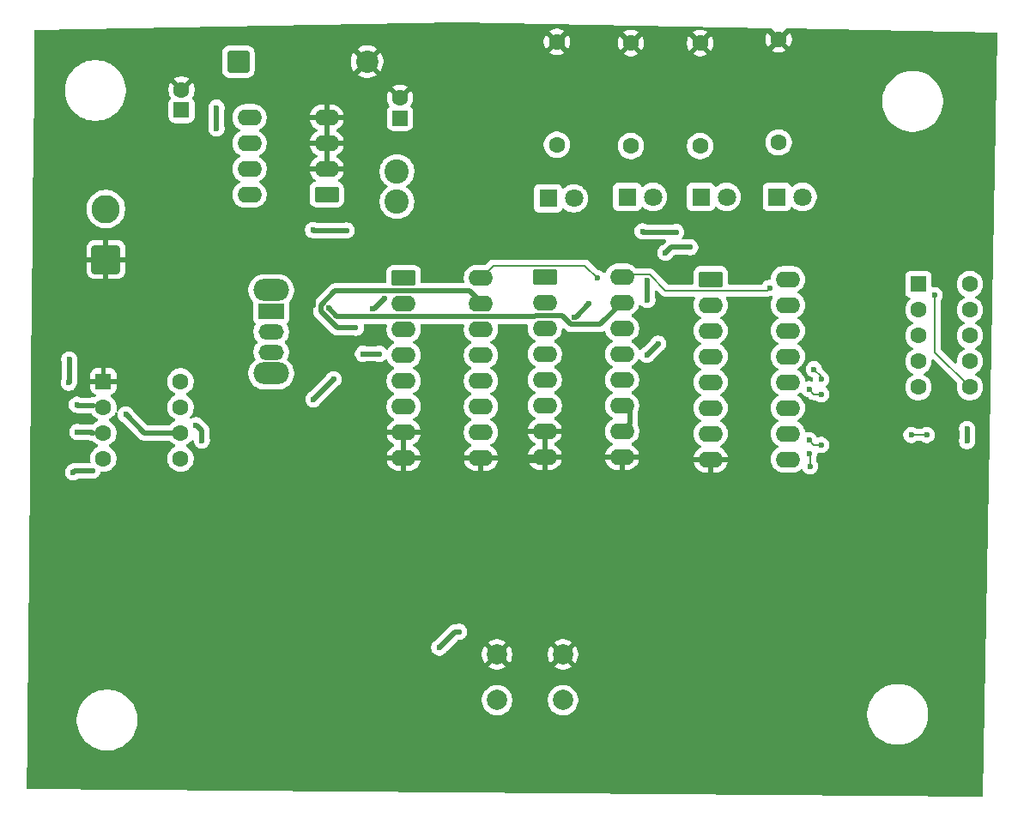
<source format=gbr>
%TF.GenerationSoftware,KiCad,Pcbnew,9.0.3*%
%TF.CreationDate,2025-12-16T11:33:00+01:00*%
%TF.ProjectId,PTP_Josip_Grgic_Project1,5054505f-4a6f-4736-9970-5f4772676963,rev?*%
%TF.SameCoordinates,Original*%
%TF.FileFunction,Copper,L2,Bot*%
%TF.FilePolarity,Positive*%
%FSLAX46Y46*%
G04 Gerber Fmt 4.6, Leading zero omitted, Abs format (unit mm)*
G04 Created by KiCad (PCBNEW 9.0.3) date 2025-12-16 11:33:00*
%MOMM*%
%LPD*%
G01*
G04 APERTURE LIST*
G04 Aperture macros list*
%AMRoundRect*
0 Rectangle with rounded corners*
0 $1 Rounding radius*
0 $2 $3 $4 $5 $6 $7 $8 $9 X,Y pos of 4 corners*
0 Add a 4 corners polygon primitive as box body*
4,1,4,$2,$3,$4,$5,$6,$7,$8,$9,$2,$3,0*
0 Add four circle primitives for the rounded corners*
1,1,$1+$1,$2,$3*
1,1,$1+$1,$4,$5*
1,1,$1+$1,$6,$7*
1,1,$1+$1,$8,$9*
0 Add four rect primitives between the rounded corners*
20,1,$1+$1,$2,$3,$4,$5,0*
20,1,$1+$1,$4,$5,$6,$7,0*
20,1,$1+$1,$6,$7,$8,$9,0*
20,1,$1+$1,$8,$9,$2,$3,0*%
G04 Aperture macros list end*
%TA.AperFunction,ComponentPad*%
%ADD10RoundRect,0.250000X0.550000X-0.550000X0.550000X0.550000X-0.550000X0.550000X-0.550000X-0.550000X0*%
%TD*%
%TA.AperFunction,ComponentPad*%
%ADD11C,1.600000*%
%TD*%
%TA.AperFunction,ComponentPad*%
%ADD12RoundRect,0.250000X0.950000X0.550000X-0.950000X0.550000X-0.950000X-0.550000X0.950000X-0.550000X0*%
%TD*%
%TA.AperFunction,ComponentPad*%
%ADD13O,2.400000X1.600000*%
%TD*%
%TA.AperFunction,ComponentPad*%
%ADD14C,2.400000*%
%TD*%
%TA.AperFunction,ComponentPad*%
%ADD15RoundRect,0.250000X-0.550000X-0.550000X0.550000X-0.550000X0.550000X0.550000X-0.550000X0.550000X0*%
%TD*%
%TA.AperFunction,ComponentPad*%
%ADD16C,2.000000*%
%TD*%
%TA.AperFunction,ComponentPad*%
%ADD17R,1.800000X1.800000*%
%TD*%
%TA.AperFunction,ComponentPad*%
%ADD18C,1.800000*%
%TD*%
%TA.AperFunction,ComponentPad*%
%ADD19RoundRect,0.250000X-0.950000X-0.550000X0.950000X-0.550000X0.950000X0.550000X-0.950000X0.550000X0*%
%TD*%
%TA.AperFunction,ComponentPad*%
%ADD20R,1.600000X1.600000*%
%TD*%
%TA.AperFunction,ComponentPad*%
%ADD21RoundRect,0.250001X1.149999X-1.149999X1.149999X1.149999X-1.149999X1.149999X-1.149999X-1.149999X0*%
%TD*%
%TA.AperFunction,ComponentPad*%
%ADD22C,2.800000*%
%TD*%
%TA.AperFunction,ComponentPad*%
%ADD23RoundRect,0.249999X-0.850001X-0.850001X0.850001X-0.850001X0.850001X0.850001X-0.850001X0.850001X0*%
%TD*%
%TA.AperFunction,ComponentPad*%
%ADD24C,2.200000*%
%TD*%
%TA.AperFunction,ComponentPad*%
%ADD25O,3.500000X2.200000*%
%TD*%
%TA.AperFunction,ComponentPad*%
%ADD26R,2.500000X1.500000*%
%TD*%
%TA.AperFunction,ComponentPad*%
%ADD27O,2.500000X1.500000*%
%TD*%
%TA.AperFunction,ViaPad*%
%ADD28C,0.600000*%
%TD*%
%TA.AperFunction,Conductor*%
%ADD29C,0.500000*%
%TD*%
%TA.AperFunction,Conductor*%
%ADD30C,0.200000*%
%TD*%
G04 APERTURE END LIST*
D10*
%TO.P,C1,1*%
%TO.N,VD*%
X132000000Y-57425000D03*
D11*
%TO.P,C1,2*%
%TO.N,GND*%
X132000000Y-55425000D03*
%TD*%
D12*
%TO.P,U1,1,FB*%
%TO.N,+5V*%
X146325000Y-65775000D03*
D13*
%TO.P,U1,2,SGND*%
%TO.N,GND*%
X146325000Y-63235000D03*
%TO.P,U1,3,~{ON}/OFF*%
X146325000Y-60695000D03*
%TO.P,U1,4,PGND*%
X146325000Y-58155000D03*
%TO.P,U1,5,VIN*%
%TO.N,VD*%
X138705000Y-58155000D03*
%TO.P,U1,6,NC*%
%TO.N,unconnected-(U1-NC-Pad6)*%
X138705000Y-60695000D03*
%TO.P,U1,7,OUT*%
%TO.N,Net-(D4-K)*%
X138705000Y-63235000D03*
%TO.P,U1,8,NC*%
%TO.N,unconnected-(U1-NC-Pad8)*%
X138705000Y-65775000D03*
%TD*%
D14*
%TO.P,L1,1,1*%
%TO.N,Net-(D4-K)*%
X153250000Y-66475000D03*
%TO.P,L1,2,2*%
%TO.N,+5V*%
X153250000Y-63475000D03*
%TD*%
D15*
%TO.P,U7,1,GND*%
%TO.N,GND*%
X124295000Y-84215000D03*
D11*
%TO.P,U7,2,TR*%
%TO.N,Net-(U7-THR)*%
X124295000Y-86755000D03*
%TO.P,U7,3,Q*%
%TO.N,555*%
X124295000Y-89295000D03*
%TO.P,U7,4,R*%
%TO.N,+5V*%
X124295000Y-91835000D03*
%TO.P,U7,5,CV*%
%TO.N,unconnected-(U7-CV-Pad5)*%
X131915000Y-91835000D03*
%TO.P,U7,6,THR*%
%TO.N,Net-(U7-THR)*%
X131915000Y-89295000D03*
%TO.P,U7,7,DIS*%
%TO.N,Net-(U7-DIS)*%
X131915000Y-86755000D03*
%TO.P,U7,8,VCC*%
%TO.N,+5V*%
X131915000Y-84215000D03*
%TD*%
D16*
%TO.P,SW1,1,1*%
%TO.N,GND*%
X163125000Y-111175000D03*
X169625000Y-111175000D03*
%TO.P,SW1,2,2*%
%TO.N,Net-(R13-Pad1)*%
X163125000Y-115675000D03*
X169625000Y-115675000D03*
%TD*%
D17*
%TO.P,D3,1,K*%
%TO.N,Net-(D3-K)*%
X183225000Y-66000000D03*
D18*
%TO.P,D3,2,A*%
%TO.N,Q2*%
X185765000Y-66000000D03*
%TD*%
D17*
%TO.P,D1,1,K*%
%TO.N,Net-(D1-K)*%
X168160000Y-66150000D03*
D18*
%TO.P,D1,2,A*%
%TO.N,Q0*%
X170700000Y-66150000D03*
%TD*%
D11*
%TO.P,R3,1*%
%TO.N,Net-(D3-K)*%
X183150000Y-60980000D03*
%TO.P,R3,2*%
%TO.N,GND*%
X183150000Y-50820000D03*
%TD*%
D17*
%TO.P,D2,1,K*%
%TO.N,Net-(D2-K)*%
X175975000Y-66000000D03*
D18*
%TO.P,D2,2,A*%
%TO.N,Q1*%
X178515000Y-66000000D03*
%TD*%
D17*
%TO.P,D5,1,K*%
%TO.N,Net-(D5-K)*%
X190725000Y-66000000D03*
D18*
%TO.P,D5,2,A*%
%TO.N,Q3*%
X193265000Y-66000000D03*
%TD*%
D19*
%TO.P,U3,1,Q*%
%TO.N,Q2*%
X167830000Y-73895000D03*
D13*
%TO.P,U3,2,~{Q}*%
%TO.N,unconnected-(U3A-~{Q}-Pad2)*%
X167830000Y-76435000D03*
%TO.P,U3,3,C*%
%TO.N,Q1*%
X167830000Y-78975000D03*
%TO.P,U3,4,R*%
%TO.N,Reset*%
X167830000Y-81515000D03*
%TO.P,U3,5,K*%
%TO.N,Net-(U3A-J)*%
X167830000Y-84055000D03*
%TO.P,U3,6,J*%
X167830000Y-86595000D03*
%TO.P,U3,7,S*%
%TO.N,GND*%
X167830000Y-89135000D03*
%TO.P,U3,8,VSS*%
X167830000Y-91675000D03*
%TO.P,U3,9,S*%
X175450000Y-91675000D03*
%TO.P,U3,10,J*%
%TO.N,Net-(U3B-J)*%
X175450000Y-89135000D03*
%TO.P,U3,11,K*%
X175450000Y-86595000D03*
%TO.P,U3,12,R*%
%TO.N,Reset*%
X175450000Y-84055000D03*
%TO.P,U3,13,C*%
%TO.N,Q2*%
X175450000Y-81515000D03*
%TO.P,U3,14,~{Q}*%
%TO.N,unconnected-(U3B-~{Q}-Pad14)*%
X175450000Y-78975000D03*
%TO.P,U3,15,Q*%
%TO.N,Q3*%
X175450000Y-76435000D03*
%TO.P,U3,16,VDD*%
%TO.N,+5V*%
X175450000Y-73895000D03*
%TD*%
D19*
%TO.P,U4,1,B*%
%TO.N,Q1*%
X184190000Y-74135000D03*
D13*
%TO.P,U4,2,C*%
%TO.N,Q2*%
X184190000Y-76675000D03*
%TO.P,U4,3,LT*%
%TO.N,Net-(U4-BI)*%
X184190000Y-79215000D03*
%TO.P,U4,4,BI*%
X184190000Y-81755000D03*
%TO.P,U4,5,RBI*%
X184190000Y-84295000D03*
%TO.P,U4,6,D*%
%TO.N,Q3*%
X184190000Y-86835000D03*
%TO.P,U4,7,A*%
%TO.N,Q0*%
X184190000Y-89375000D03*
%TO.P,U4,8,GND*%
%TO.N,GND*%
X184190000Y-91915000D03*
%TO.P,U4,9,e*%
%TO.N,Net-(U4-e)*%
X191810000Y-91915000D03*
%TO.P,U4,10,d*%
%TO.N,Net-(U4-d)*%
X191810000Y-89375000D03*
%TO.P,U4,11,c*%
%TO.N,Net-(U4-c)*%
X191810000Y-86835000D03*
%TO.P,U4,12,b*%
%TO.N,Net-(U4-b)*%
X191810000Y-84295000D03*
%TO.P,U4,13,a*%
%TO.N,Net-(U4-a)*%
X191810000Y-81755000D03*
%TO.P,U4,14,g*%
%TO.N,Net-(U4-g)*%
X191810000Y-79215000D03*
%TO.P,U4,15,f*%
%TO.N,Net-(U4-f)*%
X191810000Y-76675000D03*
%TO.P,U4,16,VCC*%
%TO.N,+5V*%
X191810000Y-74135000D03*
%TD*%
D11*
%TO.P,R4,1*%
%TO.N,Net-(D5-K)*%
X190900000Y-60630000D03*
%TO.P,R4,2*%
%TO.N,GND*%
X190900000Y-50470000D03*
%TD*%
%TO.P,R1,1*%
%TO.N,Net-(D1-K)*%
X169025000Y-60855000D03*
%TO.P,R1,2*%
%TO.N,GND*%
X169025000Y-50695000D03*
%TD*%
D20*
%TO.P,U5,1,CA*%
%TO.N,+5V*%
X204682500Y-74632500D03*
D11*
%TO.P,U5,2,F*%
%TO.N,Net-(U5-F)*%
X204682500Y-77172500D03*
%TO.P,U5,3,G*%
%TO.N,Net-(U5-G)*%
X204682500Y-79712500D03*
%TO.P,U5,4,E*%
%TO.N,Net-(U5-E)*%
X204682500Y-82252500D03*
%TO.P,U5,5,D*%
%TO.N,Net-(U5-D)*%
X204682500Y-84792500D03*
%TO.P,U5,6,CA*%
%TO.N,+5V*%
X209762500Y-84792500D03*
%TO.P,U5,7,DP*%
%TO.N,unconnected-(U5-DP-Pad7)*%
X209762500Y-82252500D03*
%TO.P,U5,8,C*%
%TO.N,Net-(U5-C)*%
X209762500Y-79712500D03*
%TO.P,U5,9,B*%
%TO.N,Net-(U5-B)*%
X209762500Y-77172500D03*
%TO.P,U5,10,A*%
%TO.N,Net-(U5-A)*%
X209762500Y-74632500D03*
%TD*%
%TO.P,R2,1*%
%TO.N,Net-(D2-K)*%
X176325000Y-60980000D03*
%TO.P,R2,2*%
%TO.N,GND*%
X176325000Y-50820000D03*
%TD*%
D21*
%TO.P,J1,1,Pin_1*%
%TO.N,GND*%
X124542500Y-72200000D03*
D22*
%TO.P,J1,2,Pin_2*%
%TO.N,VD*%
X124542500Y-67200000D03*
%TD*%
D19*
%TO.P,U2,1,Q*%
%TO.N,Q0*%
X153915000Y-74010000D03*
D13*
%TO.P,U2,2,~{Q}*%
%TO.N,unconnected-(U2A-~{Q}-Pad2)*%
X153915000Y-76550000D03*
%TO.P,U2,3,C*%
%TO.N,Clock*%
X153915000Y-79090000D03*
%TO.P,U2,4,R*%
%TO.N,Reset*%
X153915000Y-81630000D03*
%TO.P,U2,5,K*%
%TO.N,Net-(U2A-J)*%
X153915000Y-84170000D03*
%TO.P,U2,6,J*%
X153915000Y-86710000D03*
%TO.P,U2,7,S*%
%TO.N,GND*%
X153915000Y-89250000D03*
%TO.P,U2,8,VSS*%
X153915000Y-91790000D03*
%TO.P,U2,9,S*%
X161535000Y-91790000D03*
%TO.P,U2,10,J*%
%TO.N,Net-(U2B-J)*%
X161535000Y-89250000D03*
%TO.P,U2,11,K*%
X161535000Y-86710000D03*
%TO.P,U2,12,R*%
%TO.N,Reset*%
X161535000Y-84170000D03*
%TO.P,U2,13,C*%
%TO.N,Q0*%
X161535000Y-81630000D03*
%TO.P,U2,14,~{Q}*%
%TO.N,unconnected-(U2B-~{Q}-Pad14)*%
X161535000Y-79090000D03*
%TO.P,U2,15,Q*%
%TO.N,Q1*%
X161535000Y-76550000D03*
%TO.P,U2,16,VDD*%
%TO.N,+5V*%
X161535000Y-74010000D03*
%TD*%
D10*
%TO.P,C2,1*%
%TO.N,+5V*%
X153550000Y-58225000D03*
D11*
%TO.P,C2,2*%
%TO.N,GND*%
X153550000Y-56225000D03*
%TD*%
D23*
%TO.P,D4,1,K*%
%TO.N,Net-(D4-K)*%
X137600000Y-52650000D03*
D24*
%TO.P,D4,2,A*%
%TO.N,GND*%
X150300000Y-52650000D03*
%TD*%
D25*
%TO.P,SW2,*%
%TO.N,*%
X140850000Y-75225000D03*
X140850000Y-83425000D03*
D26*
%TO.P,SW2,1,B*%
%TO.N,Clock*%
X140850000Y-77325000D03*
D27*
%TO.P,SW2,2,C*%
%TO.N,555*%
X140850000Y-79325000D03*
%TO.P,SW2,3,A*%
%TO.N,Net-(SW2-A)*%
X140850000Y-81325000D03*
%TD*%
D28*
%TO.N,+5V*%
X152000000Y-76049000D03*
X150815341Y-77051000D03*
%TO.N,GND*%
X144000000Y-72200000D03*
X144999000Y-76750000D03*
%TO.N,+5V*%
X147000000Y-84000000D03*
X145000000Y-86000000D03*
%TO.N,Q1*%
X149187500Y-78925000D03*
X162181269Y-77051000D03*
X160688240Y-76811759D03*
X160688240Y-76811759D03*
X160688240Y-76811759D03*
%TO.N,Net-(U3B-J)*%
X176214978Y-87134000D03*
%TO.N,+5V*%
X173000000Y-74000000D03*
X190000000Y-75000000D03*
%TO.N,GND*%
X152000000Y-85500000D03*
X167000000Y-92000000D03*
%TO.N,+5V*%
X206299527Y-75689893D03*
%TO.N,GND*%
X144000000Y-85000000D03*
%TO.N,Net-(U7-THR)*%
X126500000Y-87500000D03*
%TO.N,GND*%
X153000000Y-104000000D03*
%TO.N,Q3*%
X146500000Y-77000000D03*
%TO.N,Reset*%
X149900000Y-81500000D03*
X151500000Y-81500000D03*
%TO.N,Q2*%
X179000000Y-80500000D03*
X177897169Y-81602831D03*
%TO.N,+5V*%
X209500000Y-88900000D03*
X209500000Y-90100000D03*
%TO.N,Net-(U5-C)*%
X205500000Y-89500000D03*
X204000000Y-89500000D03*
%TO.N,Net-(U4-d)*%
X193893327Y-91315000D03*
X194000000Y-92600000D03*
%TO.N,Net-(U4-c)*%
X193900000Y-90000000D03*
X195100000Y-90500000D03*
%TO.N,Net-(U4-b)*%
X193900000Y-85000000D03*
X195100000Y-85500000D03*
%TO.N,Net-(U4-a)*%
X194375735Y-83020735D03*
X195100000Y-84000000D03*
%TO.N,GND*%
X148775000Y-64850000D03*
X148775000Y-67625000D03*
%TO.N,+5V*%
X121300000Y-93200000D03*
X123225000Y-93050000D03*
%TO.N,Net-(U7-THR)*%
X121675000Y-86525000D03*
X123225000Y-86600000D03*
%TO.N,Q1*%
X170737169Y-77862831D03*
X172200000Y-76550000D03*
%TO.N,Q2*%
X180775000Y-69475000D03*
X177475000Y-69400000D03*
%TO.N,Net-(D4-K)*%
X144975000Y-69275000D03*
X148275000Y-69325000D03*
X135450000Y-59250000D03*
X135450000Y-57200000D03*
%TO.N,Q3*%
X177925000Y-74275000D03*
X179750000Y-71525000D03*
X177950000Y-76175000D03*
X182175000Y-70975000D03*
%TO.N,Net-(R13-Pad1)*%
X159375000Y-108950000D03*
X157425000Y-110500000D03*
%TO.N,Net-(U7-DIS)*%
X134000000Y-90050000D03*
X133426752Y-88537586D03*
%TO.N,555*%
X120875000Y-84350000D03*
X123225000Y-89325000D03*
X120925000Y-82050000D03*
X121725000Y-89225000D03*
%TD*%
D29*
%TO.N,+5V*%
X150998000Y-77051000D02*
X152000000Y-76049000D01*
X150815341Y-77051000D02*
X150998000Y-77051000D01*
%TO.N,GND*%
X144999000Y-73199000D02*
X144000000Y-72200000D01*
X144999000Y-76750000D02*
X144999000Y-73199000D01*
%TO.N,+5V*%
X145000000Y-86000000D02*
X147000000Y-84000000D01*
%TO.N,Q1*%
X147362925Y-78925000D02*
X149187500Y-78925000D01*
X145749000Y-77311075D02*
X147362925Y-78925000D01*
X145749000Y-76688925D02*
X145749000Y-77311075D01*
X147138925Y-75299000D02*
X145749000Y-76688925D01*
X160429269Y-75299000D02*
X147138925Y-75299000D01*
X162181269Y-77051000D02*
X160429269Y-75299000D01*
%TO.N,Net-(U3B-J)*%
X176214978Y-87134000D02*
X176214978Y-88370022D01*
X176214978Y-88370022D02*
X175450000Y-89135000D01*
D30*
%TO.N,+5V*%
X171794000Y-72794000D02*
X162751000Y-72794000D01*
X173000000Y-74000000D02*
X171794000Y-72794000D01*
X162751000Y-72794000D02*
X161535000Y-74010000D01*
X175671000Y-73674000D02*
X175450000Y-73895000D01*
X178173943Y-73674000D02*
X175671000Y-73674000D01*
X179735943Y-75236000D02*
X178173943Y-73674000D01*
X189764000Y-75236000D02*
X179735943Y-75236000D01*
X190000000Y-75000000D02*
X189764000Y-75236000D01*
D29*
%TO.N,GND*%
X150000000Y-85500000D02*
X146750000Y-82250000D01*
X152000000Y-85500000D02*
X150000000Y-85500000D01*
X144000000Y-85000000D02*
X146750000Y-82250000D01*
X167000000Y-92000000D02*
X166000000Y-92000000D01*
X166000000Y-92000000D02*
X165790000Y-91790000D01*
X165790000Y-91790000D02*
X161535000Y-91790000D01*
D30*
%TO.N,+5V*%
X206299527Y-81329527D02*
X209762500Y-84792500D01*
X206299527Y-75689893D02*
X206299527Y-81329527D01*
D29*
%TO.N,GND*%
X146750000Y-82250000D02*
X147000000Y-82000000D01*
X147000000Y-82000000D02*
X147000000Y-80000000D01*
%TO.N,Net-(U7-THR)*%
X128295000Y-89295000D02*
X131915000Y-89295000D01*
X126500000Y-87500000D02*
X128295000Y-89295000D01*
%TO.N,GND*%
X153915000Y-103085000D02*
X153915000Y-91790000D01*
X153000000Y-104000000D02*
X153915000Y-103085000D01*
%TO.N,Q3*%
X170426094Y-78613831D02*
X173271169Y-78613831D01*
X169536263Y-77724000D02*
X170426094Y-78613831D01*
X166911819Y-77724000D02*
X169536263Y-77724000D01*
X147301000Y-77801000D02*
X166834819Y-77801000D01*
X146500000Y-77000000D02*
X147301000Y-77801000D01*
X166834819Y-77801000D02*
X166911819Y-77724000D01*
X173271169Y-78613831D02*
X175450000Y-76435000D01*
%TO.N,Reset*%
X149900000Y-81500000D02*
X151500000Y-81500000D01*
%TO.N,Q2*%
X177897169Y-81602831D02*
X179000000Y-80500000D01*
%TO.N,+5V*%
X209500000Y-90100000D02*
X209500000Y-88900000D01*
D30*
%TO.N,Net-(U5-C)*%
X204000000Y-89500000D02*
X205500000Y-89500000D01*
%TO.N,Net-(U4-d)*%
X194000000Y-91421673D02*
X193893327Y-91315000D01*
X194000000Y-92600000D02*
X194000000Y-91421673D01*
%TO.N,Net-(U4-c)*%
X195100000Y-90500000D02*
X194400000Y-90500000D01*
X194400000Y-90500000D02*
X193900000Y-90000000D01*
%TO.N,Net-(U4-b)*%
X194400000Y-85500000D02*
X193900000Y-85000000D01*
X195100000Y-85500000D02*
X194400000Y-85500000D01*
%TO.N,Net-(U4-a)*%
X195100000Y-83745000D02*
X194375735Y-83020735D01*
X195100000Y-84000000D02*
X195100000Y-83745000D01*
D29*
%TO.N,GND*%
X148775000Y-64850000D02*
X148775000Y-67625000D01*
%TO.N,+5V*%
X123225000Y-93050000D02*
X121450000Y-93050000D01*
X121450000Y-93050000D02*
X121300000Y-93200000D01*
%TO.N,Net-(U7-THR)*%
X121750000Y-86600000D02*
X121675000Y-86525000D01*
X123225000Y-86600000D02*
X121750000Y-86600000D01*
%TO.N,Q1*%
X170737169Y-77862831D02*
X170887169Y-77862831D01*
X170887169Y-77862831D02*
X172200000Y-76550000D01*
%TO.N,Q2*%
X180775000Y-69475000D02*
X177550000Y-69475000D01*
X177550000Y-69475000D02*
X177475000Y-69400000D01*
%TO.N,Net-(D4-K)*%
X145025000Y-69325000D02*
X144975000Y-69275000D01*
X135450000Y-59250000D02*
X135450000Y-57200000D01*
X148275000Y-69325000D02*
X145025000Y-69325000D01*
%TO.N,Q3*%
X182175000Y-70975000D02*
X180300000Y-70975000D01*
X177925000Y-74275000D02*
X177925000Y-76150000D01*
X180300000Y-70975000D02*
X179750000Y-71525000D01*
X177925000Y-76150000D02*
X177950000Y-76175000D01*
%TO.N,Net-(R13-Pad1)*%
X158975000Y-108950000D02*
X157425000Y-110500000D01*
X159375000Y-108950000D02*
X158975000Y-108950000D01*
%TO.N,Net-(U7-DIS)*%
X133525000Y-88575000D02*
X133464166Y-88575000D01*
X134000000Y-89050000D02*
X133525000Y-88575000D01*
X133464166Y-88575000D02*
X133426752Y-88537586D01*
X134000000Y-90050000D02*
X134000000Y-89050000D01*
%TO.N,555*%
X120925000Y-82050000D02*
X120925000Y-84300000D01*
X121725000Y-89225000D02*
X123125000Y-89225000D01*
X123125000Y-89225000D02*
X123225000Y-89325000D01*
X120925000Y-84300000D02*
X120875000Y-84350000D01*
%TD*%
%TA.AperFunction,Conductor*%
%TO.N,GND*%
G36*
X154165000Y-91474314D02*
G01*
X154160606Y-91469920D01*
X154069394Y-91417259D01*
X153967661Y-91390000D01*
X153862339Y-91390000D01*
X153760606Y-91417259D01*
X153669394Y-91469920D01*
X153665000Y-91474314D01*
X153665000Y-89565686D01*
X153669394Y-89570080D01*
X153760606Y-89622741D01*
X153862339Y-89650000D01*
X153967661Y-89650000D01*
X154069394Y-89622741D01*
X154160606Y-89570080D01*
X154165000Y-89565686D01*
X154165000Y-91474314D01*
G37*
%TD.AperFunction*%
%TA.AperFunction,Conductor*%
G36*
X168080000Y-91359314D02*
G01*
X168075606Y-91354920D01*
X167984394Y-91302259D01*
X167882661Y-91275000D01*
X167777339Y-91275000D01*
X167675606Y-91302259D01*
X167584394Y-91354920D01*
X167580000Y-91359314D01*
X167580000Y-89450686D01*
X167584394Y-89455080D01*
X167675606Y-89507741D01*
X167777339Y-89535000D01*
X167882661Y-89535000D01*
X167984394Y-89507741D01*
X168075606Y-89455080D01*
X168080000Y-89450686D01*
X168080000Y-91359314D01*
G37*
%TD.AperFunction*%
%TA.AperFunction,Conductor*%
G36*
X146575000Y-62919314D02*
G01*
X146570606Y-62914920D01*
X146479394Y-62862259D01*
X146377661Y-62835000D01*
X146272339Y-62835000D01*
X146170606Y-62862259D01*
X146079394Y-62914920D01*
X146075000Y-62919314D01*
X146075000Y-61010686D01*
X146079394Y-61015080D01*
X146170606Y-61067741D01*
X146272339Y-61095000D01*
X146377661Y-61095000D01*
X146479394Y-61067741D01*
X146570606Y-61015080D01*
X146575000Y-61010686D01*
X146575000Y-62919314D01*
G37*
%TD.AperFunction*%
%TA.AperFunction,Conductor*%
G36*
X146575000Y-60379314D02*
G01*
X146570606Y-60374920D01*
X146479394Y-60322259D01*
X146377661Y-60295000D01*
X146272339Y-60295000D01*
X146170606Y-60322259D01*
X146079394Y-60374920D01*
X146075000Y-60379314D01*
X146075000Y-58470686D01*
X146079394Y-58475080D01*
X146170606Y-58527741D01*
X146272339Y-58555000D01*
X146377661Y-58555000D01*
X146479394Y-58527741D01*
X146570606Y-58475080D01*
X146575000Y-58470686D01*
X146575000Y-60379314D01*
G37*
%TD.AperFunction*%
%TA.AperFunction,Conductor*%
G36*
X159252235Y-48750041D02*
G01*
X190045101Y-49328311D01*
X190045095Y-49328661D01*
X190048084Y-49328367D01*
X190085754Y-49329075D01*
X190140728Y-49357236D01*
X190143072Y-49359519D01*
X190853553Y-50070000D01*
X190847339Y-50070000D01*
X190745606Y-50097259D01*
X190654394Y-50149920D01*
X190579920Y-50224394D01*
X190527259Y-50315606D01*
X190500000Y-50417339D01*
X190500000Y-50423553D01*
X189820524Y-49744077D01*
X189820523Y-49744077D01*
X189788143Y-49788644D01*
X189695244Y-49970968D01*
X189632009Y-50165582D01*
X189600000Y-50367682D01*
X189600000Y-50572317D01*
X189632009Y-50774417D01*
X189695244Y-50969031D01*
X189788141Y-51151350D01*
X189788147Y-51151359D01*
X189820523Y-51195921D01*
X189820524Y-51195922D01*
X190500000Y-50516446D01*
X190500000Y-50522661D01*
X190527259Y-50624394D01*
X190579920Y-50715606D01*
X190654394Y-50790080D01*
X190745606Y-50842741D01*
X190847339Y-50870000D01*
X190853553Y-50870000D01*
X190174076Y-51549474D01*
X190218650Y-51581859D01*
X190400968Y-51674755D01*
X190595582Y-51737990D01*
X190797683Y-51770000D01*
X191002317Y-51770000D01*
X191204417Y-51737990D01*
X191399031Y-51674755D01*
X191581349Y-51581859D01*
X191625921Y-51549474D01*
X190946447Y-50870000D01*
X190952661Y-50870000D01*
X191054394Y-50842741D01*
X191145606Y-50790080D01*
X191220080Y-50715606D01*
X191272741Y-50624394D01*
X191300000Y-50522661D01*
X191300000Y-50516447D01*
X191979474Y-51195921D01*
X192011859Y-51151349D01*
X192104755Y-50969031D01*
X192167990Y-50774417D01*
X192200000Y-50572317D01*
X192200000Y-50367682D01*
X192167990Y-50165582D01*
X192104755Y-49970968D01*
X192011859Y-49788650D01*
X191979474Y-49744077D01*
X191979474Y-49744076D01*
X191300000Y-50423551D01*
X191300000Y-50417339D01*
X191272741Y-50315606D01*
X191220080Y-50224394D01*
X191145606Y-50149920D01*
X191054394Y-50097259D01*
X190952661Y-50070000D01*
X190946445Y-50070000D01*
X191646705Y-49369741D01*
X191666803Y-49358766D01*
X212375886Y-49747669D01*
X212442544Y-49768609D01*
X212487300Y-49822262D01*
X212497534Y-49874110D01*
X211002433Y-125127491D01*
X210981420Y-125194126D01*
X210927718Y-125238823D01*
X210877470Y-125249024D01*
X116874249Y-124500988D01*
X116807369Y-124480771D01*
X116762035Y-124427604D01*
X116751242Y-124375752D01*
X116792198Y-120280247D01*
X116820186Y-117481491D01*
X121649500Y-117481491D01*
X121649500Y-117818508D01*
X121687231Y-118153381D01*
X121687233Y-118153397D01*
X121762223Y-118481953D01*
X121762227Y-118481965D01*
X121873532Y-118800054D01*
X122019752Y-119103683D01*
X122019754Y-119103686D01*
X122199054Y-119389039D01*
X122409175Y-119652523D01*
X122647477Y-119890825D01*
X122910961Y-120100946D01*
X123196314Y-120280246D01*
X123499949Y-120426469D01*
X123738848Y-120510063D01*
X123818034Y-120537772D01*
X123818046Y-120537776D01*
X124146606Y-120612767D01*
X124481492Y-120650499D01*
X124481493Y-120650500D01*
X124481496Y-120650500D01*
X124818507Y-120650500D01*
X124818507Y-120650499D01*
X125153394Y-120612767D01*
X125481954Y-120537776D01*
X125800051Y-120426469D01*
X126103686Y-120280246D01*
X126389039Y-120100946D01*
X126652523Y-119890825D01*
X126890825Y-119652523D01*
X127100946Y-119389039D01*
X127280246Y-119103686D01*
X127426469Y-118800051D01*
X127537776Y-118481954D01*
X127612767Y-118153394D01*
X127650500Y-117818504D01*
X127650500Y-117481496D01*
X127612767Y-117146606D01*
X127537776Y-116818046D01*
X127426469Y-116499949D01*
X127280246Y-116196314D01*
X127100946Y-115910961D01*
X126890825Y-115647477D01*
X126800250Y-115556902D01*
X161624500Y-115556902D01*
X161624500Y-115793097D01*
X161661446Y-116026368D01*
X161734433Y-116250996D01*
X161841657Y-116461433D01*
X161980483Y-116652510D01*
X162147490Y-116819517D01*
X162338567Y-116958343D01*
X162437991Y-117009002D01*
X162549003Y-117065566D01*
X162549005Y-117065566D01*
X162549008Y-117065568D01*
X162669412Y-117104689D01*
X162773631Y-117138553D01*
X163006903Y-117175500D01*
X163006908Y-117175500D01*
X163243097Y-117175500D01*
X163476368Y-117138553D01*
X163700992Y-117065568D01*
X163911433Y-116958343D01*
X164102510Y-116819517D01*
X164269517Y-116652510D01*
X164408343Y-116461433D01*
X164515568Y-116250992D01*
X164588553Y-116026368D01*
X164625500Y-115793097D01*
X164625500Y-115556902D01*
X168124500Y-115556902D01*
X168124500Y-115793097D01*
X168161446Y-116026368D01*
X168234433Y-116250996D01*
X168341657Y-116461433D01*
X168480483Y-116652510D01*
X168647490Y-116819517D01*
X168838567Y-116958343D01*
X168937991Y-117009002D01*
X169049003Y-117065566D01*
X169049005Y-117065566D01*
X169049008Y-117065568D01*
X169169412Y-117104689D01*
X169273631Y-117138553D01*
X169506903Y-117175500D01*
X169506908Y-117175500D01*
X169743097Y-117175500D01*
X169976368Y-117138553D01*
X170200992Y-117065568D01*
X170411433Y-116958343D01*
X170448391Y-116931491D01*
X199649500Y-116931491D01*
X199649500Y-117268508D01*
X199687231Y-117603381D01*
X199687233Y-117603397D01*
X199762223Y-117931953D01*
X199762227Y-117931965D01*
X199873532Y-118250054D01*
X200019752Y-118553683D01*
X200019754Y-118553686D01*
X200199054Y-118839039D01*
X200409175Y-119102523D01*
X200647477Y-119340825D01*
X200910961Y-119550946D01*
X201196314Y-119730246D01*
X201499949Y-119876469D01*
X201738848Y-119960063D01*
X201818034Y-119987772D01*
X201818046Y-119987776D01*
X202146606Y-120062767D01*
X202481492Y-120100499D01*
X202481493Y-120100500D01*
X202481496Y-120100500D01*
X202818507Y-120100500D01*
X202818507Y-120100499D01*
X203153394Y-120062767D01*
X203481954Y-119987776D01*
X203800051Y-119876469D01*
X204103686Y-119730246D01*
X204389039Y-119550946D01*
X204652523Y-119340825D01*
X204890825Y-119102523D01*
X205100946Y-118839039D01*
X205280246Y-118553686D01*
X205426469Y-118250051D01*
X205537776Y-117931954D01*
X205612767Y-117603394D01*
X205650500Y-117268504D01*
X205650500Y-116931496D01*
X205612767Y-116596606D01*
X205537776Y-116268046D01*
X205426469Y-115949949D01*
X205280246Y-115646314D01*
X205100946Y-115360961D01*
X204890825Y-115097477D01*
X204652523Y-114859175D01*
X204389039Y-114649054D01*
X204103686Y-114469754D01*
X204103683Y-114469752D01*
X203800054Y-114323532D01*
X203481965Y-114212227D01*
X203481953Y-114212223D01*
X203153397Y-114137233D01*
X203153381Y-114137231D01*
X202818508Y-114099500D01*
X202818504Y-114099500D01*
X202481496Y-114099500D01*
X202481491Y-114099500D01*
X202146618Y-114137231D01*
X202146602Y-114137233D01*
X201818046Y-114212223D01*
X201818034Y-114212227D01*
X201499945Y-114323532D01*
X201196316Y-114469752D01*
X200910962Y-114649053D01*
X200647477Y-114859174D01*
X200409174Y-115097477D01*
X200199053Y-115360962D01*
X200019752Y-115646316D01*
X199873532Y-115949945D01*
X199762227Y-116268034D01*
X199762223Y-116268046D01*
X199687233Y-116596602D01*
X199687231Y-116596618D01*
X199649500Y-116931491D01*
X170448391Y-116931491D01*
X170602510Y-116819517D01*
X170769517Y-116652510D01*
X170908343Y-116461433D01*
X171015568Y-116250992D01*
X171088553Y-116026368D01*
X171125500Y-115793097D01*
X171125500Y-115556902D01*
X171088553Y-115323631D01*
X171015566Y-115099003D01*
X170908342Y-114888566D01*
X170897419Y-114873532D01*
X170769517Y-114697490D01*
X170602510Y-114530483D01*
X170411433Y-114391657D01*
X170200996Y-114284433D01*
X169976368Y-114211446D01*
X169743097Y-114174500D01*
X169743092Y-114174500D01*
X169506908Y-114174500D01*
X169506903Y-114174500D01*
X169273631Y-114211446D01*
X169049003Y-114284433D01*
X168838566Y-114391657D01*
X168731079Y-114469752D01*
X168647490Y-114530483D01*
X168647488Y-114530485D01*
X168647487Y-114530485D01*
X168480485Y-114697487D01*
X168480485Y-114697488D01*
X168480483Y-114697490D01*
X168433452Y-114762223D01*
X168341657Y-114888566D01*
X168234433Y-115099003D01*
X168161446Y-115323631D01*
X168124500Y-115556902D01*
X164625500Y-115556902D01*
X164588553Y-115323631D01*
X164515566Y-115099003D01*
X164408342Y-114888566D01*
X164397419Y-114873532D01*
X164269517Y-114697490D01*
X164102510Y-114530483D01*
X163911433Y-114391657D01*
X163700996Y-114284433D01*
X163476368Y-114211446D01*
X163243097Y-114174500D01*
X163243092Y-114174500D01*
X163006908Y-114174500D01*
X163006903Y-114174500D01*
X162773631Y-114211446D01*
X162549003Y-114284433D01*
X162338566Y-114391657D01*
X162231079Y-114469752D01*
X162147490Y-114530483D01*
X162147488Y-114530485D01*
X162147487Y-114530485D01*
X161980485Y-114697487D01*
X161980485Y-114697488D01*
X161980483Y-114697490D01*
X161933452Y-114762223D01*
X161841657Y-114888566D01*
X161734433Y-115099003D01*
X161661446Y-115323631D01*
X161624500Y-115556902D01*
X126800250Y-115556902D01*
X126652523Y-115409175D01*
X126389039Y-115199054D01*
X126103686Y-115019754D01*
X126103683Y-115019752D01*
X125800054Y-114873532D01*
X125481965Y-114762227D01*
X125481953Y-114762223D01*
X125153397Y-114687233D01*
X125153381Y-114687231D01*
X124818508Y-114649500D01*
X124818504Y-114649500D01*
X124481496Y-114649500D01*
X124481491Y-114649500D01*
X124146618Y-114687231D01*
X124146602Y-114687233D01*
X123818046Y-114762223D01*
X123818034Y-114762227D01*
X123499945Y-114873532D01*
X123196316Y-115019752D01*
X122910962Y-115199053D01*
X122647477Y-115409174D01*
X122409174Y-115647477D01*
X122199053Y-115910962D01*
X122019752Y-116196316D01*
X121873532Y-116499945D01*
X121762227Y-116818034D01*
X121762223Y-116818046D01*
X121687233Y-117146602D01*
X121687231Y-117146618D01*
X121649500Y-117481491D01*
X116820186Y-117481491D01*
X116890789Y-110421153D01*
X156624500Y-110421153D01*
X156624500Y-110578846D01*
X156655261Y-110733489D01*
X156655264Y-110733501D01*
X156715602Y-110879172D01*
X156715609Y-110879185D01*
X156803210Y-111010288D01*
X156803213Y-111010292D01*
X156914707Y-111121786D01*
X156914711Y-111121789D01*
X157045814Y-111209390D01*
X157045827Y-111209397D01*
X157191498Y-111269735D01*
X157191503Y-111269737D01*
X157308715Y-111293052D01*
X157346153Y-111300499D01*
X157346156Y-111300500D01*
X157346158Y-111300500D01*
X157503844Y-111300500D01*
X157503845Y-111300499D01*
X157658497Y-111269737D01*
X157804179Y-111209394D01*
X157935289Y-111121789D01*
X158000131Y-111056947D01*
X161625000Y-111056947D01*
X161625000Y-111293052D01*
X161661934Y-111526247D01*
X161734897Y-111750802D01*
X161842087Y-111961174D01*
X161902338Y-112044104D01*
X161902340Y-112044105D01*
X162601212Y-111345233D01*
X162612482Y-111387292D01*
X162684890Y-111512708D01*
X162787292Y-111615110D01*
X162912708Y-111687518D01*
X162954765Y-111698787D01*
X162255893Y-112397658D01*
X162338828Y-112457914D01*
X162549197Y-112565102D01*
X162773752Y-112638065D01*
X162773751Y-112638065D01*
X163006948Y-112675000D01*
X163243052Y-112675000D01*
X163476247Y-112638065D01*
X163700802Y-112565102D01*
X163911163Y-112457918D01*
X163911169Y-112457914D01*
X163994104Y-112397658D01*
X163994105Y-112397658D01*
X163295233Y-111698787D01*
X163337292Y-111687518D01*
X163462708Y-111615110D01*
X163565110Y-111512708D01*
X163637518Y-111387292D01*
X163648787Y-111345233D01*
X164347658Y-112044105D01*
X164347658Y-112044104D01*
X164407914Y-111961169D01*
X164407918Y-111961163D01*
X164515102Y-111750802D01*
X164588065Y-111526247D01*
X164625000Y-111293052D01*
X164625000Y-111056947D01*
X168125000Y-111056947D01*
X168125000Y-111293052D01*
X168161934Y-111526247D01*
X168234897Y-111750802D01*
X168342087Y-111961174D01*
X168402338Y-112044104D01*
X168402340Y-112044105D01*
X169101212Y-111345233D01*
X169112482Y-111387292D01*
X169184890Y-111512708D01*
X169287292Y-111615110D01*
X169412708Y-111687518D01*
X169454765Y-111698787D01*
X168755893Y-112397658D01*
X168838828Y-112457914D01*
X169049197Y-112565102D01*
X169273752Y-112638065D01*
X169273751Y-112638065D01*
X169506948Y-112675000D01*
X169743052Y-112675000D01*
X169976247Y-112638065D01*
X170200802Y-112565102D01*
X170411163Y-112457918D01*
X170411169Y-112457914D01*
X170494104Y-112397658D01*
X170494105Y-112397658D01*
X169795233Y-111698787D01*
X169837292Y-111687518D01*
X169962708Y-111615110D01*
X170065110Y-111512708D01*
X170137518Y-111387292D01*
X170148787Y-111345234D01*
X170847658Y-112044105D01*
X170847658Y-112044104D01*
X170907914Y-111961169D01*
X170907918Y-111961163D01*
X171015102Y-111750802D01*
X171088065Y-111526247D01*
X171125000Y-111293052D01*
X171125000Y-111056947D01*
X171088065Y-110823752D01*
X171015102Y-110599197D01*
X170907914Y-110388828D01*
X170847658Y-110305894D01*
X170847658Y-110305893D01*
X170148787Y-111004765D01*
X170137518Y-110962708D01*
X170065110Y-110837292D01*
X169962708Y-110734890D01*
X169837292Y-110662482D01*
X169795234Y-110651212D01*
X170494105Y-109952340D01*
X170494104Y-109952338D01*
X170411174Y-109892087D01*
X170200802Y-109784897D01*
X169976247Y-109711934D01*
X169976248Y-109711934D01*
X169743052Y-109675000D01*
X169506948Y-109675000D01*
X169273752Y-109711934D01*
X169049197Y-109784897D01*
X168838830Y-109892084D01*
X168755894Y-109952340D01*
X169454766Y-110651212D01*
X169412708Y-110662482D01*
X169287292Y-110734890D01*
X169184890Y-110837292D01*
X169112482Y-110962708D01*
X169101212Y-111004766D01*
X168402340Y-110305894D01*
X168342084Y-110388830D01*
X168234897Y-110599197D01*
X168161934Y-110823752D01*
X168125000Y-111056947D01*
X164625000Y-111056947D01*
X164588065Y-110823752D01*
X164515102Y-110599197D01*
X164407914Y-110388828D01*
X164347658Y-110305894D01*
X164347658Y-110305893D01*
X163648787Y-111004765D01*
X163637518Y-110962708D01*
X163565110Y-110837292D01*
X163462708Y-110734890D01*
X163337292Y-110662482D01*
X163295234Y-110651212D01*
X163994105Y-109952340D01*
X163994104Y-109952339D01*
X163911174Y-109892087D01*
X163700802Y-109784897D01*
X163476247Y-109711934D01*
X163476248Y-109711934D01*
X163243052Y-109675000D01*
X163006948Y-109675000D01*
X162773752Y-109711934D01*
X162549197Y-109784897D01*
X162338830Y-109892084D01*
X162255894Y-109952340D01*
X162954766Y-110651212D01*
X162912708Y-110662482D01*
X162787292Y-110734890D01*
X162684890Y-110837292D01*
X162612482Y-110962708D01*
X162601212Y-111004765D01*
X161902340Y-110305894D01*
X161842084Y-110388830D01*
X161734897Y-110599197D01*
X161661934Y-110823752D01*
X161625000Y-111056947D01*
X158000131Y-111056947D01*
X158046789Y-111010289D01*
X158134394Y-110879179D01*
X158147855Y-110846678D01*
X158152831Y-110838504D01*
X158159806Y-110832155D01*
X158171069Y-110815297D01*
X159199804Y-109786562D01*
X159261125Y-109753079D01*
X159290066Y-109751401D01*
X159290066Y-109750500D01*
X159453844Y-109750500D01*
X159453845Y-109750499D01*
X159608497Y-109719737D01*
X159754179Y-109659394D01*
X159885289Y-109571789D01*
X159996789Y-109460289D01*
X160084394Y-109329179D01*
X160144737Y-109183497D01*
X160175500Y-109028842D01*
X160175500Y-108871158D01*
X160175500Y-108871155D01*
X160175499Y-108871153D01*
X160144738Y-108716510D01*
X160144737Y-108716503D01*
X160144735Y-108716498D01*
X160084397Y-108570827D01*
X160084390Y-108570814D01*
X159996789Y-108439711D01*
X159996786Y-108439707D01*
X159885292Y-108328213D01*
X159885288Y-108328210D01*
X159754185Y-108240609D01*
X159754172Y-108240602D01*
X159608501Y-108180264D01*
X159608489Y-108180261D01*
X159453845Y-108149500D01*
X159453842Y-108149500D01*
X159296158Y-108149500D01*
X159296155Y-108149500D01*
X159141511Y-108180260D01*
X159141506Y-108180262D01*
X159141504Y-108180262D01*
X159141503Y-108180263D01*
X159117844Y-108190062D01*
X159070396Y-108199500D01*
X158901080Y-108199500D01*
X158756092Y-108228340D01*
X158756086Y-108228342D01*
X158619508Y-108284914D01*
X158619496Y-108284921D01*
X158570269Y-108317813D01*
X158496588Y-108367044D01*
X158496580Y-108367050D01*
X157109703Y-109753927D01*
X157069480Y-109780805D01*
X157045819Y-109790606D01*
X157045818Y-109790607D01*
X156914715Y-109878207D01*
X156914707Y-109878213D01*
X156803213Y-109989707D01*
X156803210Y-109989711D01*
X156715609Y-110120814D01*
X156715602Y-110120827D01*
X156655264Y-110266498D01*
X156655261Y-110266510D01*
X156624500Y-110421153D01*
X116890789Y-110421153D01*
X117063789Y-93121153D01*
X120499500Y-93121153D01*
X120499500Y-93278846D01*
X120530261Y-93433489D01*
X120530264Y-93433501D01*
X120590602Y-93579172D01*
X120590609Y-93579185D01*
X120678210Y-93710288D01*
X120678213Y-93710292D01*
X120789707Y-93821786D01*
X120789711Y-93821789D01*
X120920814Y-93909390D01*
X120920827Y-93909397D01*
X121066498Y-93969735D01*
X121066503Y-93969737D01*
X121221153Y-94000499D01*
X121221156Y-94000500D01*
X121221158Y-94000500D01*
X121378844Y-94000500D01*
X121378845Y-94000499D01*
X121533497Y-93969737D01*
X121679179Y-93909394D01*
X121679185Y-93909390D01*
X121810875Y-93821398D01*
X121877553Y-93800520D01*
X121879766Y-93800500D01*
X122920396Y-93800500D01*
X122967844Y-93809937D01*
X122991503Y-93819737D01*
X122991508Y-93819738D01*
X122991511Y-93819739D01*
X123146153Y-93850499D01*
X123146156Y-93850500D01*
X123146158Y-93850500D01*
X123303844Y-93850500D01*
X123303845Y-93850499D01*
X123458497Y-93819737D01*
X123604179Y-93759394D01*
X123735289Y-93671789D01*
X123846789Y-93560289D01*
X123934394Y-93429179D01*
X123994737Y-93283497D01*
X124006062Y-93226561D01*
X124038446Y-93164652D01*
X124099162Y-93130078D01*
X124147073Y-93128281D01*
X124192648Y-93135500D01*
X124192652Y-93135500D01*
X124397351Y-93135500D01*
X124397352Y-93135500D01*
X124599534Y-93103477D01*
X124794219Y-93040220D01*
X124976610Y-92947287D01*
X125095613Y-92860827D01*
X125142213Y-92826971D01*
X125142215Y-92826968D01*
X125142219Y-92826966D01*
X125286966Y-92682219D01*
X125286968Y-92682215D01*
X125286971Y-92682213D01*
X125362530Y-92578213D01*
X125407287Y-92516610D01*
X125500220Y-92334219D01*
X125563477Y-92139534D01*
X125595500Y-91937352D01*
X125595500Y-91732648D01*
X125580130Y-91635606D01*
X125563477Y-91530465D01*
X125526275Y-91415970D01*
X125500220Y-91335781D01*
X125500218Y-91335778D01*
X125500218Y-91335776D01*
X125449459Y-91236158D01*
X125407287Y-91153390D01*
X125374782Y-91108650D01*
X125286971Y-90987786D01*
X125142213Y-90843028D01*
X124976614Y-90722715D01*
X124953973Y-90711179D01*
X124883917Y-90675483D01*
X124833123Y-90627511D01*
X124816328Y-90559690D01*
X124838865Y-90493555D01*
X124883917Y-90454516D01*
X124976610Y-90407287D01*
X125039137Y-90361859D01*
X125142213Y-90286971D01*
X125142215Y-90286968D01*
X125142219Y-90286966D01*
X125286966Y-90142219D01*
X125286968Y-90142215D01*
X125286971Y-90142213D01*
X125357236Y-90045500D01*
X125407287Y-89976610D01*
X125500220Y-89794219D01*
X125563477Y-89599534D01*
X125595500Y-89397352D01*
X125595500Y-89192648D01*
X125586130Y-89133489D01*
X125563477Y-88990465D01*
X125526694Y-88877259D01*
X125500220Y-88795781D01*
X125500218Y-88795778D01*
X125500218Y-88795776D01*
X125448617Y-88694505D01*
X125407287Y-88613390D01*
X125376914Y-88571585D01*
X125286971Y-88447786D01*
X125142213Y-88303028D01*
X124976614Y-88182715D01*
X124964310Y-88176446D01*
X124883917Y-88135483D01*
X124833123Y-88087511D01*
X124816328Y-88019690D01*
X124838865Y-87953555D01*
X124883917Y-87914516D01*
X124976610Y-87867287D01*
X125030416Y-87828195D01*
X125142213Y-87746971D01*
X125142215Y-87746968D01*
X125142219Y-87746966D01*
X125286966Y-87602219D01*
X125286968Y-87602215D01*
X125286971Y-87602213D01*
X125403216Y-87442213D01*
X125407287Y-87436610D01*
X125474587Y-87304525D01*
X125522562Y-87253730D01*
X125590383Y-87236935D01*
X125656517Y-87259472D01*
X125699969Y-87314187D01*
X125706941Y-87383708D01*
X125706689Y-87385012D01*
X125699500Y-87421153D01*
X125699500Y-87578846D01*
X125730261Y-87733489D01*
X125730264Y-87733501D01*
X125790602Y-87879172D01*
X125790609Y-87879185D01*
X125878210Y-88010288D01*
X125878213Y-88010292D01*
X125989710Y-88121789D01*
X126071511Y-88176446D01*
X126120821Y-88209394D01*
X126144475Y-88219191D01*
X126184703Y-88246071D01*
X127816580Y-89877948D01*
X127816584Y-89877951D01*
X127939498Y-89960080D01*
X127939511Y-89960087D01*
X128049540Y-90005662D01*
X128076087Y-90016658D01*
X128076091Y-90016658D01*
X128076092Y-90016659D01*
X128221079Y-90045500D01*
X128221082Y-90045500D01*
X128368917Y-90045500D01*
X130789582Y-90045500D01*
X130856621Y-90065185D01*
X130889900Y-90096615D01*
X130923028Y-90142212D01*
X130923032Y-90142217D01*
X131067786Y-90286971D01*
X131170863Y-90361859D01*
X131233390Y-90407287D01*
X131324840Y-90453883D01*
X131326080Y-90454515D01*
X131376876Y-90502490D01*
X131393671Y-90570311D01*
X131371134Y-90636446D01*
X131326080Y-90675485D01*
X131233386Y-90722715D01*
X131067786Y-90843028D01*
X130923028Y-90987786D01*
X130802715Y-91153386D01*
X130709781Y-91335776D01*
X130646522Y-91530465D01*
X130614500Y-91732648D01*
X130614500Y-91937351D01*
X130646522Y-92139534D01*
X130709781Y-92334223D01*
X130750445Y-92414029D01*
X130789463Y-92490606D01*
X130802715Y-92516613D01*
X130923028Y-92682213D01*
X131067786Y-92826971D01*
X131178872Y-92907678D01*
X131233390Y-92947287D01*
X131326551Y-92994755D01*
X131415776Y-93040218D01*
X131415778Y-93040218D01*
X131415781Y-93040220D01*
X131520137Y-93074127D01*
X131610465Y-93103477D01*
X131711557Y-93119488D01*
X131812648Y-93135500D01*
X131812649Y-93135500D01*
X132017351Y-93135500D01*
X132017352Y-93135500D01*
X132219534Y-93103477D01*
X132414219Y-93040220D01*
X132596610Y-92947287D01*
X132715613Y-92860827D01*
X132762213Y-92826971D01*
X132762215Y-92826968D01*
X132762219Y-92826966D01*
X132906966Y-92682219D01*
X132906968Y-92682215D01*
X132906971Y-92682213D01*
X132982530Y-92578213D01*
X133027287Y-92516610D01*
X133120220Y-92334219D01*
X133183477Y-92139534D01*
X133215500Y-91937352D01*
X133215500Y-91732648D01*
X133200130Y-91635606D01*
X133183477Y-91530465D01*
X133146275Y-91415970D01*
X133120220Y-91335781D01*
X133120218Y-91335778D01*
X133120218Y-91335776D01*
X133069459Y-91236158D01*
X133027287Y-91153390D01*
X132994782Y-91108650D01*
X132906971Y-90987786D01*
X132762213Y-90843028D01*
X132596614Y-90722715D01*
X132573973Y-90711179D01*
X132503917Y-90675483D01*
X132453123Y-90627511D01*
X132436328Y-90559690D01*
X132458865Y-90493555D01*
X132503917Y-90454516D01*
X132596610Y-90407287D01*
X132659137Y-90361859D01*
X132762213Y-90286971D01*
X132762215Y-90286968D01*
X132762219Y-90286966D01*
X132906966Y-90142219D01*
X132975181Y-90048327D01*
X133030511Y-90005662D01*
X133100125Y-89999683D01*
X133161920Y-90032288D01*
X133196277Y-90093127D01*
X133199500Y-90121213D01*
X133199500Y-90128846D01*
X133230261Y-90283489D01*
X133230264Y-90283501D01*
X133290602Y-90429172D01*
X133290609Y-90429185D01*
X133378210Y-90560288D01*
X133378213Y-90560292D01*
X133489707Y-90671786D01*
X133489711Y-90671789D01*
X133620814Y-90759390D01*
X133620827Y-90759397D01*
X133766498Y-90819735D01*
X133766503Y-90819737D01*
X133921153Y-90850499D01*
X133921156Y-90850500D01*
X133921158Y-90850500D01*
X134078844Y-90850500D01*
X134078845Y-90850499D01*
X134233497Y-90819737D01*
X134379179Y-90759394D01*
X134510289Y-90671789D01*
X134621789Y-90560289D01*
X134709394Y-90429179D01*
X134712719Y-90421153D01*
X134729134Y-90381522D01*
X134769737Y-90283497D01*
X134800500Y-90128842D01*
X134800500Y-89971158D01*
X134800500Y-89971155D01*
X134800499Y-89971153D01*
X134769739Y-89816511D01*
X134769738Y-89816508D01*
X134769737Y-89816503D01*
X134759937Y-89792844D01*
X134750500Y-89745396D01*
X134750500Y-88976079D01*
X134721659Y-88831092D01*
X134721658Y-88831091D01*
X134721658Y-88831087D01*
X134721656Y-88831082D01*
X134665087Y-88694511D01*
X134665080Y-88694498D01*
X134582952Y-88571585D01*
X134532181Y-88520814D01*
X134478416Y-88467049D01*
X134289577Y-88278210D01*
X134077065Y-88065697D01*
X134061643Y-88046906D01*
X134060222Y-88044780D01*
X134048541Y-88027297D01*
X134048539Y-88027294D01*
X133937044Y-87915799D01*
X133937040Y-87915796D01*
X133805937Y-87828195D01*
X133805924Y-87828188D01*
X133660253Y-87767850D01*
X133660241Y-87767847D01*
X133505597Y-87737086D01*
X133505594Y-87737086D01*
X133347910Y-87737086D01*
X133347907Y-87737086D01*
X133193262Y-87767847D01*
X133193250Y-87767850D01*
X133047579Y-87828188D01*
X133047568Y-87828194D01*
X132989635Y-87866904D01*
X132922957Y-87887781D01*
X132855577Y-87869296D01*
X132808888Y-87817317D01*
X132797712Y-87748347D01*
X132825598Y-87684283D01*
X132833042Y-87676142D01*
X132906966Y-87602219D01*
X133027287Y-87436610D01*
X133120220Y-87254219D01*
X133183477Y-87059534D01*
X133215500Y-86857352D01*
X133215500Y-86652648D01*
X133183477Y-86450466D01*
X133182077Y-86446158D01*
X133152629Y-86355527D01*
X133120220Y-86255781D01*
X133120218Y-86255778D01*
X133120218Y-86255776D01*
X133068047Y-86153386D01*
X133027287Y-86073390D01*
X132916681Y-85921153D01*
X144199500Y-85921153D01*
X144199500Y-86078846D01*
X144230261Y-86233489D01*
X144230264Y-86233501D01*
X144290602Y-86379172D01*
X144290609Y-86379185D01*
X144378210Y-86510288D01*
X144378213Y-86510292D01*
X144489707Y-86621786D01*
X144489711Y-86621789D01*
X144620814Y-86709390D01*
X144620827Y-86709397D01*
X144766498Y-86769735D01*
X144766503Y-86769737D01*
X144921153Y-86800499D01*
X144921156Y-86800500D01*
X144921158Y-86800500D01*
X145078844Y-86800500D01*
X145078845Y-86800499D01*
X145233497Y-86769737D01*
X145379179Y-86709394D01*
X145510289Y-86621789D01*
X145621789Y-86510289D01*
X145709394Y-86379179D01*
X145719191Y-86355524D01*
X145746070Y-86315296D01*
X147315295Y-84746070D01*
X147355519Y-84719193D01*
X147379179Y-84709394D01*
X147510289Y-84621789D01*
X147621789Y-84510289D01*
X147709394Y-84379179D01*
X147769737Y-84233497D01*
X147800500Y-84078842D01*
X147800500Y-83921158D01*
X147800500Y-83921155D01*
X147800499Y-83921153D01*
X147784806Y-83842259D01*
X147769737Y-83766503D01*
X147754669Y-83730125D01*
X147709397Y-83620827D01*
X147709390Y-83620814D01*
X147621789Y-83489711D01*
X147621786Y-83489707D01*
X147510292Y-83378213D01*
X147510288Y-83378210D01*
X147379185Y-83290609D01*
X147379172Y-83290602D01*
X147233501Y-83230264D01*
X147233489Y-83230261D01*
X147078845Y-83199500D01*
X147078842Y-83199500D01*
X146921158Y-83199500D01*
X146921155Y-83199500D01*
X146766510Y-83230261D01*
X146766498Y-83230264D01*
X146620827Y-83290602D01*
X146620814Y-83290609D01*
X146489711Y-83378210D01*
X146489707Y-83378213D01*
X146378213Y-83489707D01*
X146378207Y-83489715D01*
X146290607Y-83620818D01*
X146290605Y-83620822D01*
X146280805Y-83644480D01*
X146253927Y-83684704D01*
X144684703Y-85253927D01*
X144644480Y-85280805D01*
X144620819Y-85290606D01*
X144620818Y-85290607D01*
X144489715Y-85378207D01*
X144489707Y-85378213D01*
X144378213Y-85489707D01*
X144378210Y-85489711D01*
X144290609Y-85620814D01*
X144290602Y-85620827D01*
X144230264Y-85766498D01*
X144230261Y-85766510D01*
X144199500Y-85921153D01*
X132916681Y-85921153D01*
X132906966Y-85907781D01*
X132762219Y-85763034D01*
X132762213Y-85763028D01*
X132596614Y-85642715D01*
X132584310Y-85636446D01*
X132503917Y-85595483D01*
X132453123Y-85547511D01*
X132436328Y-85479690D01*
X132458865Y-85413555D01*
X132503917Y-85374516D01*
X132596610Y-85327287D01*
X132647096Y-85290607D01*
X132762213Y-85206971D01*
X132762215Y-85206968D01*
X132762219Y-85206966D01*
X132906966Y-85062219D01*
X132906968Y-85062215D01*
X132906971Y-85062213D01*
X132959732Y-84989590D01*
X133027287Y-84896610D01*
X133120220Y-84714219D01*
X133183477Y-84519534D01*
X133215500Y-84317352D01*
X133215500Y-84112648D01*
X133193245Y-83972136D01*
X133183477Y-83910465D01*
X133154127Y-83820137D01*
X133120220Y-83715781D01*
X133120218Y-83715778D01*
X133120218Y-83715776D01*
X133071832Y-83620814D01*
X133027287Y-83533390D01*
X132994590Y-83488386D01*
X132906971Y-83367786D01*
X132762213Y-83223028D01*
X132596613Y-83102715D01*
X132596612Y-83102714D01*
X132596610Y-83102713D01*
X132508293Y-83057713D01*
X132414223Y-83009781D01*
X132219534Y-82946522D01*
X132044995Y-82918878D01*
X132017352Y-82914500D01*
X131812648Y-82914500D01*
X131788329Y-82918351D01*
X131610465Y-82946522D01*
X131415776Y-83009781D01*
X131233386Y-83102715D01*
X131067786Y-83223028D01*
X130923028Y-83367786D01*
X130802715Y-83533386D01*
X130709781Y-83715776D01*
X130646522Y-83910465D01*
X130614500Y-84112648D01*
X130614500Y-84317351D01*
X130646522Y-84519534D01*
X130709781Y-84714223D01*
X130761117Y-84814973D01*
X130801817Y-84894852D01*
X130802715Y-84896613D01*
X130923028Y-85062213D01*
X131067786Y-85206971D01*
X131199657Y-85302779D01*
X131233390Y-85327287D01*
X131314383Y-85368555D01*
X131326080Y-85374515D01*
X131376876Y-85422490D01*
X131393671Y-85490311D01*
X131371134Y-85556446D01*
X131326080Y-85595485D01*
X131233386Y-85642715D01*
X131067786Y-85763028D01*
X130923028Y-85907786D01*
X130802715Y-86073386D01*
X130709781Y-86255776D01*
X130646522Y-86450465D01*
X130614500Y-86652648D01*
X130614500Y-86857351D01*
X130646522Y-87059534D01*
X130709781Y-87254223D01*
X130760641Y-87354040D01*
X130799817Y-87430927D01*
X130802715Y-87436613D01*
X130923028Y-87602213D01*
X131067786Y-87746971D01*
X131179584Y-87828195D01*
X131233390Y-87867287D01*
X131324840Y-87913883D01*
X131326080Y-87914515D01*
X131376876Y-87962490D01*
X131393671Y-88030311D01*
X131371134Y-88096446D01*
X131326080Y-88135485D01*
X131233386Y-88182715D01*
X131067786Y-88303028D01*
X130923032Y-88447782D01*
X130923028Y-88447787D01*
X130889900Y-88493385D01*
X130834571Y-88536051D01*
X130789582Y-88544500D01*
X128657229Y-88544500D01*
X128590190Y-88524815D01*
X128569548Y-88508181D01*
X127246071Y-87184703D01*
X127219191Y-87144475D01*
X127209394Y-87120821D01*
X127181712Y-87079392D01*
X127121789Y-86989710D01*
X127010292Y-86878213D01*
X127010288Y-86878210D01*
X126879185Y-86790609D01*
X126879172Y-86790602D01*
X126733501Y-86730264D01*
X126733489Y-86730261D01*
X126578845Y-86699500D01*
X126578842Y-86699500D01*
X126421158Y-86699500D01*
X126421155Y-86699500D01*
X126266510Y-86730261D01*
X126266498Y-86730264D01*
X126120827Y-86790602D01*
X126120814Y-86790609D01*
X125989711Y-86878210D01*
X125989707Y-86878213D01*
X125878213Y-86989707D01*
X125878210Y-86989711D01*
X125794175Y-87115478D01*
X125740562Y-87160283D01*
X125671237Y-87168990D01*
X125608210Y-87138835D01*
X125571491Y-87079392D01*
X125568600Y-87027189D01*
X125595500Y-86857351D01*
X125595500Y-86652648D01*
X125563477Y-86450465D01*
X125532629Y-86355527D01*
X125500220Y-86255781D01*
X125500218Y-86255778D01*
X125500218Y-86255776D01*
X125448047Y-86153386D01*
X125407287Y-86073390D01*
X125361442Y-86010289D01*
X125286971Y-85907786D01*
X125142217Y-85763032D01*
X125142212Y-85763028D01*
X125048051Y-85694616D01*
X125005385Y-85639286D01*
X124999406Y-85569673D01*
X125032012Y-85507878D01*
X125081933Y-85476592D01*
X125164117Y-85449359D01*
X125164124Y-85449356D01*
X125313345Y-85357315D01*
X125437315Y-85233345D01*
X125529356Y-85084124D01*
X125529358Y-85084119D01*
X125584505Y-84917697D01*
X125584506Y-84917690D01*
X125594999Y-84814986D01*
X125595000Y-84814973D01*
X125595000Y-84465000D01*
X124610686Y-84465000D01*
X124615080Y-84460606D01*
X124667741Y-84369394D01*
X124695000Y-84267661D01*
X124695000Y-84162339D01*
X124667741Y-84060606D01*
X124615080Y-83969394D01*
X124610686Y-83965000D01*
X125594999Y-83965000D01*
X125594999Y-83615028D01*
X125594998Y-83615013D01*
X125584505Y-83512302D01*
X125529358Y-83345880D01*
X125529356Y-83345875D01*
X125437315Y-83196654D01*
X125313345Y-83072684D01*
X125164124Y-82980643D01*
X125164119Y-82980641D01*
X124997697Y-82925494D01*
X124997690Y-82925493D01*
X124894986Y-82915000D01*
X124545000Y-82915000D01*
X124545000Y-83899314D01*
X124540606Y-83894920D01*
X124449394Y-83842259D01*
X124347661Y-83815000D01*
X124242339Y-83815000D01*
X124140606Y-83842259D01*
X124049394Y-83894920D01*
X124045000Y-83899314D01*
X124045000Y-82915000D01*
X123695028Y-82915000D01*
X123695012Y-82915001D01*
X123592302Y-82925494D01*
X123425880Y-82980641D01*
X123425875Y-82980643D01*
X123276654Y-83072684D01*
X123152684Y-83196654D01*
X123060643Y-83345875D01*
X123060641Y-83345880D01*
X123005494Y-83512302D01*
X123005493Y-83512309D01*
X122995000Y-83615013D01*
X122995000Y-83965000D01*
X123979314Y-83965000D01*
X123974920Y-83969394D01*
X123922259Y-84060606D01*
X123895000Y-84162339D01*
X123895000Y-84267661D01*
X123922259Y-84369394D01*
X123974920Y-84460606D01*
X123979314Y-84465000D01*
X122995001Y-84465000D01*
X122995001Y-84814986D01*
X123005494Y-84917697D01*
X123060641Y-85084119D01*
X123060643Y-85084124D01*
X123152684Y-85233345D01*
X123276654Y-85357315D01*
X123425875Y-85449356D01*
X123425882Y-85449359D01*
X123508067Y-85476592D01*
X123517022Y-85482792D01*
X123527684Y-85485029D01*
X123545245Y-85502332D01*
X123565512Y-85516364D01*
X123569693Y-85526421D01*
X123577453Y-85534067D01*
X123582871Y-85558116D01*
X123592336Y-85580880D01*
X123590416Y-85591602D01*
X123592810Y-85602228D01*
X123584366Y-85625388D01*
X123580021Y-85649656D01*
X123571980Y-85659363D01*
X123568878Y-85667872D01*
X123546621Y-85689976D01*
X123544107Y-85693012D01*
X123542989Y-85693861D01*
X123447781Y-85763034D01*
X123434412Y-85776402D01*
X123427712Y-85781496D01*
X123402606Y-85791072D01*
X123379022Y-85803949D01*
X123368604Y-85804041D01*
X123362430Y-85806397D01*
X123351914Y-85804190D01*
X123328481Y-85804400D01*
X123303844Y-85799500D01*
X123303842Y-85799500D01*
X123146158Y-85799500D01*
X123146155Y-85799500D01*
X122991511Y-85830260D01*
X122991506Y-85830262D01*
X122991504Y-85830262D01*
X122991503Y-85830263D01*
X122967844Y-85840062D01*
X122920396Y-85849500D01*
X122142520Y-85849500D01*
X122075481Y-85829815D01*
X122073628Y-85828601D01*
X122054186Y-85815610D01*
X122054172Y-85815602D01*
X121908501Y-85755264D01*
X121908489Y-85755261D01*
X121753845Y-85724500D01*
X121753842Y-85724500D01*
X121596158Y-85724500D01*
X121596155Y-85724500D01*
X121441510Y-85755261D01*
X121441498Y-85755264D01*
X121295827Y-85815602D01*
X121295814Y-85815609D01*
X121164711Y-85903210D01*
X121164707Y-85903213D01*
X121053213Y-86014707D01*
X121053210Y-86014711D01*
X120965609Y-86145814D01*
X120965602Y-86145827D01*
X120905264Y-86291498D01*
X120905261Y-86291510D01*
X120874500Y-86446153D01*
X120874500Y-86603846D01*
X120905261Y-86758489D01*
X120905264Y-86758501D01*
X120965602Y-86904172D01*
X120965609Y-86904185D01*
X121053210Y-87035288D01*
X121053213Y-87035292D01*
X121164707Y-87146786D01*
X121164711Y-87146789D01*
X121295814Y-87234390D01*
X121295827Y-87234397D01*
X121383230Y-87270599D01*
X121441503Y-87294737D01*
X121449771Y-87296381D01*
X121476834Y-87301765D01*
X121500095Y-87308821D01*
X121524982Y-87319129D01*
X121531087Y-87321658D01*
X121531089Y-87321658D01*
X121531091Y-87321659D01*
X121676079Y-87350500D01*
X121676082Y-87350500D01*
X121676083Y-87350500D01*
X121823917Y-87350500D01*
X122920396Y-87350500D01*
X122949814Y-87354040D01*
X122959054Y-87356296D01*
X122991503Y-87369737D01*
X123113258Y-87393955D01*
X123115847Y-87394588D01*
X123143856Y-87410815D01*
X123172531Y-87425815D01*
X123175361Y-87429069D01*
X123176303Y-87429615D01*
X123176977Y-87430927D01*
X123186744Y-87442159D01*
X123270340Y-87557219D01*
X123303034Y-87602219D01*
X123447786Y-87746971D01*
X123559584Y-87828195D01*
X123613390Y-87867287D01*
X123704840Y-87913883D01*
X123706080Y-87914515D01*
X123756876Y-87962490D01*
X123773671Y-88030311D01*
X123751134Y-88096446D01*
X123706080Y-88135485D01*
X123613386Y-88182715D01*
X123447788Y-88303027D01*
X123310340Y-88440474D01*
X123249016Y-88473958D01*
X123205056Y-88474353D01*
X123204983Y-88475097D01*
X123198921Y-88474500D01*
X123198918Y-88474500D01*
X122029604Y-88474500D01*
X121982155Y-88465062D01*
X121958497Y-88455263D01*
X121958493Y-88455262D01*
X121958488Y-88455260D01*
X121803845Y-88424500D01*
X121803842Y-88424500D01*
X121646158Y-88424500D01*
X121646155Y-88424500D01*
X121491510Y-88455261D01*
X121491498Y-88455264D01*
X121345827Y-88515602D01*
X121345814Y-88515609D01*
X121214711Y-88603210D01*
X121214707Y-88603213D01*
X121103213Y-88714707D01*
X121103210Y-88714711D01*
X121015609Y-88845814D01*
X121015602Y-88845827D01*
X120955264Y-88991498D01*
X120955261Y-88991510D01*
X120924500Y-89146153D01*
X120924500Y-89303846D01*
X120955261Y-89458489D01*
X120955264Y-89458501D01*
X121015602Y-89604172D01*
X121015609Y-89604185D01*
X121103210Y-89735288D01*
X121103213Y-89735292D01*
X121214707Y-89846786D01*
X121214711Y-89846789D01*
X121345814Y-89934390D01*
X121345827Y-89934397D01*
X121467846Y-89984938D01*
X121491503Y-89994737D01*
X121646153Y-90025499D01*
X121646156Y-90025500D01*
X121646158Y-90025500D01*
X121803844Y-90025500D01*
X121803845Y-90025499D01*
X121903574Y-90005662D01*
X121958488Y-89994739D01*
X121958489Y-89994738D01*
X121958497Y-89994737D01*
X121982155Y-89984937D01*
X122029604Y-89975500D01*
X122720065Y-89975500D01*
X122787104Y-89995185D01*
X122788909Y-89996366D01*
X122845821Y-90034394D01*
X122845823Y-90034395D01*
X122845827Y-90034397D01*
X122987616Y-90093127D01*
X122991503Y-90094737D01*
X123124606Y-90121213D01*
X123146153Y-90125499D01*
X123146156Y-90125500D01*
X123146158Y-90125500D01*
X123234953Y-90125500D01*
X123301992Y-90145185D01*
X123322634Y-90161819D01*
X123447786Y-90286971D01*
X123550863Y-90361859D01*
X123613390Y-90407287D01*
X123704840Y-90453883D01*
X123706080Y-90454515D01*
X123756876Y-90502490D01*
X123773671Y-90570311D01*
X123751134Y-90636446D01*
X123706080Y-90675485D01*
X123613386Y-90722715D01*
X123447786Y-90843028D01*
X123303028Y-90987786D01*
X123182715Y-91153386D01*
X123089781Y-91335776D01*
X123026522Y-91530465D01*
X122994500Y-91732648D01*
X122994500Y-91937351D01*
X123026523Y-92139537D01*
X123027661Y-92144277D01*
X123025977Y-92144681D01*
X123027747Y-92207045D01*
X122991656Y-92266871D01*
X122928949Y-92297688D01*
X122907827Y-92299500D01*
X121376080Y-92299500D01*
X121231092Y-92328340D01*
X121231082Y-92328343D01*
X121094511Y-92384912D01*
X121094499Y-92384919D01*
X121056582Y-92410254D01*
X121056581Y-92410256D01*
X120971774Y-92466921D01*
X120950341Y-92478377D01*
X120920822Y-92490605D01*
X120920818Y-92490607D01*
X120789715Y-92578207D01*
X120789707Y-92578213D01*
X120678213Y-92689707D01*
X120678210Y-92689711D01*
X120590609Y-92820814D01*
X120590602Y-92820827D01*
X120530264Y-92966498D01*
X120530261Y-92966510D01*
X120499500Y-93121153D01*
X117063789Y-93121153D01*
X117152289Y-84271153D01*
X120074500Y-84271153D01*
X120074500Y-84428846D01*
X120105261Y-84583489D01*
X120105264Y-84583501D01*
X120165602Y-84729172D01*
X120165609Y-84729185D01*
X120253210Y-84860288D01*
X120253213Y-84860292D01*
X120364707Y-84971786D01*
X120364711Y-84971789D01*
X120495814Y-85059390D01*
X120495827Y-85059397D01*
X120641498Y-85119735D01*
X120641503Y-85119737D01*
X120754497Y-85142213D01*
X120796153Y-85150499D01*
X120796156Y-85150500D01*
X120796158Y-85150500D01*
X120953844Y-85150500D01*
X120953845Y-85150499D01*
X121108497Y-85119737D01*
X121254179Y-85059394D01*
X121385289Y-84971789D01*
X121496789Y-84860289D01*
X121584394Y-84729179D01*
X121644737Y-84583497D01*
X121675500Y-84428842D01*
X121675500Y-84271158D01*
X121675500Y-84226082D01*
X121675500Y-82354604D01*
X121684939Y-82307151D01*
X121687694Y-82300500D01*
X121694737Y-82283497D01*
X121725500Y-82128842D01*
X121725500Y-81971158D01*
X121725500Y-81971155D01*
X121725499Y-81971153D01*
X121707204Y-81879179D01*
X121694737Y-81816503D01*
X121659881Y-81732352D01*
X121634397Y-81670827D01*
X121634390Y-81670814D01*
X121546789Y-81539711D01*
X121546786Y-81539707D01*
X121435292Y-81428213D01*
X121435288Y-81428210D01*
X121304185Y-81340609D01*
X121304172Y-81340602D01*
X121158501Y-81280264D01*
X121158489Y-81280261D01*
X121003845Y-81249500D01*
X121003842Y-81249500D01*
X120846158Y-81249500D01*
X120846155Y-81249500D01*
X120691510Y-81280261D01*
X120691498Y-81280264D01*
X120545827Y-81340602D01*
X120545814Y-81340609D01*
X120414711Y-81428210D01*
X120414707Y-81428213D01*
X120303213Y-81539707D01*
X120303210Y-81539711D01*
X120215609Y-81670814D01*
X120215602Y-81670827D01*
X120155264Y-81816498D01*
X120155261Y-81816510D01*
X120124500Y-81971153D01*
X120124500Y-82128846D01*
X120152526Y-82269737D01*
X120155263Y-82283497D01*
X120162305Y-82300499D01*
X120165061Y-82307151D01*
X120174500Y-82354604D01*
X120174500Y-83924684D01*
X120165061Y-83972136D01*
X120105264Y-84116498D01*
X120105261Y-84116510D01*
X120074500Y-84271153D01*
X117152289Y-84271153D01*
X117244010Y-75099038D01*
X138599500Y-75099038D01*
X138599500Y-75350962D01*
X138616199Y-75456396D01*
X138638910Y-75599785D01*
X138716760Y-75839383D01*
X138783556Y-75970475D01*
X138830303Y-76062222D01*
X138831132Y-76063848D01*
X138979201Y-76267649D01*
X138979205Y-76267654D01*
X139071061Y-76359510D01*
X139104546Y-76420833D01*
X139106669Y-76460446D01*
X139099501Y-76527116D01*
X139099500Y-76527135D01*
X139099500Y-78122870D01*
X139099501Y-78122876D01*
X139105908Y-78182483D01*
X139156202Y-78317328D01*
X139156206Y-78317335D01*
X139242451Y-78432543D01*
X139242452Y-78432544D01*
X139242454Y-78432546D01*
X139280777Y-78461234D01*
X139322647Y-78517167D01*
X139327631Y-78586859D01*
X139306784Y-78633385D01*
X139280475Y-78669595D01*
X139191117Y-78844970D01*
X139130290Y-79032173D01*
X139099500Y-79226577D01*
X139099500Y-79423422D01*
X139130290Y-79617826D01*
X139191117Y-79805029D01*
X139273631Y-79966971D01*
X139280476Y-79980405D01*
X139396172Y-80139646D01*
X139396174Y-80139648D01*
X139493845Y-80237319D01*
X139527330Y-80298642D01*
X139522346Y-80368334D01*
X139493845Y-80412681D01*
X139396174Y-80510351D01*
X139396174Y-80510352D01*
X139396172Y-80510354D01*
X139360306Y-80559719D01*
X139280476Y-80669594D01*
X139191117Y-80844970D01*
X139130290Y-81032173D01*
X139099500Y-81226577D01*
X139099500Y-81423422D01*
X139130290Y-81617826D01*
X139191117Y-81805029D01*
X139282352Y-81984087D01*
X139295248Y-82052757D01*
X139268971Y-82117497D01*
X139244753Y-82140699D01*
X139157350Y-82204202D01*
X139157341Y-82204209D01*
X138979205Y-82382345D01*
X138979201Y-82382350D01*
X138831132Y-82586151D01*
X138716760Y-82810616D01*
X138638910Y-83050214D01*
X138636880Y-83063034D01*
X138599500Y-83299038D01*
X138599500Y-83550962D01*
X138627878Y-83730132D01*
X138638910Y-83799785D01*
X138716760Y-84039383D01*
X138779410Y-84162339D01*
X138818611Y-84239276D01*
X138831132Y-84263848D01*
X138979201Y-84467649D01*
X138979205Y-84467654D01*
X139157345Y-84645794D01*
X139157350Y-84645798D01*
X139273472Y-84730165D01*
X139361155Y-84793870D01*
X139491508Y-84860288D01*
X139585616Y-84908239D01*
X139585618Y-84908239D01*
X139585621Y-84908241D01*
X139825215Y-84986090D01*
X140074038Y-85025500D01*
X140074039Y-85025500D01*
X141625961Y-85025500D01*
X141625962Y-85025500D01*
X141874785Y-84986090D01*
X142114379Y-84908241D01*
X142338845Y-84793870D01*
X142542656Y-84645793D01*
X142720793Y-84467656D01*
X142868870Y-84263845D01*
X142983241Y-84039379D01*
X143061090Y-83799785D01*
X143100500Y-83550962D01*
X143100500Y-83299038D01*
X143061090Y-83050215D01*
X142983241Y-82810621D01*
X142983239Y-82810618D01*
X142983239Y-82810616D01*
X142933783Y-82713555D01*
X142868870Y-82586155D01*
X142847712Y-82557034D01*
X142720798Y-82382350D01*
X142720794Y-82382345D01*
X142542658Y-82204209D01*
X142542656Y-82204207D01*
X142455245Y-82140699D01*
X142412581Y-82085370D01*
X142406602Y-82015756D01*
X142417647Y-81984087D01*
X142419520Y-81980409D01*
X142419524Y-81980405D01*
X142508884Y-81805025D01*
X142569709Y-81617826D01*
X142575883Y-81578846D01*
X142600500Y-81423422D01*
X142600500Y-81226577D01*
X142569709Y-81032173D01*
X142529291Y-80907781D01*
X142508884Y-80844975D01*
X142508882Y-80844972D01*
X142508882Y-80844970D01*
X142455428Y-80740062D01*
X142419524Y-80669595D01*
X142303828Y-80510354D01*
X142206155Y-80412681D01*
X142172670Y-80351358D01*
X142177654Y-80281666D01*
X142206155Y-80237319D01*
X142241190Y-80202284D01*
X142303828Y-80139646D01*
X142419524Y-79980405D01*
X142508884Y-79805025D01*
X142569709Y-79617826D01*
X142580960Y-79546789D01*
X142600500Y-79423422D01*
X142600500Y-79226577D01*
X142569709Y-79032173D01*
X142526466Y-78899086D01*
X142508884Y-78844975D01*
X142508882Y-78844972D01*
X142508882Y-78844970D01*
X142446693Y-78722917D01*
X142419524Y-78669595D01*
X142419522Y-78669592D01*
X142419521Y-78669590D01*
X142393217Y-78633386D01*
X142369736Y-78567580D01*
X142385561Y-78499526D01*
X142419219Y-78461237D01*
X142457546Y-78432546D01*
X142543796Y-78317331D01*
X142594091Y-78182483D01*
X142600500Y-78122873D01*
X142600500Y-77384995D01*
X144998499Y-77384995D01*
X145027340Y-77529982D01*
X145027343Y-77529992D01*
X145083913Y-77666565D01*
X145083914Y-77666567D01*
X145110612Y-77706523D01*
X145110613Y-77706525D01*
X145166043Y-77789485D01*
X145166047Y-77789490D01*
X145166048Y-77789491D01*
X146779974Y-79403416D01*
X146884509Y-79507951D01*
X146884512Y-79507953D01*
X146884513Y-79507954D01*
X147007428Y-79590083D01*
X147007431Y-79590085D01*
X147040107Y-79603619D01*
X147055869Y-79610148D01*
X147144013Y-79646659D01*
X147260166Y-79669763D01*
X147280542Y-79673816D01*
X147289006Y-79675500D01*
X147289007Y-79675500D01*
X147289008Y-79675500D01*
X147436843Y-79675500D01*
X148882896Y-79675500D01*
X148930344Y-79684937D01*
X148954003Y-79694737D01*
X148954008Y-79694738D01*
X148954011Y-79694739D01*
X149108653Y-79725499D01*
X149108656Y-79725500D01*
X149108658Y-79725500D01*
X149266344Y-79725500D01*
X149266345Y-79725499D01*
X149420997Y-79694737D01*
X149566679Y-79634394D01*
X149697789Y-79546789D01*
X149809289Y-79435289D01*
X149896894Y-79304179D01*
X149957237Y-79158497D01*
X149988000Y-79003842D01*
X149988000Y-78846158D01*
X149988000Y-78846155D01*
X149958866Y-78699692D01*
X149965093Y-78630100D01*
X150007956Y-78574923D01*
X150073846Y-78551678D01*
X150080483Y-78551500D01*
X152151872Y-78551500D01*
X152218911Y-78571185D01*
X152264666Y-78623989D01*
X152274610Y-78693147D01*
X152269804Y-78713813D01*
X152263656Y-78732733D01*
X152246522Y-78785465D01*
X152214500Y-78987648D01*
X152214500Y-79192351D01*
X152246522Y-79394534D01*
X152309781Y-79589223D01*
X152402715Y-79771613D01*
X152523028Y-79937213D01*
X152667786Y-80081971D01*
X152822749Y-80194556D01*
X152833390Y-80202287D01*
X152914230Y-80243477D01*
X152926080Y-80249515D01*
X152976876Y-80297490D01*
X152993671Y-80365311D01*
X152971134Y-80431446D01*
X152926080Y-80470485D01*
X152833386Y-80517715D01*
X152667786Y-80638028D01*
X152523028Y-80782786D01*
X152402713Y-80948388D01*
X152365275Y-81021864D01*
X152317301Y-81072659D01*
X152249479Y-81089454D01*
X152183345Y-81066916D01*
X152151689Y-81034459D01*
X152121789Y-80989711D01*
X152121786Y-80989707D01*
X152010292Y-80878213D01*
X152010288Y-80878210D01*
X151879185Y-80790609D01*
X151879172Y-80790602D01*
X151733501Y-80730264D01*
X151733489Y-80730261D01*
X151578845Y-80699500D01*
X151578842Y-80699500D01*
X151421158Y-80699500D01*
X151421155Y-80699500D01*
X151266511Y-80730260D01*
X151266506Y-80730262D01*
X151266504Y-80730262D01*
X151266503Y-80730263D01*
X151242844Y-80740062D01*
X151195396Y-80749500D01*
X150204604Y-80749500D01*
X150157155Y-80740062D01*
X150133497Y-80730263D01*
X150133493Y-80730262D01*
X150133488Y-80730260D01*
X149978845Y-80699500D01*
X149978842Y-80699500D01*
X149821158Y-80699500D01*
X149821155Y-80699500D01*
X149666510Y-80730261D01*
X149666498Y-80730264D01*
X149520827Y-80790602D01*
X149520814Y-80790609D01*
X149389711Y-80878210D01*
X149389707Y-80878213D01*
X149278213Y-80989707D01*
X149278210Y-80989711D01*
X149190609Y-81120814D01*
X149190602Y-81120827D01*
X149130264Y-81266498D01*
X149130261Y-81266510D01*
X149099500Y-81421153D01*
X149099500Y-81578846D01*
X149130261Y-81733489D01*
X149130264Y-81733501D01*
X149190602Y-81879172D01*
X149190609Y-81879185D01*
X149278210Y-82010288D01*
X149278213Y-82010292D01*
X149389707Y-82121786D01*
X149389711Y-82121789D01*
X149520814Y-82209390D01*
X149520827Y-82209397D01*
X149642846Y-82259938D01*
X149666503Y-82269737D01*
X149821153Y-82300499D01*
X149821156Y-82300500D01*
X149821158Y-82300500D01*
X149978844Y-82300500D01*
X149978845Y-82300499D01*
X150064321Y-82283497D01*
X150133488Y-82269739D01*
X150133489Y-82269738D01*
X150133497Y-82269737D01*
X150157155Y-82259937D01*
X150204604Y-82250500D01*
X151195396Y-82250500D01*
X151242844Y-82259937D01*
X151266503Y-82269737D01*
X151266508Y-82269738D01*
X151266511Y-82269739D01*
X151421153Y-82300499D01*
X151421156Y-82300500D01*
X151421158Y-82300500D01*
X151578844Y-82300500D01*
X151578845Y-82300499D01*
X151733497Y-82269737D01*
X151879179Y-82209394D01*
X152010289Y-82121789D01*
X152091430Y-82040647D01*
X152152751Y-82007164D01*
X152222443Y-82012148D01*
X152278377Y-82054019D01*
X152297041Y-82090011D01*
X152309781Y-82129223D01*
X152356155Y-82220235D01*
X152402577Y-82311344D01*
X152402715Y-82311613D01*
X152523028Y-82477213D01*
X152667786Y-82621971D01*
X152818492Y-82731463D01*
X152833390Y-82742287D01*
X152914230Y-82783477D01*
X152926080Y-82789515D01*
X152976876Y-82837490D01*
X152993671Y-82905311D01*
X152971134Y-82971446D01*
X152926080Y-83010485D01*
X152833386Y-83057715D01*
X152667786Y-83178028D01*
X152523028Y-83322786D01*
X152402715Y-83488386D01*
X152309781Y-83670776D01*
X152246522Y-83865465D01*
X152214500Y-84067648D01*
X152214500Y-84272351D01*
X152246522Y-84474534D01*
X152309781Y-84669223D01*
X152344117Y-84736610D01*
X152385540Y-84817907D01*
X152402715Y-84851613D01*
X152523028Y-85017213D01*
X152667786Y-85161971D01*
X152822749Y-85274556D01*
X152833390Y-85282287D01*
X152921707Y-85327287D01*
X152926080Y-85329515D01*
X152976876Y-85377490D01*
X152993671Y-85445311D01*
X152971134Y-85511446D01*
X152926080Y-85550485D01*
X152833386Y-85597715D01*
X152667786Y-85718028D01*
X152523028Y-85862786D01*
X152402715Y-86028386D01*
X152309781Y-86210776D01*
X152246522Y-86405465D01*
X152214500Y-86607648D01*
X152214500Y-86812351D01*
X152246522Y-87014534D01*
X152309781Y-87209223D01*
X152358148Y-87304147D01*
X152399351Y-87385012D01*
X152402715Y-87391613D01*
X152523028Y-87557213D01*
X152667786Y-87701971D01*
X152806527Y-87802770D01*
X152833390Y-87822287D01*
X152905424Y-87858990D01*
X152926629Y-87869795D01*
X152977425Y-87917770D01*
X152994220Y-87985591D01*
X152971682Y-88051726D01*
X152926629Y-88090765D01*
X152833650Y-88138140D01*
X152668105Y-88258417D01*
X152668104Y-88258417D01*
X152523417Y-88403104D01*
X152523417Y-88403105D01*
X152403140Y-88568650D01*
X152310244Y-88750970D01*
X152247009Y-88945586D01*
X152238391Y-89000000D01*
X153599314Y-89000000D01*
X153594920Y-89004394D01*
X153542259Y-89095606D01*
X153515000Y-89197339D01*
X153515000Y-89302661D01*
X153542259Y-89404394D01*
X153594920Y-89495606D01*
X153599314Y-89500000D01*
X152238391Y-89500000D01*
X152247009Y-89554413D01*
X152310244Y-89749029D01*
X152403140Y-89931349D01*
X152523417Y-90096894D01*
X152523417Y-90096895D01*
X152668104Y-90241582D01*
X152833650Y-90361859D01*
X152927179Y-90409515D01*
X152977975Y-90457490D01*
X152994770Y-90525311D01*
X152972232Y-90591446D01*
X152927179Y-90630485D01*
X152833650Y-90678140D01*
X152668105Y-90798417D01*
X152668104Y-90798417D01*
X152523417Y-90943104D01*
X152523417Y-90943105D01*
X152403140Y-91108650D01*
X152310244Y-91290970D01*
X152247009Y-91485586D01*
X152238391Y-91540000D01*
X153599314Y-91540000D01*
X153594920Y-91544394D01*
X153542259Y-91635606D01*
X153515000Y-91737339D01*
X153515000Y-91842661D01*
X153542259Y-91944394D01*
X153594920Y-92035606D01*
X153599314Y-92040000D01*
X152238391Y-92040000D01*
X152247009Y-92094413D01*
X152310244Y-92289029D01*
X152403140Y-92471349D01*
X152523417Y-92636894D01*
X152523417Y-92636895D01*
X152668104Y-92781582D01*
X152833650Y-92901859D01*
X153015968Y-92994755D01*
X153210582Y-93057990D01*
X153412683Y-93090000D01*
X153665000Y-93090000D01*
X153665000Y-92105686D01*
X153669394Y-92110080D01*
X153760606Y-92162741D01*
X153862339Y-92190000D01*
X153967661Y-92190000D01*
X154069394Y-92162741D01*
X154160606Y-92110080D01*
X154165000Y-92105686D01*
X154165000Y-93090000D01*
X154417317Y-93090000D01*
X154619417Y-93057990D01*
X154814031Y-92994755D01*
X154996349Y-92901859D01*
X155161894Y-92781582D01*
X155161895Y-92781582D01*
X155306582Y-92636895D01*
X155306582Y-92636894D01*
X155426859Y-92471349D01*
X155519755Y-92289029D01*
X155582990Y-92094413D01*
X155591609Y-92040000D01*
X154230686Y-92040000D01*
X154235080Y-92035606D01*
X154287741Y-91944394D01*
X154315000Y-91842661D01*
X154315000Y-91737339D01*
X154287741Y-91635606D01*
X154235080Y-91544394D01*
X154230686Y-91540000D01*
X155591609Y-91540000D01*
X155582990Y-91485586D01*
X155519755Y-91290970D01*
X155426859Y-91108650D01*
X155306582Y-90943105D01*
X155306582Y-90943104D01*
X155161895Y-90798417D01*
X154996349Y-90678140D01*
X154902820Y-90630485D01*
X154852024Y-90582511D01*
X154835229Y-90514690D01*
X154857766Y-90448555D01*
X154902820Y-90409515D01*
X154996349Y-90361859D01*
X155161894Y-90241582D01*
X155161895Y-90241582D01*
X155306582Y-90096895D01*
X155306582Y-90096894D01*
X155426859Y-89931349D01*
X155519755Y-89749029D01*
X155582990Y-89554413D01*
X155591609Y-89500000D01*
X154230686Y-89500000D01*
X154235080Y-89495606D01*
X154287741Y-89404394D01*
X154315000Y-89302661D01*
X154315000Y-89197339D01*
X154287741Y-89095606D01*
X154235080Y-89004394D01*
X154230686Y-89000000D01*
X155591609Y-89000000D01*
X155582990Y-88945586D01*
X155519755Y-88750970D01*
X155426859Y-88568650D01*
X155306582Y-88403105D01*
X155306582Y-88403104D01*
X155161895Y-88258417D01*
X154996349Y-88138140D01*
X154903370Y-88090765D01*
X154852574Y-88042790D01*
X154835779Y-87974969D01*
X154858316Y-87908835D01*
X154903370Y-87869795D01*
X154903920Y-87869515D01*
X154996610Y-87822287D01*
X155098381Y-87748347D01*
X155162213Y-87701971D01*
X155162215Y-87701968D01*
X155162219Y-87701966D01*
X155306966Y-87557219D01*
X155306968Y-87557215D01*
X155306971Y-87557213D01*
X155359732Y-87484590D01*
X155427287Y-87391610D01*
X155520220Y-87209219D01*
X155583477Y-87014534D01*
X155615500Y-86812352D01*
X155615500Y-86607648D01*
X155600080Y-86510289D01*
X155583477Y-86405465D01*
X155546448Y-86291503D01*
X155520220Y-86210781D01*
X155520218Y-86210778D01*
X155520218Y-86210776D01*
X155460207Y-86093000D01*
X155427287Y-86028390D01*
X155392508Y-85980520D01*
X155306971Y-85862786D01*
X155162213Y-85718028D01*
X154996614Y-85597715D01*
X154990006Y-85594348D01*
X154903917Y-85550483D01*
X154853123Y-85502511D01*
X154836328Y-85434690D01*
X154858865Y-85368555D01*
X154903917Y-85329516D01*
X154996610Y-85282287D01*
X155036157Y-85253555D01*
X155162213Y-85161971D01*
X155162215Y-85161968D01*
X155162219Y-85161966D01*
X155306966Y-85017219D01*
X155306968Y-85017215D01*
X155306971Y-85017213D01*
X155379277Y-84917690D01*
X155427287Y-84851610D01*
X155520220Y-84669219D01*
X155583477Y-84474534D01*
X155615500Y-84272352D01*
X155615500Y-84067648D01*
X155598056Y-83957510D01*
X155583477Y-83865465D01*
X155523285Y-83680215D01*
X155520220Y-83670781D01*
X155520218Y-83670778D01*
X155520218Y-83670776D01*
X155486503Y-83604607D01*
X155427287Y-83488390D01*
X155419556Y-83477749D01*
X155306971Y-83322786D01*
X155162213Y-83178028D01*
X154996614Y-83057715D01*
X154981892Y-83050214D01*
X154903917Y-83010483D01*
X154853123Y-82962511D01*
X154836328Y-82894690D01*
X154858865Y-82828555D01*
X154903917Y-82789516D01*
X154996610Y-82742287D01*
X155089891Y-82674515D01*
X155162213Y-82621971D01*
X155162215Y-82621968D01*
X155162219Y-82621966D01*
X155306966Y-82477219D01*
X155306968Y-82477215D01*
X155306971Y-82477213D01*
X155382998Y-82372569D01*
X155427287Y-82311610D01*
X155520220Y-82129219D01*
X155583477Y-81934534D01*
X155615500Y-81732352D01*
X155615500Y-81527648D01*
X155599751Y-81428213D01*
X155583477Y-81325465D01*
X155523285Y-81140215D01*
X155520220Y-81130781D01*
X155520218Y-81130778D01*
X155520218Y-81130776D01*
X155482009Y-81055788D01*
X155427287Y-80948390D01*
X155419556Y-80937749D01*
X155306971Y-80782786D01*
X155162213Y-80638028D01*
X154996614Y-80517715D01*
X154982161Y-80510351D01*
X154903917Y-80470483D01*
X154853123Y-80422511D01*
X154836328Y-80354690D01*
X154858865Y-80288555D01*
X154903917Y-80249516D01*
X154996610Y-80202287D01*
X155017770Y-80186913D01*
X155162213Y-80081971D01*
X155162215Y-80081968D01*
X155162219Y-80081966D01*
X155306966Y-79937219D01*
X155306968Y-79937215D01*
X155306971Y-79937213D01*
X155359732Y-79864590D01*
X155427287Y-79771610D01*
X155520220Y-79589219D01*
X155583477Y-79394534D01*
X155615500Y-79192352D01*
X155615500Y-78987648D01*
X155601473Y-78899086D01*
X155583477Y-78785465D01*
X155574023Y-78756371D01*
X155560196Y-78713817D01*
X155558201Y-78643978D01*
X155594281Y-78584145D01*
X155656982Y-78553316D01*
X155678128Y-78551500D01*
X159771872Y-78551500D01*
X159838911Y-78571185D01*
X159884666Y-78623989D01*
X159894610Y-78693147D01*
X159889804Y-78713813D01*
X159883656Y-78732733D01*
X159866522Y-78785465D01*
X159834500Y-78987648D01*
X159834500Y-79192351D01*
X159866522Y-79394534D01*
X159929781Y-79589223D01*
X160022715Y-79771613D01*
X160143028Y-79937213D01*
X160287786Y-80081971D01*
X160442749Y-80194556D01*
X160453390Y-80202287D01*
X160534230Y-80243477D01*
X160546080Y-80249515D01*
X160596876Y-80297490D01*
X160613671Y-80365311D01*
X160591134Y-80431446D01*
X160546080Y-80470485D01*
X160453386Y-80517715D01*
X160287786Y-80638028D01*
X160143028Y-80782786D01*
X160022715Y-80948386D01*
X159929781Y-81130776D01*
X159866522Y-81325465D01*
X159845704Y-81456907D01*
X159834500Y-81527648D01*
X159834500Y-81732352D01*
X159834682Y-81733501D01*
X159866522Y-81934534D01*
X159929781Y-82129223D01*
X159976155Y-82220235D01*
X160022577Y-82311344D01*
X160022715Y-82311613D01*
X160143028Y-82477213D01*
X160287786Y-82621971D01*
X160438492Y-82731463D01*
X160453390Y-82742287D01*
X160534230Y-82783477D01*
X160546080Y-82789515D01*
X160596876Y-82837490D01*
X160613671Y-82905311D01*
X160591134Y-82971446D01*
X160546080Y-83010485D01*
X160453386Y-83057715D01*
X160287786Y-83178028D01*
X160143028Y-83322786D01*
X160022715Y-83488386D01*
X159929781Y-83670776D01*
X159866522Y-83865465D01*
X159834500Y-84067648D01*
X159834500Y-84272351D01*
X159866522Y-84474534D01*
X159929781Y-84669223D01*
X159964117Y-84736610D01*
X160005540Y-84817907D01*
X160022715Y-84851613D01*
X160143028Y-85017213D01*
X160287786Y-85161971D01*
X160442749Y-85274556D01*
X160453390Y-85282287D01*
X160541707Y-85327287D01*
X160546080Y-85329515D01*
X160596876Y-85377490D01*
X160613671Y-85445311D01*
X160591134Y-85511446D01*
X160546080Y-85550485D01*
X160453386Y-85597715D01*
X160287786Y-85718028D01*
X160143028Y-85862786D01*
X160022715Y-86028386D01*
X159929781Y-86210776D01*
X159866522Y-86405465D01*
X159834500Y-86607648D01*
X159834500Y-86812351D01*
X159866522Y-87014534D01*
X159929781Y-87209223D01*
X159978148Y-87304147D01*
X160019351Y-87385012D01*
X160022715Y-87391613D01*
X160143028Y-87557213D01*
X160287786Y-87701971D01*
X160426527Y-87802770D01*
X160453390Y-87822287D01*
X160541707Y-87867287D01*
X160546080Y-87869515D01*
X160596876Y-87917490D01*
X160613671Y-87985311D01*
X160591134Y-88051446D01*
X160546080Y-88090485D01*
X160453386Y-88137715D01*
X160287786Y-88258028D01*
X160143028Y-88402786D01*
X160022715Y-88568386D01*
X159929781Y-88750776D01*
X159866522Y-88945465D01*
X159834500Y-89147648D01*
X159834500Y-89352351D01*
X159866522Y-89554534D01*
X159929781Y-89749223D01*
X159964064Y-89816506D01*
X159995994Y-89879172D01*
X160022715Y-89931613D01*
X160143028Y-90097213D01*
X160287786Y-90241971D01*
X160426527Y-90342770D01*
X160453390Y-90362287D01*
X160525424Y-90398990D01*
X160546629Y-90409795D01*
X160597425Y-90457770D01*
X160614220Y-90525591D01*
X160591682Y-90591726D01*
X160546629Y-90630765D01*
X160453650Y-90678140D01*
X160288105Y-90798417D01*
X160288104Y-90798417D01*
X160143417Y-90943104D01*
X160143417Y-90943105D01*
X160023140Y-91108650D01*
X159930244Y-91290970D01*
X159867009Y-91485586D01*
X159858391Y-91540000D01*
X161219314Y-91540000D01*
X161214920Y-91544394D01*
X161162259Y-91635606D01*
X161135000Y-91737339D01*
X161135000Y-91842661D01*
X161162259Y-91944394D01*
X161214920Y-92035606D01*
X161219314Y-92040000D01*
X159858391Y-92040000D01*
X159867009Y-92094413D01*
X159930244Y-92289029D01*
X160023140Y-92471349D01*
X160143417Y-92636894D01*
X160143417Y-92636895D01*
X160288104Y-92781582D01*
X160453650Y-92901859D01*
X160635968Y-92994755D01*
X160830582Y-93057990D01*
X161032683Y-93090000D01*
X161285000Y-93090000D01*
X161285000Y-92105686D01*
X161289394Y-92110080D01*
X161380606Y-92162741D01*
X161482339Y-92190000D01*
X161587661Y-92190000D01*
X161689394Y-92162741D01*
X161780606Y-92110080D01*
X161785000Y-92105686D01*
X161785000Y-93090000D01*
X162037317Y-93090000D01*
X162239417Y-93057990D01*
X162434031Y-92994755D01*
X162616349Y-92901859D01*
X162781894Y-92781582D01*
X162781895Y-92781582D01*
X162926582Y-92636895D01*
X162926582Y-92636894D01*
X163046859Y-92471349D01*
X163139755Y-92289029D01*
X163202990Y-92094413D01*
X163211609Y-92040000D01*
X161850686Y-92040000D01*
X161855080Y-92035606D01*
X161907741Y-91944394D01*
X161935000Y-91842661D01*
X161935000Y-91737339D01*
X161907741Y-91635606D01*
X161855080Y-91544394D01*
X161850686Y-91540000D01*
X163211609Y-91540000D01*
X163202990Y-91485586D01*
X163139755Y-91290970D01*
X163046859Y-91108650D01*
X162926582Y-90943105D01*
X162926582Y-90943104D01*
X162781895Y-90798417D01*
X162616349Y-90678140D01*
X162523370Y-90630765D01*
X162472574Y-90582790D01*
X162455779Y-90514969D01*
X162478316Y-90448835D01*
X162523370Y-90409795D01*
X162523920Y-90409515D01*
X162616610Y-90362287D01*
X162656247Y-90333489D01*
X162782213Y-90241971D01*
X162782215Y-90241968D01*
X162782219Y-90241966D01*
X162926966Y-90097219D01*
X162926968Y-90097215D01*
X162926971Y-90097213D01*
X162985496Y-90016659D01*
X163047287Y-89931610D01*
X163140220Y-89749219D01*
X163203477Y-89554534D01*
X163235500Y-89352352D01*
X163235500Y-89147648D01*
X163223275Y-89070465D01*
X163203477Y-88945465D01*
X163153160Y-88790606D01*
X163140220Y-88750781D01*
X163140218Y-88750778D01*
X163140218Y-88750776D01*
X163097278Y-88666503D01*
X163047287Y-88568390D01*
X163012731Y-88520827D01*
X162926971Y-88402786D01*
X162782213Y-88258028D01*
X162616614Y-88137715D01*
X162610006Y-88134348D01*
X162523917Y-88090483D01*
X162473123Y-88042511D01*
X162456328Y-87974690D01*
X162478865Y-87908555D01*
X162523917Y-87869516D01*
X162616610Y-87822287D01*
X162718381Y-87748347D01*
X162782213Y-87701971D01*
X162782215Y-87701968D01*
X162782219Y-87701966D01*
X162926966Y-87557219D01*
X162926968Y-87557215D01*
X162926971Y-87557213D01*
X162979732Y-87484590D01*
X163047287Y-87391610D01*
X163140220Y-87209219D01*
X163203477Y-87014534D01*
X163235500Y-86812352D01*
X163235500Y-86607648D01*
X163220080Y-86510289D01*
X163203477Y-86405465D01*
X163166448Y-86291503D01*
X163140220Y-86210781D01*
X163140218Y-86210778D01*
X163140218Y-86210776D01*
X163080207Y-86093000D01*
X163047287Y-86028390D01*
X163012508Y-85980520D01*
X162926971Y-85862786D01*
X162782213Y-85718028D01*
X162616614Y-85597715D01*
X162610006Y-85594348D01*
X162523917Y-85550483D01*
X162473123Y-85502511D01*
X162456328Y-85434690D01*
X162478865Y-85368555D01*
X162523917Y-85329516D01*
X162616610Y-85282287D01*
X162656157Y-85253555D01*
X162782213Y-85161971D01*
X162782215Y-85161968D01*
X162782219Y-85161966D01*
X162926966Y-85017219D01*
X162926968Y-85017215D01*
X162926971Y-85017213D01*
X162999277Y-84917690D01*
X163047287Y-84851610D01*
X163140220Y-84669219D01*
X163203477Y-84474534D01*
X163235500Y-84272352D01*
X163235500Y-84067648D01*
X163218056Y-83957510D01*
X163203477Y-83865465D01*
X163143285Y-83680215D01*
X163140220Y-83670781D01*
X163140218Y-83670778D01*
X163140218Y-83670776D01*
X163106503Y-83604607D01*
X163047287Y-83488390D01*
X163039556Y-83477749D01*
X162926971Y-83322786D01*
X162782213Y-83178028D01*
X162616614Y-83057715D01*
X162601892Y-83050214D01*
X162523917Y-83010483D01*
X162473123Y-82962511D01*
X162456328Y-82894690D01*
X162478865Y-82828555D01*
X162523917Y-82789516D01*
X162616610Y-82742287D01*
X162709891Y-82674515D01*
X162782213Y-82621971D01*
X162782215Y-82621968D01*
X162782219Y-82621966D01*
X162926966Y-82477219D01*
X162926968Y-82477215D01*
X162926971Y-82477213D01*
X163002998Y-82372569D01*
X163047287Y-82311610D01*
X163140220Y-82129219D01*
X163203477Y-81934534D01*
X163235500Y-81732352D01*
X163235500Y-81527648D01*
X163219751Y-81428213D01*
X163203477Y-81325465D01*
X163143285Y-81140215D01*
X163140220Y-81130781D01*
X163140218Y-81130778D01*
X163140218Y-81130776D01*
X163102009Y-81055788D01*
X163047287Y-80948390D01*
X163039556Y-80937749D01*
X162926971Y-80782786D01*
X162782213Y-80638028D01*
X162616614Y-80517715D01*
X162602161Y-80510351D01*
X162523917Y-80470483D01*
X162473123Y-80422511D01*
X162456328Y-80354690D01*
X162478865Y-80288555D01*
X162523917Y-80249516D01*
X162616610Y-80202287D01*
X162637770Y-80186913D01*
X162782213Y-80081971D01*
X162782215Y-80081968D01*
X162782219Y-80081966D01*
X162926966Y-79937219D01*
X162926968Y-79937215D01*
X162926971Y-79937213D01*
X162979732Y-79864590D01*
X163047287Y-79771610D01*
X163140220Y-79589219D01*
X163203477Y-79394534D01*
X163235500Y-79192352D01*
X163235500Y-78987648D01*
X163221473Y-78899086D01*
X163203477Y-78785465D01*
X163194023Y-78756371D01*
X163180196Y-78713817D01*
X163178201Y-78643978D01*
X163214281Y-78584145D01*
X163276982Y-78553316D01*
X163298128Y-78551500D01*
X166035180Y-78551500D01*
X166102219Y-78571185D01*
X166147974Y-78623989D01*
X166157918Y-78693147D01*
X166157653Y-78694898D01*
X166129500Y-78872648D01*
X166129500Y-79077351D01*
X166161522Y-79279534D01*
X166224781Y-79474223D01*
X166283816Y-79590083D01*
X166306393Y-79634394D01*
X166317715Y-79656613D01*
X166438028Y-79822213D01*
X166582786Y-79966971D01*
X166737749Y-80079556D01*
X166748390Y-80087287D01*
X166814216Y-80120827D01*
X166841080Y-80134515D01*
X166891876Y-80182490D01*
X166908671Y-80250311D01*
X166886134Y-80316446D01*
X166841080Y-80355485D01*
X166748386Y-80402715D01*
X166582786Y-80523028D01*
X166438028Y-80667786D01*
X166317715Y-80833386D01*
X166224781Y-81015776D01*
X166161522Y-81210465D01*
X166129500Y-81412648D01*
X166129500Y-81617351D01*
X166161522Y-81819534D01*
X166224781Y-82014223D01*
X166317715Y-82196613D01*
X166438028Y-82362213D01*
X166582786Y-82506971D01*
X166737749Y-82619556D01*
X166748390Y-82627287D01*
X166839840Y-82673883D01*
X166841080Y-82674515D01*
X166891876Y-82722490D01*
X166908671Y-82790311D01*
X166886134Y-82856446D01*
X166841080Y-82895485D01*
X166748386Y-82942715D01*
X166582786Y-83063028D01*
X166438028Y-83207786D01*
X166317715Y-83373386D01*
X166224781Y-83555776D01*
X166161522Y-83750465D01*
X166129500Y-83952648D01*
X166129500Y-84157351D01*
X166161522Y-84359534D01*
X166224781Y-84554223D01*
X166288691Y-84679653D01*
X166314429Y-84730165D01*
X166317715Y-84736613D01*
X166438028Y-84902213D01*
X166582786Y-85046971D01*
X166725283Y-85150499D01*
X166748390Y-85167287D01*
X166826274Y-85206971D01*
X166841080Y-85214515D01*
X166891876Y-85262490D01*
X166908671Y-85330311D01*
X166886134Y-85396446D01*
X166841080Y-85435485D01*
X166748386Y-85482715D01*
X166582786Y-85603028D01*
X166438028Y-85747786D01*
X166317715Y-85913386D01*
X166224781Y-86095776D01*
X166161522Y-86290465D01*
X166129500Y-86492648D01*
X166129500Y-86697351D01*
X166161522Y-86899534D01*
X166224781Y-87094223D01*
X166288691Y-87219653D01*
X166312563Y-87266503D01*
X166317715Y-87276613D01*
X166438028Y-87442213D01*
X166582786Y-87586971D01*
X166716727Y-87684283D01*
X166748390Y-87707287D01*
X166799830Y-87733497D01*
X166841629Y-87754795D01*
X166892425Y-87802770D01*
X166909220Y-87870591D01*
X166886682Y-87936726D01*
X166841629Y-87975765D01*
X166748650Y-88023140D01*
X166583105Y-88143417D01*
X166583104Y-88143417D01*
X166438417Y-88288104D01*
X166438417Y-88288105D01*
X166318140Y-88453650D01*
X166225244Y-88635970D01*
X166162009Y-88830586D01*
X166153391Y-88885000D01*
X167514314Y-88885000D01*
X167509920Y-88889394D01*
X167457259Y-88980606D01*
X167430000Y-89082339D01*
X167430000Y-89187661D01*
X167457259Y-89289394D01*
X167509920Y-89380606D01*
X167514314Y-89385000D01*
X166153391Y-89385000D01*
X166162009Y-89439413D01*
X166225244Y-89634029D01*
X166318140Y-89816349D01*
X166438417Y-89981894D01*
X166438417Y-89981895D01*
X166583104Y-90126582D01*
X166748650Y-90246859D01*
X166842179Y-90294515D01*
X166892975Y-90342490D01*
X166909770Y-90410311D01*
X166887232Y-90476446D01*
X166842179Y-90515485D01*
X166748650Y-90563140D01*
X166583105Y-90683417D01*
X166583104Y-90683417D01*
X166438417Y-90828104D01*
X166438417Y-90828105D01*
X166318140Y-90993650D01*
X166225244Y-91175970D01*
X166162009Y-91370586D01*
X166153391Y-91425000D01*
X167514314Y-91425000D01*
X167509920Y-91429394D01*
X167457259Y-91520606D01*
X167430000Y-91622339D01*
X167430000Y-91727661D01*
X167457259Y-91829394D01*
X167509920Y-91920606D01*
X167514314Y-91925000D01*
X166153391Y-91925000D01*
X166162009Y-91979413D01*
X166225244Y-92174029D01*
X166318140Y-92356349D01*
X166438417Y-92521894D01*
X166438417Y-92521895D01*
X166583104Y-92666582D01*
X166748650Y-92786859D01*
X166930968Y-92879755D01*
X167125582Y-92942990D01*
X167327683Y-92975000D01*
X167580000Y-92975000D01*
X167580000Y-91990686D01*
X167584394Y-91995080D01*
X167675606Y-92047741D01*
X167777339Y-92075000D01*
X167882661Y-92075000D01*
X167984394Y-92047741D01*
X168075606Y-91995080D01*
X168080000Y-91990686D01*
X168080000Y-92975000D01*
X168332317Y-92975000D01*
X168534417Y-92942990D01*
X168729031Y-92879755D01*
X168911349Y-92786859D01*
X169076894Y-92666582D01*
X169076895Y-92666582D01*
X169221582Y-92521895D01*
X169221582Y-92521894D01*
X169341859Y-92356349D01*
X169434755Y-92174029D01*
X169497990Y-91979413D01*
X169506609Y-91925000D01*
X168145686Y-91925000D01*
X168150080Y-91920606D01*
X168202741Y-91829394D01*
X168230000Y-91727661D01*
X168230000Y-91622339D01*
X168202741Y-91520606D01*
X168150080Y-91429394D01*
X168145686Y-91425000D01*
X169506609Y-91425000D01*
X169497990Y-91370586D01*
X169434755Y-91175970D01*
X169341859Y-90993650D01*
X169221582Y-90828105D01*
X169221582Y-90828104D01*
X169076895Y-90683417D01*
X168911349Y-90563140D01*
X168817820Y-90515485D01*
X168767024Y-90467511D01*
X168750229Y-90399690D01*
X168772766Y-90333555D01*
X168817820Y-90294515D01*
X168911349Y-90246859D01*
X169076894Y-90126582D01*
X169076895Y-90126582D01*
X169221582Y-89981895D01*
X169221582Y-89981894D01*
X169341859Y-89816349D01*
X169434755Y-89634029D01*
X169497990Y-89439413D01*
X169506609Y-89385000D01*
X168145686Y-89385000D01*
X168150080Y-89380606D01*
X168202741Y-89289394D01*
X168230000Y-89187661D01*
X168230000Y-89082339D01*
X168202741Y-88980606D01*
X168150080Y-88889394D01*
X168145686Y-88885000D01*
X169506609Y-88885000D01*
X169497990Y-88830586D01*
X169434755Y-88635970D01*
X169341859Y-88453650D01*
X169221582Y-88288105D01*
X169221582Y-88288104D01*
X169076895Y-88143417D01*
X168911349Y-88023140D01*
X168818370Y-87975765D01*
X168767574Y-87927790D01*
X168750779Y-87859969D01*
X168773316Y-87793835D01*
X168818370Y-87754795D01*
X168831025Y-87748347D01*
X168911610Y-87707287D01*
X168943273Y-87684283D01*
X169077213Y-87586971D01*
X169077215Y-87586968D01*
X169077219Y-87586966D01*
X169221966Y-87442219D01*
X169221968Y-87442215D01*
X169221971Y-87442213D01*
X169309558Y-87321658D01*
X169342287Y-87276610D01*
X169435220Y-87094219D01*
X169498477Y-86899534D01*
X169530500Y-86697352D01*
X169530500Y-86492648D01*
X169505172Y-86332737D01*
X169498477Y-86290465D01*
X169451477Y-86145814D01*
X169435220Y-86095781D01*
X169435218Y-86095778D01*
X169435218Y-86095776D01*
X169391661Y-86010292D01*
X169342287Y-85913390D01*
X169317436Y-85879185D01*
X169221971Y-85747786D01*
X169077213Y-85603028D01*
X168911614Y-85482715D01*
X168899597Y-85476592D01*
X168818917Y-85435483D01*
X168768123Y-85387511D01*
X168751328Y-85319690D01*
X168773865Y-85253555D01*
X168818917Y-85214516D01*
X168911610Y-85167287D01*
X168934717Y-85150499D01*
X169077213Y-85046971D01*
X169077215Y-85046968D01*
X169077219Y-85046966D01*
X169221966Y-84902219D01*
X169221968Y-84902215D01*
X169221971Y-84902213D01*
X169300432Y-84794219D01*
X169342287Y-84736610D01*
X169435220Y-84554219D01*
X169498477Y-84359534D01*
X169530500Y-84157352D01*
X169530500Y-83952648D01*
X169506406Y-83800528D01*
X169498477Y-83750465D01*
X169464040Y-83644480D01*
X169435220Y-83555781D01*
X169435218Y-83555778D01*
X169435218Y-83555776D01*
X169400880Y-83488386D01*
X169342287Y-83373390D01*
X169309985Y-83328930D01*
X169221971Y-83207786D01*
X169077213Y-83063028D01*
X168911614Y-82942715D01*
X168905006Y-82939348D01*
X168818917Y-82895483D01*
X168768123Y-82847511D01*
X168751328Y-82779690D01*
X168773865Y-82713555D01*
X168818917Y-82674516D01*
X168911610Y-82627287D01*
X168932770Y-82611913D01*
X169077213Y-82506971D01*
X169077215Y-82506968D01*
X169077219Y-82506966D01*
X169221966Y-82362219D01*
X169221968Y-82362215D01*
X169221971Y-82362213D01*
X169289157Y-82269738D01*
X169342287Y-82196610D01*
X169435220Y-82014219D01*
X169498477Y-81819534D01*
X169530500Y-81617352D01*
X169530500Y-81412648D01*
X169519090Y-81340609D01*
X169498477Y-81210465D01*
X169448219Y-81055788D01*
X169435220Y-81015781D01*
X169435218Y-81015778D01*
X169435218Y-81015776D01*
X169381859Y-80911055D01*
X169342287Y-80833390D01*
X169311200Y-80790602D01*
X169221971Y-80667786D01*
X169077213Y-80523028D01*
X168911614Y-80402715D01*
X168905006Y-80399348D01*
X168818917Y-80355483D01*
X168768123Y-80307511D01*
X168751328Y-80239690D01*
X168773865Y-80173555D01*
X168818917Y-80134516D01*
X168911610Y-80087287D01*
X168932770Y-80071913D01*
X169077213Y-79966971D01*
X169077215Y-79966968D01*
X169077219Y-79966966D01*
X169221966Y-79822219D01*
X169221968Y-79822215D01*
X169221971Y-79822213D01*
X169292236Y-79725500D01*
X169342287Y-79656610D01*
X169435220Y-79474219D01*
X169498477Y-79279534D01*
X169530500Y-79077352D01*
X169530500Y-79077349D01*
X169530883Y-79072489D01*
X169532367Y-79072605D01*
X169550185Y-79011928D01*
X169602989Y-78966173D01*
X169672147Y-78956229D01*
X169735703Y-78985254D01*
X169742181Y-78991286D01*
X169947680Y-79196785D01*
X169977411Y-79216649D01*
X169992278Y-79226583D01*
X170070599Y-79278915D01*
X170070600Y-79278915D01*
X170070601Y-79278916D01*
X170131575Y-79304172D01*
X170207181Y-79335489D01*
X170207185Y-79335489D01*
X170207186Y-79335490D01*
X170352173Y-79364331D01*
X170352176Y-79364331D01*
X173345089Y-79364331D01*
X173442631Y-79344927D01*
X173490082Y-79335489D01*
X173626664Y-79278915D01*
X173626678Y-79278905D01*
X173627803Y-79278305D01*
X173628477Y-79278164D01*
X173632293Y-79276584D01*
X173632592Y-79277307D01*
X173696203Y-79264053D01*
X173761451Y-79289044D01*
X173802830Y-79345343D01*
X173804203Y-79349336D01*
X173844781Y-79474223D01*
X173903816Y-79590083D01*
X173926393Y-79634394D01*
X173937715Y-79656613D01*
X174058028Y-79822213D01*
X174202786Y-79966971D01*
X174357749Y-80079556D01*
X174368390Y-80087287D01*
X174434216Y-80120827D01*
X174461080Y-80134515D01*
X174511876Y-80182490D01*
X174528671Y-80250311D01*
X174506134Y-80316446D01*
X174461080Y-80355485D01*
X174368386Y-80402715D01*
X174202786Y-80523028D01*
X174058028Y-80667786D01*
X173937715Y-80833386D01*
X173844781Y-81015776D01*
X173781522Y-81210465D01*
X173749500Y-81412648D01*
X173749500Y-81617351D01*
X173781522Y-81819534D01*
X173844781Y-82014223D01*
X173937715Y-82196613D01*
X174058028Y-82362213D01*
X174202786Y-82506971D01*
X174357749Y-82619556D01*
X174368390Y-82627287D01*
X174459840Y-82673883D01*
X174461080Y-82674515D01*
X174511876Y-82722490D01*
X174528671Y-82790311D01*
X174506134Y-82856446D01*
X174461080Y-82895485D01*
X174368386Y-82942715D01*
X174202786Y-83063028D01*
X174058028Y-83207786D01*
X173937715Y-83373386D01*
X173844781Y-83555776D01*
X173781522Y-83750465D01*
X173749500Y-83952648D01*
X173749500Y-84157351D01*
X173781522Y-84359534D01*
X173844781Y-84554223D01*
X173908691Y-84679653D01*
X173934429Y-84730165D01*
X173937715Y-84736613D01*
X174058028Y-84902213D01*
X174202786Y-85046971D01*
X174345283Y-85150499D01*
X174368390Y-85167287D01*
X174446274Y-85206971D01*
X174461080Y-85214515D01*
X174511876Y-85262490D01*
X174528671Y-85330311D01*
X174506134Y-85396446D01*
X174461080Y-85435485D01*
X174368386Y-85482715D01*
X174202786Y-85603028D01*
X174058028Y-85747786D01*
X173937715Y-85913386D01*
X173844781Y-86095776D01*
X173781522Y-86290465D01*
X173749500Y-86492648D01*
X173749500Y-86697351D01*
X173781522Y-86899534D01*
X173844781Y-87094223D01*
X173908691Y-87219653D01*
X173932563Y-87266503D01*
X173937715Y-87276613D01*
X174058028Y-87442213D01*
X174202786Y-87586971D01*
X174336727Y-87684283D01*
X174368390Y-87707287D01*
X174446274Y-87746971D01*
X174461080Y-87754515D01*
X174511876Y-87802490D01*
X174528671Y-87870311D01*
X174506134Y-87936446D01*
X174461080Y-87975485D01*
X174368386Y-88022715D01*
X174202786Y-88143028D01*
X174058028Y-88287786D01*
X173937715Y-88453386D01*
X173844781Y-88635776D01*
X173781522Y-88830465D01*
X173749500Y-89032648D01*
X173749500Y-89237351D01*
X173781522Y-89439534D01*
X173844781Y-89634223D01*
X173907689Y-89757685D01*
X173937658Y-89816503D01*
X173937715Y-89816613D01*
X174058028Y-89982213D01*
X174202786Y-90126971D01*
X174357749Y-90239556D01*
X174368390Y-90247287D01*
X174412447Y-90269735D01*
X174461629Y-90294795D01*
X174512425Y-90342770D01*
X174529220Y-90410591D01*
X174506682Y-90476726D01*
X174461629Y-90515765D01*
X174368650Y-90563140D01*
X174203105Y-90683417D01*
X174203104Y-90683417D01*
X174058417Y-90828104D01*
X174058417Y-90828105D01*
X173938140Y-90993650D01*
X173845244Y-91175970D01*
X173782009Y-91370586D01*
X173773391Y-91425000D01*
X175134314Y-91425000D01*
X175129920Y-91429394D01*
X175077259Y-91520606D01*
X175050000Y-91622339D01*
X175050000Y-91727661D01*
X175077259Y-91829394D01*
X175129920Y-91920606D01*
X175134314Y-91925000D01*
X173773391Y-91925000D01*
X173782009Y-91979413D01*
X173845244Y-92174029D01*
X173938140Y-92356349D01*
X174058417Y-92521894D01*
X174058417Y-92521895D01*
X174203104Y-92666582D01*
X174368650Y-92786859D01*
X174550968Y-92879755D01*
X174745582Y-92942990D01*
X174947683Y-92975000D01*
X175200000Y-92975000D01*
X175200000Y-91990686D01*
X175204394Y-91995080D01*
X175295606Y-92047741D01*
X175397339Y-92075000D01*
X175502661Y-92075000D01*
X175604394Y-92047741D01*
X175695606Y-91995080D01*
X175700000Y-91990686D01*
X175700000Y-92975000D01*
X175952317Y-92975000D01*
X176154417Y-92942990D01*
X176349031Y-92879755D01*
X176531349Y-92786859D01*
X176696894Y-92666582D01*
X176696895Y-92666582D01*
X176841582Y-92521895D01*
X176841582Y-92521894D01*
X176961859Y-92356349D01*
X177054755Y-92174031D01*
X177082183Y-92089618D01*
X177082183Y-92089617D01*
X177117990Y-91979414D01*
X177117990Y-91979413D01*
X177126609Y-91925000D01*
X175765686Y-91925000D01*
X175770080Y-91920606D01*
X175822741Y-91829394D01*
X175850000Y-91727661D01*
X175850000Y-91622339D01*
X175822741Y-91520606D01*
X175770080Y-91429394D01*
X175765686Y-91425000D01*
X177126609Y-91425000D01*
X177117990Y-91370586D01*
X177054755Y-91175970D01*
X176961859Y-90993650D01*
X176841582Y-90828105D01*
X176841582Y-90828104D01*
X176696895Y-90683417D01*
X176531349Y-90563140D01*
X176438370Y-90515765D01*
X176387574Y-90467790D01*
X176370779Y-90399969D01*
X176393316Y-90333835D01*
X176438370Y-90294795D01*
X176438920Y-90294515D01*
X176531610Y-90247287D01*
X176552770Y-90231913D01*
X176697213Y-90126971D01*
X176697215Y-90126968D01*
X176697219Y-90126966D01*
X176841966Y-89982219D01*
X176841968Y-89982215D01*
X176841971Y-89982213D01*
X176917530Y-89878213D01*
X176962287Y-89816610D01*
X177055220Y-89634219D01*
X177118477Y-89439534D01*
X177150500Y-89237352D01*
X177150500Y-89032648D01*
X177142257Y-88980606D01*
X177118477Y-88830465D01*
X177092647Y-88750970D01*
X177055220Y-88635781D01*
X177000194Y-88527786D01*
X176978993Y-88486176D01*
X176965478Y-88429881D01*
X176965478Y-87438604D01*
X176968157Y-87412968D01*
X176970528Y-87401747D01*
X176984715Y-87367497D01*
X177015478Y-87212842D01*
X177015478Y-87189026D01*
X177018157Y-87176348D01*
X177024431Y-87164693D01*
X177028993Y-87145691D01*
X177055220Y-87094219D01*
X177118477Y-86899534D01*
X177150500Y-86697352D01*
X177150500Y-86492648D01*
X177125172Y-86332737D01*
X177118477Y-86290465D01*
X177071477Y-86145814D01*
X177055220Y-86095781D01*
X177055218Y-86095778D01*
X177055218Y-86095776D01*
X177011661Y-86010292D01*
X176962287Y-85913390D01*
X176937436Y-85879185D01*
X176841971Y-85747786D01*
X176697213Y-85603028D01*
X176531614Y-85482715D01*
X176519597Y-85476592D01*
X176438917Y-85435483D01*
X176388123Y-85387511D01*
X176371328Y-85319690D01*
X176393865Y-85253555D01*
X176438917Y-85214516D01*
X176531610Y-85167287D01*
X176554717Y-85150499D01*
X176697213Y-85046971D01*
X176697215Y-85046968D01*
X176697219Y-85046966D01*
X176841966Y-84902219D01*
X176841968Y-84902215D01*
X176841971Y-84902213D01*
X176920432Y-84794219D01*
X176962287Y-84736610D01*
X177055220Y-84554219D01*
X177118477Y-84359534D01*
X177150500Y-84157352D01*
X177150500Y-83952648D01*
X177126406Y-83800528D01*
X177118477Y-83750465D01*
X177084040Y-83644480D01*
X177055220Y-83555781D01*
X177055218Y-83555778D01*
X177055218Y-83555776D01*
X177020880Y-83488386D01*
X176962287Y-83373390D01*
X176929985Y-83328930D01*
X176841971Y-83207786D01*
X176697213Y-83063028D01*
X176531614Y-82942715D01*
X176525006Y-82939348D01*
X176438917Y-82895483D01*
X176388123Y-82847511D01*
X176371328Y-82779690D01*
X176393865Y-82713555D01*
X176438917Y-82674516D01*
X176531610Y-82627287D01*
X176552770Y-82611913D01*
X176697213Y-82506971D01*
X176697215Y-82506968D01*
X176697219Y-82506966D01*
X176841966Y-82362219D01*
X176841968Y-82362215D01*
X176841971Y-82362213D01*
X176941939Y-82224617D01*
X176962287Y-82196610D01*
X177025832Y-82071895D01*
X177073805Y-82021100D01*
X177141626Y-82004305D01*
X177207761Y-82026842D01*
X177239418Y-82059300D01*
X177275379Y-82113119D01*
X177275382Y-82113123D01*
X177386876Y-82224617D01*
X177386880Y-82224620D01*
X177517983Y-82312221D01*
X177517996Y-82312228D01*
X177638687Y-82362219D01*
X177663672Y-82372568D01*
X177818322Y-82403330D01*
X177818325Y-82403331D01*
X177818327Y-82403331D01*
X177976013Y-82403331D01*
X177976014Y-82403330D01*
X178130666Y-82372568D01*
X178276348Y-82312225D01*
X178407458Y-82224620D01*
X178518958Y-82113120D01*
X178606563Y-81982010D01*
X178616360Y-81958355D01*
X178643238Y-81918128D01*
X179315297Y-81246069D01*
X179355522Y-81219192D01*
X179379179Y-81209394D01*
X179510289Y-81121789D01*
X179621789Y-81010289D01*
X179709394Y-80879179D01*
X179769737Y-80733497D01*
X179800500Y-80578842D01*
X179800500Y-80421158D01*
X179800500Y-80421155D01*
X179800499Y-80421153D01*
X179790557Y-80371172D01*
X179769737Y-80266503D01*
X179763030Y-80250311D01*
X179709397Y-80120827D01*
X179709390Y-80120814D01*
X179621789Y-79989711D01*
X179621786Y-79989707D01*
X179510292Y-79878213D01*
X179510288Y-79878210D01*
X179379185Y-79790609D01*
X179379172Y-79790602D01*
X179233501Y-79730264D01*
X179233489Y-79730261D01*
X179078845Y-79699500D01*
X179078842Y-79699500D01*
X178921158Y-79699500D01*
X178921155Y-79699500D01*
X178766510Y-79730261D01*
X178766498Y-79730264D01*
X178620827Y-79790602D01*
X178620814Y-79790609D01*
X178489711Y-79878210D01*
X178489707Y-79878213D01*
X178378213Y-79989707D01*
X178378207Y-79989715D01*
X178290607Y-80120818D01*
X178290606Y-80120819D01*
X178280805Y-80144480D01*
X178253927Y-80184703D01*
X177581872Y-80856758D01*
X177541649Y-80883636D01*
X177517988Y-80893437D01*
X177517987Y-80893438D01*
X177386884Y-80981038D01*
X177386881Y-80981040D01*
X177271118Y-81096803D01*
X177209795Y-81130287D01*
X177140103Y-81125303D01*
X177084170Y-81083431D01*
X177065506Y-81047439D01*
X177055220Y-81015781D01*
X176962287Y-80833390D01*
X176931200Y-80790602D01*
X176841971Y-80667786D01*
X176697213Y-80523028D01*
X176531614Y-80402715D01*
X176525006Y-80399348D01*
X176438917Y-80355483D01*
X176388123Y-80307511D01*
X176371328Y-80239690D01*
X176393865Y-80173555D01*
X176438917Y-80134516D01*
X176531610Y-80087287D01*
X176552770Y-80071913D01*
X176697213Y-79966971D01*
X176697215Y-79966968D01*
X176697219Y-79966966D01*
X176841966Y-79822219D01*
X176841968Y-79822215D01*
X176841971Y-79822213D01*
X176912236Y-79725500D01*
X176962287Y-79656610D01*
X177055220Y-79474219D01*
X177118477Y-79279534D01*
X177150500Y-79077352D01*
X177150500Y-78872648D01*
X177122347Y-78694898D01*
X177118477Y-78670465D01*
X177079880Y-78551678D01*
X177055220Y-78475781D01*
X177055218Y-78475778D01*
X177055218Y-78475776D01*
X177001859Y-78371055D01*
X176962287Y-78293390D01*
X176954556Y-78282749D01*
X176841971Y-78127786D01*
X176697213Y-77983028D01*
X176531614Y-77862715D01*
X176525006Y-77859348D01*
X176438917Y-77815483D01*
X176388123Y-77767511D01*
X176371328Y-77699690D01*
X176393865Y-77633555D01*
X176438917Y-77594516D01*
X176531610Y-77547287D01*
X176555428Y-77529982D01*
X176697213Y-77426971D01*
X176697215Y-77426968D01*
X176697219Y-77426966D01*
X176841966Y-77282219D01*
X176841968Y-77282215D01*
X176841971Y-77282213D01*
X176922197Y-77171789D01*
X176962287Y-77116610D01*
X177055220Y-76934219D01*
X177118477Y-76739534D01*
X177119983Y-76734900D01*
X177121645Y-76735440D01*
X177152664Y-76681390D01*
X177214682Y-76649212D01*
X177284253Y-76655671D01*
X177326149Y-76683228D01*
X177439707Y-76796786D01*
X177439711Y-76796789D01*
X177570814Y-76884390D01*
X177570827Y-76884397D01*
X177716498Y-76944735D01*
X177716503Y-76944737D01*
X177871153Y-76975499D01*
X177871156Y-76975500D01*
X177871158Y-76975500D01*
X178028844Y-76975500D01*
X178028845Y-76975499D01*
X178183497Y-76944737D01*
X178302033Y-76895638D01*
X178329172Y-76884397D01*
X178329172Y-76884396D01*
X178329179Y-76884394D01*
X178460289Y-76796789D01*
X178571789Y-76685289D01*
X178659394Y-76554179D01*
X178719737Y-76408497D01*
X178750500Y-76253842D01*
X178750500Y-76096158D01*
X178750500Y-76096155D01*
X178750499Y-76096153D01*
X178719739Y-75941511D01*
X178719736Y-75941501D01*
X178716214Y-75932999D01*
X178684939Y-75857492D01*
X178675500Y-75810040D01*
X178675500Y-75324154D01*
X178695185Y-75257115D01*
X178747989Y-75211360D01*
X178817147Y-75201416D01*
X178880703Y-75230441D01*
X178887176Y-75236468D01*
X179367227Y-75716520D01*
X179367229Y-75716521D01*
X179367233Y-75716524D01*
X179491813Y-75788449D01*
X179504159Y-75795577D01*
X179656886Y-75836501D01*
X179656888Y-75836501D01*
X179822597Y-75836501D01*
X179822613Y-75836500D01*
X182555303Y-75836500D01*
X182622342Y-75856185D01*
X182668097Y-75908989D01*
X182678041Y-75978147D01*
X182665788Y-76016792D01*
X182648473Y-76050776D01*
X182584781Y-76175776D01*
X182521522Y-76370465D01*
X182489500Y-76572648D01*
X182489500Y-76777351D01*
X182521522Y-76979534D01*
X182584781Y-77174223D01*
X182677715Y-77356613D01*
X182798028Y-77522213D01*
X182942786Y-77666971D01*
X183018094Y-77721684D01*
X183108390Y-77787287D01*
X183163732Y-77815485D01*
X183201080Y-77834515D01*
X183251876Y-77882490D01*
X183268671Y-77950311D01*
X183246134Y-78016446D01*
X183201080Y-78055485D01*
X183108386Y-78102715D01*
X182942786Y-78223028D01*
X182798028Y-78367786D01*
X182677715Y-78533386D01*
X182584781Y-78715776D01*
X182521522Y-78910465D01*
X182489500Y-79112648D01*
X182489500Y-79317351D01*
X182521522Y-79519534D01*
X182584781Y-79714223D01*
X182636055Y-79814852D01*
X182668339Y-79878213D01*
X182677715Y-79896613D01*
X182798028Y-80062213D01*
X182942786Y-80206971D01*
X183097749Y-80319556D01*
X183108390Y-80327287D01*
X183188949Y-80368334D01*
X183201080Y-80374515D01*
X183251876Y-80422490D01*
X183268671Y-80490311D01*
X183246134Y-80556446D01*
X183201080Y-80595485D01*
X183108386Y-80642715D01*
X182942786Y-80763028D01*
X182798028Y-80907786D01*
X182677715Y-81073386D01*
X182584781Y-81255776D01*
X182521522Y-81450465D01*
X182489500Y-81652648D01*
X182489500Y-81857351D01*
X182521522Y-82059534D01*
X182584781Y-82254223D01*
X182636055Y-82354852D01*
X182674897Y-82431084D01*
X182677715Y-82436613D01*
X182798028Y-82602213D01*
X182942786Y-82746971D01*
X183097749Y-82859556D01*
X183108390Y-82867287D01*
X183199840Y-82913883D01*
X183201080Y-82914515D01*
X183251876Y-82962490D01*
X183268671Y-83030311D01*
X183246134Y-83096446D01*
X183201080Y-83135485D01*
X183108386Y-83182715D01*
X182942786Y-83303028D01*
X182798028Y-83447786D01*
X182677715Y-83613386D01*
X182584781Y-83795776D01*
X182521522Y-83990465D01*
X182489500Y-84192648D01*
X182489500Y-84397351D01*
X182521522Y-84599534D01*
X182584781Y-84794223D01*
X182677715Y-84976613D01*
X182798028Y-85142213D01*
X182942786Y-85286971D01*
X183097749Y-85399556D01*
X183108390Y-85407287D01*
X183190955Y-85449356D01*
X183201080Y-85454515D01*
X183251876Y-85502490D01*
X183268671Y-85570311D01*
X183246134Y-85636446D01*
X183201080Y-85675485D01*
X183108386Y-85722715D01*
X182942786Y-85843028D01*
X182798028Y-85987786D01*
X182677715Y-86153386D01*
X182584781Y-86335776D01*
X182521522Y-86530465D01*
X182489500Y-86732648D01*
X182489500Y-86937351D01*
X182521522Y-87139534D01*
X182584781Y-87334223D01*
X182677715Y-87516613D01*
X182798028Y-87682213D01*
X182942786Y-87826971D01*
X183093854Y-87936726D01*
X183108390Y-87947287D01*
X183183566Y-87985591D01*
X183201080Y-87994515D01*
X183251876Y-88042490D01*
X183268671Y-88110311D01*
X183246134Y-88176446D01*
X183201080Y-88215485D01*
X183108386Y-88262715D01*
X182942786Y-88383028D01*
X182798028Y-88527786D01*
X182677715Y-88693386D01*
X182584781Y-88875776D01*
X182521522Y-89070465D01*
X182489500Y-89272648D01*
X182489500Y-89477351D01*
X182521522Y-89679534D01*
X182584781Y-89874223D01*
X182615442Y-89934397D01*
X182673493Y-90048328D01*
X182677715Y-90056613D01*
X182798028Y-90222213D01*
X182942786Y-90366971D01*
X183093854Y-90476726D01*
X183108390Y-90487287D01*
X183169604Y-90518477D01*
X183201629Y-90534795D01*
X183252425Y-90582770D01*
X183269220Y-90650591D01*
X183246682Y-90716726D01*
X183201629Y-90755765D01*
X183108650Y-90803140D01*
X182943105Y-90923417D01*
X182943104Y-90923417D01*
X182798417Y-91068104D01*
X182798417Y-91068105D01*
X182678140Y-91233650D01*
X182585244Y-91415970D01*
X182522009Y-91610586D01*
X182513391Y-91665000D01*
X183874314Y-91665000D01*
X183869920Y-91669394D01*
X183817259Y-91760606D01*
X183790000Y-91862339D01*
X183790000Y-91967661D01*
X183817259Y-92069394D01*
X183869920Y-92160606D01*
X183874314Y-92165000D01*
X182513391Y-92165000D01*
X182522009Y-92219413D01*
X182585244Y-92414029D01*
X182678140Y-92596349D01*
X182798417Y-92761894D01*
X182798417Y-92761895D01*
X182943104Y-92906582D01*
X183108650Y-93026859D01*
X183290968Y-93119755D01*
X183485582Y-93182990D01*
X183687683Y-93215000D01*
X183940000Y-93215000D01*
X183940000Y-92230686D01*
X183944394Y-92235080D01*
X184035606Y-92287741D01*
X184137339Y-92315000D01*
X184242661Y-92315000D01*
X184344394Y-92287741D01*
X184435606Y-92235080D01*
X184440000Y-92230686D01*
X184440000Y-93215000D01*
X184692317Y-93215000D01*
X184894417Y-93182990D01*
X185089031Y-93119755D01*
X185271349Y-93026859D01*
X185436894Y-92906582D01*
X185436895Y-92906582D01*
X185581582Y-92761895D01*
X185581582Y-92761894D01*
X185701859Y-92596349D01*
X185794755Y-92414029D01*
X185857990Y-92219413D01*
X185866609Y-92165000D01*
X184505686Y-92165000D01*
X184510080Y-92160606D01*
X184562741Y-92069394D01*
X184590000Y-91967661D01*
X184590000Y-91862339D01*
X184562741Y-91760606D01*
X184510080Y-91669394D01*
X184505686Y-91665000D01*
X185866609Y-91665000D01*
X185857990Y-91610586D01*
X185794755Y-91415970D01*
X185701859Y-91233650D01*
X185581582Y-91068105D01*
X185581582Y-91068104D01*
X185436895Y-90923417D01*
X185271349Y-90803140D01*
X185178370Y-90755765D01*
X185127574Y-90707790D01*
X185110779Y-90639969D01*
X185133316Y-90573835D01*
X185178370Y-90534795D01*
X185196434Y-90525591D01*
X185271610Y-90487287D01*
X185312237Y-90457770D01*
X185437213Y-90366971D01*
X185437215Y-90366968D01*
X185437219Y-90366966D01*
X185581966Y-90222219D01*
X185581968Y-90222215D01*
X185581971Y-90222213D01*
X185652236Y-90125500D01*
X185702287Y-90056610D01*
X185795220Y-89874219D01*
X185858477Y-89679534D01*
X185890500Y-89477352D01*
X185890500Y-89272648D01*
X185866453Y-89120821D01*
X185858477Y-89070465D01*
X185812811Y-88929920D01*
X185795220Y-88875781D01*
X185795218Y-88875778D01*
X185795218Y-88875776D01*
X185754455Y-88795776D01*
X185702287Y-88693390D01*
X185682749Y-88666498D01*
X185581971Y-88527786D01*
X185437213Y-88383028D01*
X185271614Y-88262715D01*
X185186191Y-88219190D01*
X185178917Y-88215483D01*
X185128123Y-88167511D01*
X185111328Y-88099690D01*
X185133865Y-88033555D01*
X185178917Y-87994516D01*
X185271610Y-87947287D01*
X185312237Y-87917770D01*
X185437213Y-87826971D01*
X185437215Y-87826968D01*
X185437219Y-87826966D01*
X185581966Y-87682219D01*
X185581968Y-87682215D01*
X185581971Y-87682213D01*
X185672787Y-87557213D01*
X185702287Y-87516610D01*
X185795220Y-87334219D01*
X185858477Y-87139534D01*
X185890500Y-86937352D01*
X185890500Y-86732648D01*
X185870702Y-86607648D01*
X185858477Y-86530465D01*
X185809320Y-86379177D01*
X185795220Y-86335781D01*
X185795218Y-86335778D01*
X185795218Y-86335776D01*
X185754455Y-86255776D01*
X185702287Y-86153390D01*
X185679044Y-86121398D01*
X185581971Y-85987786D01*
X185437213Y-85843028D01*
X185271614Y-85722715D01*
X185245462Y-85709390D01*
X185178917Y-85675483D01*
X185128123Y-85627511D01*
X185111328Y-85559690D01*
X185133865Y-85493555D01*
X185178917Y-85454516D01*
X185271610Y-85407287D01*
X185298830Y-85387511D01*
X185437213Y-85286971D01*
X185437215Y-85286968D01*
X185437219Y-85286966D01*
X185581966Y-85142219D01*
X185581968Y-85142215D01*
X185581971Y-85142213D01*
X185651171Y-85046966D01*
X185702287Y-84976610D01*
X185795220Y-84794219D01*
X185858477Y-84599534D01*
X185890500Y-84397352D01*
X185890500Y-84192648D01*
X185858477Y-83990466D01*
X185851630Y-83969394D01*
X185816268Y-83860561D01*
X185795220Y-83795781D01*
X185795218Y-83795778D01*
X185795218Y-83795776D01*
X185731529Y-83670781D01*
X185702287Y-83613390D01*
X185660432Y-83555781D01*
X185581971Y-83447786D01*
X185437213Y-83303028D01*
X185271614Y-83182715D01*
X185262415Y-83178028D01*
X185178917Y-83135483D01*
X185128123Y-83087511D01*
X185111328Y-83019690D01*
X185133865Y-82953555D01*
X185178917Y-82914516D01*
X185271610Y-82867287D01*
X185298830Y-82847511D01*
X185437213Y-82746971D01*
X185437215Y-82746968D01*
X185437219Y-82746966D01*
X185581966Y-82602219D01*
X185581968Y-82602215D01*
X185581971Y-82602213D01*
X185672787Y-82477213D01*
X185702287Y-82436610D01*
X185795220Y-82254219D01*
X185858477Y-82059534D01*
X185890500Y-81857352D01*
X185890500Y-81652648D01*
X185858477Y-81450466D01*
X185795220Y-81255781D01*
X185795218Y-81255778D01*
X185795218Y-81255776D01*
X185736335Y-81140213D01*
X185702287Y-81073390D01*
X185672342Y-81032174D01*
X185581971Y-80907786D01*
X185437213Y-80763028D01*
X185271614Y-80642715D01*
X185262415Y-80638028D01*
X185178917Y-80595483D01*
X185128123Y-80547511D01*
X185111328Y-80479690D01*
X185133865Y-80413555D01*
X185178917Y-80374516D01*
X185271610Y-80327287D01*
X185311037Y-80298642D01*
X185437213Y-80206971D01*
X185437215Y-80206968D01*
X185437219Y-80206966D01*
X185581966Y-80062219D01*
X185581968Y-80062215D01*
X185581971Y-80062213D01*
X185672787Y-79937213D01*
X185702287Y-79896610D01*
X185795220Y-79714219D01*
X185858477Y-79519534D01*
X185890500Y-79317352D01*
X185890500Y-79112648D01*
X185870702Y-78987648D01*
X185858477Y-78910465D01*
X185810268Y-78762094D01*
X185795220Y-78715781D01*
X185795218Y-78715778D01*
X185795218Y-78715776D01*
X185758634Y-78643978D01*
X185702287Y-78533390D01*
X185660432Y-78475781D01*
X185581971Y-78367786D01*
X185437213Y-78223028D01*
X185271614Y-78102715D01*
X185265006Y-78099348D01*
X185178917Y-78055483D01*
X185128123Y-78007511D01*
X185111328Y-77939690D01*
X185133865Y-77873555D01*
X185178917Y-77834516D01*
X185271610Y-77787287D01*
X185361906Y-77721684D01*
X185437213Y-77666971D01*
X185437215Y-77666968D01*
X185437219Y-77666966D01*
X185581966Y-77522219D01*
X185581968Y-77522215D01*
X185581971Y-77522213D01*
X185681664Y-77384995D01*
X185702287Y-77356610D01*
X185795220Y-77174219D01*
X185858477Y-76979534D01*
X185890500Y-76777352D01*
X185890500Y-76572648D01*
X185883288Y-76527116D01*
X185858477Y-76370465D01*
X185820584Y-76253844D01*
X185795220Y-76175781D01*
X185795218Y-76175778D01*
X185795218Y-76175776D01*
X185747509Y-76082144D01*
X185714211Y-76016793D01*
X185701316Y-75948126D01*
X185727592Y-75883386D01*
X185784698Y-75843128D01*
X185824697Y-75836500D01*
X189677331Y-75836500D01*
X189677347Y-75836501D01*
X189684943Y-75836501D01*
X189843055Y-75836501D01*
X189843057Y-75836501D01*
X189961645Y-75804724D01*
X189980154Y-75801246D01*
X189986923Y-75800500D01*
X190078842Y-75800500D01*
X190193049Y-75777782D01*
X190198381Y-75777195D01*
X190227707Y-75782405D01*
X190257365Y-75785059D01*
X190261730Y-75788449D01*
X190267173Y-75789417D01*
X190289026Y-75809654D01*
X190312542Y-75827922D01*
X190314380Y-75833133D01*
X190318438Y-75836891D01*
X190325880Y-75865731D01*
X190335787Y-75893811D01*
X190334515Y-75899191D01*
X190335897Y-75904544D01*
X190326568Y-75932824D01*
X190319720Y-75961808D01*
X190314171Y-75970408D01*
X190314010Y-75970897D01*
X190313687Y-75971158D01*
X190312285Y-75973332D01*
X190297714Y-75993388D01*
X190204781Y-76175776D01*
X190141522Y-76370465D01*
X190109500Y-76572648D01*
X190109500Y-76777351D01*
X190141522Y-76979534D01*
X190204781Y-77174223D01*
X190297715Y-77356613D01*
X190418028Y-77522213D01*
X190562786Y-77666971D01*
X190638094Y-77721684D01*
X190728390Y-77787287D01*
X190783732Y-77815485D01*
X190821080Y-77834515D01*
X190871876Y-77882490D01*
X190888671Y-77950311D01*
X190866134Y-78016446D01*
X190821080Y-78055485D01*
X190728386Y-78102715D01*
X190562786Y-78223028D01*
X190418028Y-78367786D01*
X190297715Y-78533386D01*
X190204781Y-78715776D01*
X190141522Y-78910465D01*
X190109500Y-79112648D01*
X190109500Y-79317351D01*
X190141522Y-79519534D01*
X190204781Y-79714223D01*
X190256055Y-79814852D01*
X190288339Y-79878213D01*
X190297715Y-79896613D01*
X190418028Y-80062213D01*
X190562786Y-80206971D01*
X190717749Y-80319556D01*
X190728390Y-80327287D01*
X190808949Y-80368334D01*
X190821080Y-80374515D01*
X190871876Y-80422490D01*
X190888671Y-80490311D01*
X190866134Y-80556446D01*
X190821080Y-80595485D01*
X190728386Y-80642715D01*
X190562786Y-80763028D01*
X190418028Y-80907786D01*
X190297715Y-81073386D01*
X190204781Y-81255776D01*
X190141522Y-81450465D01*
X190109500Y-81652648D01*
X190109500Y-81857351D01*
X190141522Y-82059534D01*
X190204781Y-82254223D01*
X190256055Y-82354852D01*
X190294897Y-82431084D01*
X190297715Y-82436613D01*
X190418028Y-82602213D01*
X190562786Y-82746971D01*
X190717749Y-82859556D01*
X190728390Y-82867287D01*
X190819840Y-82913883D01*
X190821080Y-82914515D01*
X190871876Y-82962490D01*
X190888671Y-83030311D01*
X190866134Y-83096446D01*
X190821080Y-83135485D01*
X190728386Y-83182715D01*
X190562786Y-83303028D01*
X190418028Y-83447786D01*
X190297715Y-83613386D01*
X190204781Y-83795776D01*
X190141522Y-83990465D01*
X190109500Y-84192648D01*
X190109500Y-84397351D01*
X190141522Y-84599534D01*
X190204781Y-84794223D01*
X190297715Y-84976613D01*
X190418028Y-85142213D01*
X190562786Y-85286971D01*
X190717749Y-85399556D01*
X190728390Y-85407287D01*
X190810955Y-85449356D01*
X190821080Y-85454515D01*
X190871876Y-85502490D01*
X190888671Y-85570311D01*
X190866134Y-85636446D01*
X190821080Y-85675485D01*
X190728386Y-85722715D01*
X190562786Y-85843028D01*
X190418028Y-85987786D01*
X190297715Y-86153386D01*
X190204781Y-86335776D01*
X190141522Y-86530465D01*
X190109500Y-86732648D01*
X190109500Y-86937351D01*
X190141522Y-87139534D01*
X190204781Y-87334223D01*
X190297715Y-87516613D01*
X190418028Y-87682213D01*
X190562786Y-87826971D01*
X190713854Y-87936726D01*
X190728390Y-87947287D01*
X190803566Y-87985591D01*
X190821080Y-87994515D01*
X190871876Y-88042490D01*
X190888671Y-88110311D01*
X190866134Y-88176446D01*
X190821080Y-88215485D01*
X190728386Y-88262715D01*
X190562786Y-88383028D01*
X190418028Y-88527786D01*
X190297715Y-88693386D01*
X190204781Y-88875776D01*
X190141522Y-89070465D01*
X190109500Y-89272648D01*
X190109500Y-89477351D01*
X190141522Y-89679534D01*
X190204781Y-89874223D01*
X190235442Y-89934397D01*
X190293493Y-90048328D01*
X190297715Y-90056613D01*
X190418028Y-90222213D01*
X190562786Y-90366971D01*
X190713854Y-90476726D01*
X190728390Y-90487287D01*
X190803566Y-90525591D01*
X190821080Y-90534515D01*
X190871876Y-90582490D01*
X190888671Y-90650311D01*
X190866134Y-90716446D01*
X190821080Y-90755485D01*
X190728386Y-90802715D01*
X190562786Y-90923028D01*
X190418028Y-91067786D01*
X190297715Y-91233386D01*
X190204781Y-91415776D01*
X190141522Y-91610465D01*
X190109500Y-91812648D01*
X190109500Y-92017352D01*
X190110307Y-92022447D01*
X190141522Y-92219534D01*
X190204781Y-92414223D01*
X190256951Y-92516610D01*
X190288339Y-92578213D01*
X190297715Y-92596613D01*
X190418028Y-92762213D01*
X190562786Y-92906971D01*
X190683613Y-92994755D01*
X190728390Y-93027287D01*
X190844607Y-93086503D01*
X190910776Y-93120218D01*
X190910778Y-93120218D01*
X190910781Y-93120220D01*
X191015137Y-93154127D01*
X191105465Y-93183477D01*
X191206557Y-93199488D01*
X191307648Y-93215500D01*
X191307649Y-93215500D01*
X192312351Y-93215500D01*
X192312352Y-93215500D01*
X192514534Y-93183477D01*
X192709219Y-93120220D01*
X192891610Y-93027287D01*
X193057219Y-92906966D01*
X193069874Y-92894310D01*
X193131192Y-92860827D01*
X193200884Y-92865809D01*
X193256819Y-92907678D01*
X193272115Y-92934539D01*
X193290604Y-92979175D01*
X193290609Y-92979185D01*
X193378210Y-93110288D01*
X193378213Y-93110292D01*
X193489707Y-93221786D01*
X193489711Y-93221789D01*
X193620814Y-93309390D01*
X193620827Y-93309397D01*
X193766498Y-93369735D01*
X193766503Y-93369737D01*
X193921153Y-93400499D01*
X193921156Y-93400500D01*
X193921158Y-93400500D01*
X194078844Y-93400500D01*
X194078845Y-93400499D01*
X194233497Y-93369737D01*
X194379179Y-93309394D01*
X194510289Y-93221789D01*
X194621789Y-93110289D01*
X194709394Y-92979179D01*
X194769737Y-92833497D01*
X194800500Y-92678842D01*
X194800500Y-92521158D01*
X194800500Y-92521155D01*
X194800499Y-92521153D01*
X194789737Y-92467048D01*
X194769737Y-92366503D01*
X194753931Y-92328343D01*
X194709397Y-92220827D01*
X194709390Y-92220814D01*
X194621398Y-92089125D01*
X194600520Y-92022447D01*
X194600500Y-92020234D01*
X194600500Y-91724204D01*
X194609938Y-91676754D01*
X194663064Y-91548497D01*
X194693827Y-91393842D01*
X194693827Y-91383791D01*
X194713512Y-91316752D01*
X194766316Y-91270997D01*
X194835474Y-91261053D01*
X194865278Y-91269229D01*
X194866503Y-91269737D01*
X194973248Y-91290970D01*
X195021153Y-91300499D01*
X195021156Y-91300500D01*
X195021158Y-91300500D01*
X195178844Y-91300500D01*
X195178845Y-91300499D01*
X195333497Y-91269737D01*
X195479179Y-91209394D01*
X195610289Y-91121789D01*
X195721789Y-91010289D01*
X195809394Y-90879179D01*
X195869737Y-90733497D01*
X195900500Y-90578842D01*
X195900500Y-90421158D01*
X195900500Y-90421155D01*
X195900499Y-90421153D01*
X195888789Y-90362284D01*
X195869737Y-90266503D01*
X195859574Y-90241966D01*
X195809397Y-90120827D01*
X195809390Y-90120814D01*
X195721789Y-89989711D01*
X195721786Y-89989707D01*
X195610292Y-89878213D01*
X195610288Y-89878210D01*
X195479185Y-89790609D01*
X195479172Y-89790602D01*
X195333501Y-89730264D01*
X195333489Y-89730261D01*
X195178845Y-89699500D01*
X195178842Y-89699500D01*
X195021158Y-89699500D01*
X195021155Y-89699500D01*
X194866510Y-89730261D01*
X194866503Y-89730263D01*
X194800299Y-89757685D01*
X194730830Y-89765153D01*
X194668351Y-89733877D01*
X194638287Y-89690575D01*
X194609397Y-89620827D01*
X194609390Y-89620814D01*
X194521790Y-89489712D01*
X194521784Y-89489705D01*
X194453232Y-89421153D01*
X203199500Y-89421153D01*
X203199500Y-89578846D01*
X203230261Y-89733489D01*
X203230264Y-89733501D01*
X203290602Y-89879172D01*
X203290609Y-89879185D01*
X203378210Y-90010288D01*
X203378213Y-90010292D01*
X203489707Y-90121786D01*
X203489711Y-90121789D01*
X203620814Y-90209390D01*
X203620827Y-90209397D01*
X203698530Y-90241582D01*
X203766503Y-90269737D01*
X203921153Y-90300499D01*
X203921156Y-90300500D01*
X203921158Y-90300500D01*
X204078844Y-90300500D01*
X204078845Y-90300499D01*
X204233497Y-90269737D01*
X204379179Y-90209394D01*
X204379185Y-90209390D01*
X204510875Y-90121398D01*
X204577553Y-90100520D01*
X204579766Y-90100500D01*
X204920234Y-90100500D01*
X204987273Y-90120185D01*
X204989125Y-90121398D01*
X205120814Y-90209390D01*
X205120827Y-90209397D01*
X205198530Y-90241582D01*
X205266503Y-90269737D01*
X205421153Y-90300499D01*
X205421156Y-90300500D01*
X205421158Y-90300500D01*
X205578844Y-90300500D01*
X205578845Y-90300499D01*
X205733497Y-90269737D01*
X205879179Y-90209394D01*
X206010289Y-90121789D01*
X206121789Y-90010289D01*
X206209394Y-89879179D01*
X206211449Y-89874219D01*
X206244585Y-89794219D01*
X206269737Y-89733497D01*
X206300500Y-89578842D01*
X206300500Y-89421158D01*
X206300500Y-89421155D01*
X206300499Y-89421153D01*
X206288507Y-89360867D01*
X206269737Y-89266503D01*
X206259085Y-89240787D01*
X206209397Y-89120827D01*
X206209390Y-89120814D01*
X206121789Y-88989711D01*
X206121786Y-88989707D01*
X206010292Y-88878213D01*
X206010288Y-88878210D01*
X205924897Y-88821153D01*
X208699500Y-88821153D01*
X208699500Y-88978846D01*
X208730261Y-89133489D01*
X208730263Y-89133497D01*
X208740061Y-89157151D01*
X208749500Y-89204604D01*
X208749500Y-89795396D01*
X208740062Y-89842844D01*
X208738430Y-89846786D01*
X208730262Y-89866506D01*
X208730260Y-89866511D01*
X208699500Y-90021153D01*
X208699500Y-90178846D01*
X208730261Y-90333489D01*
X208730264Y-90333501D01*
X208790602Y-90479172D01*
X208790609Y-90479185D01*
X208878210Y-90610288D01*
X208878213Y-90610292D01*
X208989707Y-90721786D01*
X208989711Y-90721789D01*
X209120814Y-90809390D01*
X209120827Y-90809397D01*
X209220060Y-90850500D01*
X209266503Y-90869737D01*
X209376144Y-90891546D01*
X209421153Y-90900499D01*
X209421156Y-90900500D01*
X209421158Y-90900500D01*
X209578844Y-90900500D01*
X209578845Y-90900499D01*
X209733497Y-90869737D01*
X209879179Y-90809394D01*
X210010289Y-90721789D01*
X210121789Y-90610289D01*
X210209394Y-90479179D01*
X210214112Y-90467790D01*
X210230102Y-90429185D01*
X210269737Y-90333497D01*
X210300500Y-90178842D01*
X210300500Y-90021158D01*
X210300500Y-90021155D01*
X210300499Y-90021153D01*
X210269739Y-89866511D01*
X210269738Y-89866508D01*
X210269737Y-89866503D01*
X210259937Y-89842844D01*
X210250500Y-89795396D01*
X210250500Y-89204604D01*
X210259939Y-89157151D01*
X210269737Y-89133497D01*
X210300500Y-88978842D01*
X210300500Y-88821158D01*
X210300500Y-88821155D01*
X210300499Y-88821153D01*
X210288784Y-88762259D01*
X210269737Y-88666503D01*
X210247737Y-88613390D01*
X210209397Y-88520827D01*
X210209390Y-88520814D01*
X210121789Y-88389711D01*
X210121786Y-88389707D01*
X210010292Y-88278213D01*
X210010288Y-88278210D01*
X209879185Y-88190609D01*
X209879172Y-88190602D01*
X209733501Y-88130264D01*
X209733489Y-88130261D01*
X209578845Y-88099500D01*
X209578842Y-88099500D01*
X209421158Y-88099500D01*
X209421155Y-88099500D01*
X209266510Y-88130261D01*
X209266498Y-88130264D01*
X209120827Y-88190602D01*
X209120814Y-88190609D01*
X208989711Y-88278210D01*
X208989707Y-88278213D01*
X208878213Y-88389707D01*
X208878210Y-88389711D01*
X208790609Y-88520814D01*
X208790602Y-88520827D01*
X208730264Y-88666498D01*
X208730261Y-88666510D01*
X208699500Y-88821153D01*
X205924897Y-88821153D01*
X205879185Y-88790609D01*
X205879172Y-88790602D01*
X205733501Y-88730264D01*
X205733489Y-88730261D01*
X205578845Y-88699500D01*
X205578842Y-88699500D01*
X205421158Y-88699500D01*
X205421155Y-88699500D01*
X205266510Y-88730261D01*
X205266498Y-88730264D01*
X205120827Y-88790602D01*
X205120814Y-88790609D01*
X204989125Y-88878602D01*
X204922447Y-88899480D01*
X204920234Y-88899500D01*
X204579766Y-88899500D01*
X204512727Y-88879815D01*
X204510875Y-88878602D01*
X204379185Y-88790609D01*
X204379172Y-88790602D01*
X204233501Y-88730264D01*
X204233489Y-88730261D01*
X204078845Y-88699500D01*
X204078842Y-88699500D01*
X203921158Y-88699500D01*
X203921155Y-88699500D01*
X203766510Y-88730261D01*
X203766498Y-88730264D01*
X203620827Y-88790602D01*
X203620814Y-88790609D01*
X203489711Y-88878210D01*
X203489707Y-88878213D01*
X203378213Y-88989707D01*
X203378210Y-88989711D01*
X203290609Y-89120814D01*
X203290602Y-89120827D01*
X203230264Y-89266498D01*
X203230261Y-89266510D01*
X203199500Y-89421153D01*
X194453232Y-89421153D01*
X194410292Y-89378213D01*
X194410288Y-89378210D01*
X194279185Y-89290609D01*
X194279172Y-89290602D01*
X194133501Y-89230264D01*
X194133489Y-89230261D01*
X193978845Y-89199500D01*
X193978842Y-89199500D01*
X193821158Y-89199500D01*
X193821155Y-89199500D01*
X193666510Y-89230261D01*
X193666499Y-89230264D01*
X193659119Y-89233321D01*
X193589649Y-89240787D01*
X193527171Y-89209509D01*
X193491521Y-89149419D01*
X193489198Y-89138156D01*
X193488459Y-89133489D01*
X193478477Y-89070466D01*
X193415220Y-88875781D01*
X193415218Y-88875778D01*
X193415218Y-88875776D01*
X193374455Y-88795776D01*
X193322287Y-88693390D01*
X193302749Y-88666498D01*
X193201971Y-88527786D01*
X193057213Y-88383028D01*
X192891614Y-88262715D01*
X192806191Y-88219190D01*
X192798917Y-88215483D01*
X192748123Y-88167511D01*
X192731328Y-88099690D01*
X192753865Y-88033555D01*
X192798917Y-87994516D01*
X192891610Y-87947287D01*
X192932237Y-87917770D01*
X193057213Y-87826971D01*
X193057215Y-87826968D01*
X193057219Y-87826966D01*
X193201966Y-87682219D01*
X193201968Y-87682215D01*
X193201971Y-87682213D01*
X193292787Y-87557213D01*
X193322287Y-87516610D01*
X193415220Y-87334219D01*
X193478477Y-87139534D01*
X193510500Y-86937352D01*
X193510500Y-86732648D01*
X193490702Y-86607648D01*
X193478477Y-86530465D01*
X193429320Y-86379177D01*
X193415220Y-86335781D01*
X193415218Y-86335778D01*
X193415218Y-86335776D01*
X193374455Y-86255776D01*
X193322287Y-86153390D01*
X193299044Y-86121398D01*
X193201971Y-85987786D01*
X193057213Y-85843028D01*
X192891614Y-85722715D01*
X192865462Y-85709390D01*
X192798917Y-85675483D01*
X192748123Y-85627511D01*
X192731328Y-85559690D01*
X192753865Y-85493555D01*
X192798917Y-85454516D01*
X192891610Y-85407287D01*
X192918830Y-85387511D01*
X193003137Y-85326259D01*
X193068943Y-85302779D01*
X193136997Y-85318605D01*
X193185692Y-85368711D01*
X193190583Y-85379124D01*
X193190604Y-85379175D01*
X193190609Y-85379185D01*
X193278210Y-85510288D01*
X193278213Y-85510292D01*
X193389707Y-85621786D01*
X193389711Y-85621789D01*
X193520814Y-85709390D01*
X193520827Y-85709397D01*
X193650320Y-85763034D01*
X193666503Y-85769737D01*
X193821158Y-85800500D01*
X193821847Y-85800637D01*
X193883758Y-85833022D01*
X193885337Y-85834573D01*
X194031284Y-85980520D01*
X194031286Y-85980521D01*
X194031290Y-85980524D01*
X194090498Y-86014707D01*
X194168216Y-86059577D01*
X194320943Y-86100501D01*
X194320945Y-86100501D01*
X194486654Y-86100501D01*
X194486670Y-86100500D01*
X194520234Y-86100500D01*
X194587273Y-86120185D01*
X194589125Y-86121398D01*
X194720814Y-86209390D01*
X194720827Y-86209397D01*
X194832810Y-86255781D01*
X194866503Y-86269737D01*
X194975963Y-86291510D01*
X195021153Y-86300499D01*
X195021156Y-86300500D01*
X195021158Y-86300500D01*
X195178844Y-86300500D01*
X195178845Y-86300499D01*
X195333497Y-86269737D01*
X195446166Y-86223067D01*
X195479172Y-86209397D01*
X195479172Y-86209396D01*
X195479179Y-86209394D01*
X195610289Y-86121789D01*
X195721789Y-86010289D01*
X195809394Y-85879179D01*
X195869737Y-85733497D01*
X195900500Y-85578842D01*
X195900500Y-85421158D01*
X195900500Y-85421155D01*
X195900499Y-85421153D01*
X195891222Y-85374515D01*
X195869737Y-85266503D01*
X195856003Y-85233345D01*
X195809397Y-85120827D01*
X195809390Y-85120814D01*
X195721789Y-84989711D01*
X195721786Y-84989707D01*
X195610292Y-84878213D01*
X195610284Y-84878207D01*
X195572712Y-84853102D01*
X195527906Y-84799490D01*
X195519199Y-84730165D01*
X195549353Y-84667138D01*
X195572712Y-84646898D01*
X195599279Y-84629145D01*
X195610289Y-84621789D01*
X195721789Y-84510289D01*
X195809394Y-84379179D01*
X195869737Y-84233497D01*
X195900500Y-84078842D01*
X195900500Y-83921158D01*
X195900500Y-83921155D01*
X195900499Y-83921153D01*
X195884806Y-83842259D01*
X195869737Y-83766503D01*
X195854669Y-83730125D01*
X195809397Y-83620827D01*
X195809390Y-83620814D01*
X195721789Y-83489711D01*
X195721786Y-83489707D01*
X195610289Y-83378210D01*
X195536535Y-83328930D01*
X195517746Y-83313510D01*
X195494838Y-83290602D01*
X195468716Y-83264480D01*
X195468713Y-83264478D01*
X195210309Y-83006074D01*
X195176824Y-82944751D01*
X195176373Y-82942584D01*
X195155016Y-82835220D01*
X195145472Y-82787238D01*
X195126852Y-82742284D01*
X195085132Y-82641562D01*
X195085125Y-82641549D01*
X194997524Y-82510446D01*
X194997521Y-82510442D01*
X194886027Y-82398948D01*
X194886023Y-82398945D01*
X194754920Y-82311344D01*
X194754907Y-82311337D01*
X194609236Y-82250999D01*
X194609224Y-82250996D01*
X194454580Y-82220235D01*
X194454577Y-82220235D01*
X194296893Y-82220235D01*
X194296890Y-82220235D01*
X194142245Y-82250996D01*
X194142233Y-82250999D01*
X193996562Y-82311337D01*
X193996549Y-82311344D01*
X193865446Y-82398945D01*
X193865442Y-82398948D01*
X193753948Y-82510442D01*
X193753945Y-82510446D01*
X193666344Y-82641549D01*
X193666337Y-82641562D01*
X193605999Y-82787233D01*
X193605996Y-82787245D01*
X193575235Y-82941888D01*
X193575235Y-83099581D01*
X193605996Y-83254224D01*
X193605999Y-83254236D01*
X193666337Y-83399907D01*
X193666344Y-83399920D01*
X193753945Y-83531023D01*
X193753948Y-83531027D01*
X193865442Y-83642521D01*
X193865446Y-83642524D01*
X193996549Y-83730125D01*
X193996562Y-83730132D01*
X194084359Y-83766498D01*
X194142238Y-83790472D01*
X194199693Y-83801900D01*
X194226485Y-83815915D01*
X194254308Y-83827781D01*
X194257138Y-83831949D01*
X194261601Y-83834284D01*
X194276565Y-83860561D01*
X194293556Y-83885586D01*
X194294596Y-83892225D01*
X194296176Y-83894999D01*
X194299460Y-83920383D01*
X194299500Y-83921965D01*
X194299500Y-84078842D01*
X194304044Y-84101686D01*
X194304313Y-84112320D01*
X194297947Y-84136219D01*
X194295743Y-84160854D01*
X194289112Y-84169390D01*
X194286330Y-84179835D01*
X194268054Y-84196498D01*
X194252880Y-84216032D01*
X194242685Y-84219628D01*
X194234699Y-84226910D01*
X194210314Y-84231047D01*
X194186990Y-84239276D01*
X194174460Y-84237131D01*
X194165814Y-84238599D01*
X194154271Y-84233676D01*
X194139587Y-84231163D01*
X194139324Y-84232031D01*
X194133500Y-84230264D01*
X194133497Y-84230263D01*
X194133492Y-84230262D01*
X194133489Y-84230261D01*
X193978845Y-84199500D01*
X193978842Y-84199500D01*
X193821158Y-84199500D01*
X193821155Y-84199500D01*
X193666510Y-84230261D01*
X193660676Y-84232031D01*
X193659935Y-84229590D01*
X193601521Y-84235858D01*
X193539048Y-84204571D01*
X193503408Y-84144475D01*
X193501089Y-84133231D01*
X193478477Y-83990465D01*
X193436268Y-83860561D01*
X193415220Y-83795781D01*
X193415218Y-83795778D01*
X193415218Y-83795776D01*
X193351529Y-83670781D01*
X193322287Y-83613390D01*
X193280432Y-83555781D01*
X193201971Y-83447786D01*
X193057213Y-83303028D01*
X192891614Y-83182715D01*
X192882415Y-83178028D01*
X192798917Y-83135483D01*
X192748123Y-83087511D01*
X192731328Y-83019690D01*
X192753865Y-82953555D01*
X192798917Y-82914516D01*
X192891610Y-82867287D01*
X192918830Y-82847511D01*
X193057213Y-82746971D01*
X193057215Y-82746968D01*
X193057219Y-82746966D01*
X193201966Y-82602219D01*
X193201968Y-82602215D01*
X193201971Y-82602213D01*
X193292787Y-82477213D01*
X193322287Y-82436610D01*
X193415220Y-82254219D01*
X193478477Y-82059534D01*
X193510500Y-81857352D01*
X193510500Y-81652648D01*
X193478477Y-81450466D01*
X193415220Y-81255781D01*
X193415218Y-81255778D01*
X193415218Y-81255776D01*
X193356335Y-81140213D01*
X193322287Y-81073390D01*
X193292342Y-81032174D01*
X193201971Y-80907786D01*
X193057213Y-80763028D01*
X192891614Y-80642715D01*
X192882415Y-80638028D01*
X192798917Y-80595483D01*
X192748123Y-80547511D01*
X192731328Y-80479690D01*
X192753865Y-80413555D01*
X192798917Y-80374516D01*
X192891610Y-80327287D01*
X192931037Y-80298642D01*
X193057213Y-80206971D01*
X193057215Y-80206968D01*
X193057219Y-80206966D01*
X193201966Y-80062219D01*
X193201968Y-80062215D01*
X193201971Y-80062213D01*
X193292787Y-79937213D01*
X193322287Y-79896610D01*
X193415220Y-79714219D01*
X193478477Y-79519534D01*
X193510500Y-79317352D01*
X193510500Y-79112648D01*
X193490702Y-78987648D01*
X193478477Y-78910465D01*
X193430268Y-78762094D01*
X193415220Y-78715781D01*
X193415218Y-78715778D01*
X193415218Y-78715776D01*
X193378634Y-78643978D01*
X193322287Y-78533390D01*
X193280432Y-78475781D01*
X193201971Y-78367786D01*
X193057213Y-78223028D01*
X192891614Y-78102715D01*
X192885006Y-78099348D01*
X192798917Y-78055483D01*
X192748123Y-78007511D01*
X192731328Y-77939690D01*
X192753865Y-77873555D01*
X192798917Y-77834516D01*
X192891610Y-77787287D01*
X192981906Y-77721684D01*
X193057213Y-77666971D01*
X193057215Y-77666968D01*
X193057219Y-77666966D01*
X193201966Y-77522219D01*
X193201968Y-77522215D01*
X193201971Y-77522213D01*
X193301664Y-77384995D01*
X193322287Y-77356610D01*
X193415220Y-77174219D01*
X193478477Y-76979534D01*
X193510500Y-76777352D01*
X193510500Y-76572648D01*
X193503288Y-76527116D01*
X193478477Y-76370465D01*
X193440584Y-76253844D01*
X193415220Y-76175781D01*
X193415218Y-76175778D01*
X193415218Y-76175776D01*
X193369382Y-76085819D01*
X193322287Y-75993390D01*
X193305945Y-75970897D01*
X193201971Y-75827786D01*
X193057213Y-75683028D01*
X192891614Y-75562715D01*
X192847000Y-75539983D01*
X192798917Y-75515483D01*
X192748123Y-75467511D01*
X192731328Y-75399690D01*
X192753865Y-75333555D01*
X192798917Y-75294516D01*
X192891610Y-75247287D01*
X192941060Y-75211360D01*
X193057213Y-75126971D01*
X193057215Y-75126968D01*
X193057219Y-75126966D01*
X193201966Y-74982219D01*
X193201968Y-74982215D01*
X193201971Y-74982213D01*
X193256474Y-74907194D01*
X193322287Y-74816610D01*
X193415220Y-74634219D01*
X193478477Y-74439534D01*
X193510500Y-74237352D01*
X193510500Y-74032648D01*
X193478477Y-73830466D01*
X193478475Y-73830462D01*
X193478475Y-73830457D01*
X193474958Y-73819635D01*
X193474955Y-73819625D01*
X193463586Y-73784635D01*
X203382000Y-73784635D01*
X203382000Y-75480370D01*
X203382001Y-75480376D01*
X203388408Y-75539983D01*
X203438702Y-75674828D01*
X203438706Y-75674835D01*
X203524952Y-75790044D01*
X203524955Y-75790047D01*
X203640164Y-75876293D01*
X203640171Y-75876297D01*
X203659178Y-75883386D01*
X203775017Y-75926591D01*
X203811941Y-75930560D01*
X203876489Y-75957296D01*
X203916338Y-76014688D01*
X203918833Y-76084513D01*
X203883181Y-76144602D01*
X203871571Y-76154166D01*
X203835284Y-76180530D01*
X203690528Y-76325286D01*
X203570215Y-76490886D01*
X203477281Y-76673276D01*
X203414022Y-76867965D01*
X203382000Y-77070148D01*
X203382000Y-77274851D01*
X203414022Y-77477034D01*
X203477281Y-77671723D01*
X203536163Y-77787284D01*
X203564881Y-77843646D01*
X203570215Y-77854113D01*
X203690528Y-78019713D01*
X203835286Y-78164471D01*
X203990249Y-78277056D01*
X204000890Y-78284787D01*
X204092340Y-78331383D01*
X204093580Y-78332015D01*
X204144376Y-78379990D01*
X204161171Y-78447811D01*
X204138634Y-78513946D01*
X204093580Y-78552985D01*
X204000886Y-78600215D01*
X203835286Y-78720528D01*
X203690528Y-78865286D01*
X203570215Y-79030886D01*
X203477281Y-79213276D01*
X203414022Y-79407965D01*
X203382000Y-79610148D01*
X203382000Y-79814851D01*
X203414022Y-80017034D01*
X203477281Y-80211723D01*
X203530641Y-80316446D01*
X203558525Y-80371172D01*
X203570215Y-80394113D01*
X203690528Y-80559713D01*
X203835286Y-80704471D01*
X203990249Y-80817056D01*
X204000890Y-80824787D01*
X204063637Y-80856758D01*
X204093580Y-80872015D01*
X204144376Y-80919990D01*
X204161171Y-80987811D01*
X204138634Y-81053946D01*
X204093580Y-81092985D01*
X204000886Y-81140215D01*
X203835286Y-81260528D01*
X203690528Y-81405286D01*
X203570215Y-81570886D01*
X203477281Y-81753276D01*
X203414022Y-81947965D01*
X203382000Y-82150148D01*
X203382000Y-82354851D01*
X203414022Y-82557034D01*
X203477281Y-82751723D01*
X203530641Y-82856446D01*
X203565822Y-82925493D01*
X203570215Y-82934113D01*
X203690528Y-83099713D01*
X203835286Y-83244471D01*
X203990249Y-83357056D01*
X204000890Y-83364787D01*
X204092340Y-83411383D01*
X204093580Y-83412015D01*
X204144376Y-83459990D01*
X204161171Y-83527811D01*
X204138634Y-83593946D01*
X204093580Y-83632985D01*
X204000886Y-83680215D01*
X203835286Y-83800528D01*
X203690528Y-83945286D01*
X203570215Y-84110886D01*
X203477281Y-84293276D01*
X203414022Y-84487965D01*
X203389888Y-84640344D01*
X203382000Y-84690148D01*
X203382000Y-84894852D01*
X203382279Y-84896613D01*
X203414022Y-85097034D01*
X203477281Y-85291723D01*
X203530641Y-85396446D01*
X203550127Y-85434690D01*
X203570215Y-85474113D01*
X203690528Y-85639713D01*
X203835286Y-85784471D01*
X203990249Y-85897056D01*
X204000890Y-85904787D01*
X204117107Y-85964003D01*
X204183276Y-85997718D01*
X204183278Y-85997718D01*
X204183281Y-85997720D01*
X204221974Y-86010292D01*
X204377965Y-86060977D01*
X204456312Y-86073386D01*
X204580148Y-86093000D01*
X204580149Y-86093000D01*
X204784851Y-86093000D01*
X204784852Y-86093000D01*
X204987034Y-86060977D01*
X205181719Y-85997720D01*
X205364110Y-85904787D01*
X205466686Y-85830262D01*
X205529713Y-85784471D01*
X205529715Y-85784468D01*
X205529719Y-85784466D01*
X205674466Y-85639719D01*
X205674468Y-85639715D01*
X205674471Y-85639713D01*
X205732610Y-85559690D01*
X205794787Y-85474110D01*
X205887720Y-85291719D01*
X205950977Y-85097034D01*
X205983000Y-84894852D01*
X205983000Y-84690148D01*
X205950977Y-84487966D01*
X205931766Y-84428842D01*
X205887718Y-84293276D01*
X205839936Y-84199500D01*
X205794787Y-84110890D01*
X205771506Y-84078846D01*
X205674471Y-83945286D01*
X205529713Y-83800528D01*
X205364114Y-83680215D01*
X205338696Y-83667264D01*
X205271417Y-83632983D01*
X205220623Y-83585011D01*
X205203828Y-83517190D01*
X205226365Y-83451055D01*
X205271417Y-83412016D01*
X205364110Y-83364787D01*
X205390140Y-83345875D01*
X205529713Y-83244471D01*
X205529715Y-83244468D01*
X205529719Y-83244466D01*
X205674466Y-83099719D01*
X205674468Y-83099715D01*
X205674471Y-83099713D01*
X205739810Y-83009780D01*
X205794787Y-82934110D01*
X205887720Y-82751719D01*
X205950977Y-82557034D01*
X205983000Y-82354852D01*
X205983000Y-82161597D01*
X206002685Y-82094558D01*
X206055489Y-82048803D01*
X206124647Y-82038859D01*
X206188203Y-82067884D01*
X206194681Y-82073916D01*
X208468422Y-84347657D01*
X208501907Y-84408980D01*
X208498673Y-84473655D01*
X208494022Y-84487968D01*
X208469888Y-84640344D01*
X208462000Y-84690148D01*
X208462000Y-84894852D01*
X208462279Y-84896613D01*
X208494022Y-85097034D01*
X208557281Y-85291723D01*
X208610641Y-85396446D01*
X208630127Y-85434690D01*
X208650215Y-85474113D01*
X208770528Y-85639713D01*
X208915286Y-85784471D01*
X209070249Y-85897056D01*
X209080890Y-85904787D01*
X209197107Y-85964003D01*
X209263276Y-85997718D01*
X209263278Y-85997718D01*
X209263281Y-85997720D01*
X209301974Y-86010292D01*
X209457965Y-86060977D01*
X209536312Y-86073386D01*
X209660148Y-86093000D01*
X209660149Y-86093000D01*
X209864851Y-86093000D01*
X209864852Y-86093000D01*
X210067034Y-86060977D01*
X210261719Y-85997720D01*
X210444110Y-85904787D01*
X210546686Y-85830262D01*
X210609713Y-85784471D01*
X210609715Y-85784468D01*
X210609719Y-85784466D01*
X210754466Y-85639719D01*
X210754468Y-85639715D01*
X210754471Y-85639713D01*
X210812610Y-85559690D01*
X210874787Y-85474110D01*
X210967720Y-85291719D01*
X211030977Y-85097034D01*
X211063000Y-84894852D01*
X211063000Y-84690148D01*
X211030977Y-84487966D01*
X211011766Y-84428842D01*
X210967718Y-84293276D01*
X210919936Y-84199500D01*
X210874787Y-84110890D01*
X210851506Y-84078846D01*
X210754471Y-83945286D01*
X210609713Y-83800528D01*
X210444114Y-83680215D01*
X210418696Y-83667264D01*
X210351417Y-83632983D01*
X210300623Y-83585011D01*
X210283828Y-83517190D01*
X210306365Y-83451055D01*
X210351417Y-83412016D01*
X210444110Y-83364787D01*
X210470140Y-83345875D01*
X210609713Y-83244471D01*
X210609715Y-83244468D01*
X210609719Y-83244466D01*
X210754466Y-83099719D01*
X210754468Y-83099715D01*
X210754471Y-83099713D01*
X210819810Y-83009780D01*
X210874787Y-82934110D01*
X210967720Y-82751719D01*
X211030977Y-82557034D01*
X211063000Y-82354852D01*
X211063000Y-82150148D01*
X211050041Y-82068332D01*
X211030977Y-81947965D01*
X210984534Y-81805029D01*
X210967720Y-81753281D01*
X210967718Y-81753278D01*
X210967718Y-81753276D01*
X210934003Y-81687107D01*
X210874787Y-81570890D01*
X210852134Y-81539711D01*
X210754471Y-81405286D01*
X210609713Y-81260528D01*
X210444114Y-81140215D01*
X210424629Y-81130287D01*
X210351417Y-81092983D01*
X210300623Y-81045011D01*
X210283828Y-80977190D01*
X210306365Y-80911055D01*
X210351417Y-80872016D01*
X210444110Y-80824787D01*
X210465270Y-80809413D01*
X210609713Y-80704471D01*
X210609715Y-80704468D01*
X210609719Y-80704466D01*
X210754466Y-80559719D01*
X210754468Y-80559715D01*
X210754471Y-80559713D01*
X210852504Y-80424780D01*
X210874787Y-80394110D01*
X210967720Y-80211719D01*
X211030977Y-80017034D01*
X211063000Y-79814852D01*
X211063000Y-79610148D01*
X211035305Y-79435289D01*
X211030977Y-79407965D01*
X211001534Y-79317351D01*
X210967720Y-79213281D01*
X210967718Y-79213278D01*
X210967718Y-79213276D01*
X210916445Y-79112648D01*
X210874787Y-79030890D01*
X210855136Y-79003842D01*
X210754471Y-78865286D01*
X210609713Y-78720528D01*
X210444114Y-78600215D01*
X210412575Y-78584145D01*
X210351417Y-78552983D01*
X210300623Y-78505011D01*
X210283828Y-78437190D01*
X210306365Y-78371055D01*
X210351417Y-78332016D01*
X210444110Y-78284787D01*
X210465270Y-78269413D01*
X210609713Y-78164471D01*
X210609715Y-78164468D01*
X210609719Y-78164466D01*
X210754466Y-78019719D01*
X210754468Y-78019715D01*
X210754471Y-78019713D01*
X210812610Y-77939690D01*
X210874787Y-77854110D01*
X210967720Y-77671719D01*
X211030977Y-77477034D01*
X211063000Y-77274852D01*
X211063000Y-77070148D01*
X211056770Y-77030815D01*
X211030977Y-76867965D01*
X210987741Y-76734900D01*
X210967720Y-76673281D01*
X210967718Y-76673278D01*
X210967718Y-76673276D01*
X210907034Y-76554179D01*
X210874787Y-76490890D01*
X210852668Y-76460446D01*
X210754471Y-76325286D01*
X210609713Y-76180528D01*
X210444114Y-76060215D01*
X210425589Y-76050776D01*
X210351417Y-76012983D01*
X210300623Y-75965011D01*
X210283828Y-75897190D01*
X210306365Y-75831055D01*
X210351417Y-75792016D01*
X210444110Y-75744787D01*
X210501927Y-75702781D01*
X210609713Y-75624471D01*
X210609715Y-75624468D01*
X210609719Y-75624466D01*
X210754466Y-75479719D01*
X210754468Y-75479715D01*
X210754471Y-75479713D01*
X210830564Y-75374978D01*
X210874787Y-75314110D01*
X210967720Y-75131719D01*
X211030977Y-74937034D01*
X211063000Y-74734852D01*
X211063000Y-74530148D01*
X211041297Y-74393124D01*
X211030977Y-74327965D01*
X210983662Y-74182345D01*
X210967720Y-74133281D01*
X210967718Y-74133278D01*
X210967718Y-74133276D01*
X210934003Y-74067107D01*
X210874787Y-73950890D01*
X210843370Y-73907648D01*
X210754471Y-73785286D01*
X210609713Y-73640528D01*
X210444113Y-73520215D01*
X210444112Y-73520214D01*
X210444110Y-73520213D01*
X210378883Y-73486978D01*
X210261723Y-73427281D01*
X210067034Y-73364022D01*
X209892495Y-73336378D01*
X209864852Y-73332000D01*
X209660148Y-73332000D01*
X209635829Y-73335851D01*
X209457965Y-73364022D01*
X209263276Y-73427281D01*
X209080886Y-73520215D01*
X208915286Y-73640528D01*
X208770528Y-73785286D01*
X208650215Y-73950886D01*
X208557281Y-74133276D01*
X208494022Y-74327965D01*
X208462000Y-74530148D01*
X208462000Y-74734851D01*
X208494022Y-74937034D01*
X208557281Y-75131723D01*
X208607581Y-75230441D01*
X208648479Y-75310707D01*
X208650215Y-75314113D01*
X208770528Y-75479713D01*
X208915286Y-75624471D01*
X209041983Y-75716520D01*
X209080890Y-75744787D01*
X209159928Y-75785059D01*
X209173580Y-75792015D01*
X209224376Y-75839990D01*
X209241171Y-75907811D01*
X209218634Y-75973946D01*
X209173580Y-76012985D01*
X209080886Y-76060215D01*
X208915286Y-76180528D01*
X208770528Y-76325286D01*
X208650215Y-76490886D01*
X208557281Y-76673276D01*
X208494022Y-76867965D01*
X208462000Y-77070148D01*
X208462000Y-77274851D01*
X208494022Y-77477034D01*
X208557281Y-77671723D01*
X208616163Y-77787284D01*
X208644881Y-77843646D01*
X208650215Y-77854113D01*
X208770528Y-78019713D01*
X208915286Y-78164471D01*
X209070249Y-78277056D01*
X209080890Y-78284787D01*
X209172340Y-78331383D01*
X209173580Y-78332015D01*
X209224376Y-78379990D01*
X209241171Y-78447811D01*
X209218634Y-78513946D01*
X209173580Y-78552985D01*
X209080886Y-78600215D01*
X208915286Y-78720528D01*
X208770528Y-78865286D01*
X208650215Y-79030886D01*
X208557281Y-79213276D01*
X208494022Y-79407965D01*
X208462000Y-79610148D01*
X208462000Y-79814851D01*
X208494022Y-80017034D01*
X208557281Y-80211723D01*
X208610641Y-80316446D01*
X208638525Y-80371172D01*
X208650215Y-80394113D01*
X208770528Y-80559713D01*
X208915286Y-80704471D01*
X209070249Y-80817056D01*
X209080890Y-80824787D01*
X209143637Y-80856758D01*
X209173580Y-80872015D01*
X209224376Y-80919990D01*
X209241171Y-80987811D01*
X209218634Y-81053946D01*
X209173580Y-81092985D01*
X209080886Y-81140215D01*
X208915286Y-81260528D01*
X208770528Y-81405286D01*
X208650215Y-81570886D01*
X208557281Y-81753276D01*
X208494022Y-81947965D01*
X208462000Y-82150148D01*
X208462000Y-82343403D01*
X208442315Y-82410442D01*
X208389511Y-82456197D01*
X208320353Y-82466141D01*
X208256797Y-82437116D01*
X208250319Y-82431084D01*
X206936346Y-81117111D01*
X206902861Y-81055788D01*
X206900027Y-81029430D01*
X206900027Y-76269658D01*
X206919712Y-76202619D01*
X206920925Y-76200767D01*
X206929948Y-76187264D01*
X207002483Y-76078706D01*
X207008917Y-76069078D01*
X207008917Y-76069077D01*
X207008921Y-76069072D01*
X207009723Y-76067137D01*
X207048323Y-75973946D01*
X207069264Y-75923390D01*
X207100027Y-75768735D01*
X207100027Y-75611051D01*
X207100027Y-75611048D01*
X207100026Y-75611046D01*
X207089480Y-75558028D01*
X207069264Y-75456396D01*
X207063729Y-75443034D01*
X207008924Y-75310720D01*
X207008917Y-75310707D01*
X206921316Y-75179604D01*
X206921313Y-75179600D01*
X206809819Y-75068106D01*
X206809815Y-75068103D01*
X206678712Y-74980502D01*
X206678699Y-74980495D01*
X206533028Y-74920157D01*
X206533016Y-74920154D01*
X206378372Y-74889393D01*
X206378369Y-74889393D01*
X206220685Y-74889393D01*
X206220682Y-74889393D01*
X206131190Y-74907194D01*
X206061599Y-74900967D01*
X206006421Y-74858104D01*
X205983177Y-74792214D01*
X205982999Y-74785577D01*
X205982999Y-73784629D01*
X205982998Y-73784623D01*
X205982997Y-73784616D01*
X205976591Y-73725017D01*
X205943306Y-73635776D01*
X205926297Y-73590171D01*
X205926293Y-73590164D01*
X205840047Y-73474955D01*
X205840044Y-73474952D01*
X205724835Y-73388706D01*
X205724828Y-73388702D01*
X205589982Y-73338408D01*
X205589983Y-73338408D01*
X205530383Y-73332001D01*
X205530381Y-73332000D01*
X205530373Y-73332000D01*
X205530364Y-73332000D01*
X203834629Y-73332000D01*
X203834623Y-73332001D01*
X203775016Y-73338408D01*
X203640171Y-73388702D01*
X203640164Y-73388706D01*
X203524955Y-73474952D01*
X203524952Y-73474955D01*
X203438706Y-73590164D01*
X203438702Y-73590171D01*
X203388408Y-73725017D01*
X203382001Y-73784616D01*
X203382001Y-73784623D01*
X203382000Y-73784635D01*
X193463586Y-73784635D01*
X193426052Y-73669118D01*
X193415220Y-73635781D01*
X193415218Y-73635778D01*
X193415218Y-73635776D01*
X193363865Y-73534991D01*
X193322287Y-73453390D01*
X193290756Y-73409991D01*
X193201971Y-73287786D01*
X193057213Y-73143028D01*
X192891613Y-73022715D01*
X192891612Y-73022714D01*
X192891610Y-73022713D01*
X192830041Y-72991342D01*
X192709223Y-72929781D01*
X192514534Y-72866522D01*
X192339995Y-72838878D01*
X192312352Y-72834500D01*
X191307648Y-72834500D01*
X191283329Y-72838351D01*
X191105465Y-72866522D01*
X190910776Y-72929781D01*
X190728386Y-73022715D01*
X190562786Y-73143028D01*
X190418028Y-73287786D01*
X190297715Y-73453386D01*
X190204781Y-73635776D01*
X190141522Y-73830465D01*
X190109500Y-74032648D01*
X190109500Y-74075500D01*
X190089815Y-74142539D01*
X190037011Y-74188294D01*
X189985500Y-74199500D01*
X189921155Y-74199500D01*
X189766510Y-74230261D01*
X189766498Y-74230264D01*
X189620827Y-74290602D01*
X189620814Y-74290609D01*
X189489711Y-74378210D01*
X189489707Y-74378213D01*
X189378213Y-74489707D01*
X189378210Y-74489711D01*
X189317620Y-74580391D01*
X189264008Y-74625196D01*
X189214518Y-74635500D01*
X186014500Y-74635500D01*
X185947461Y-74615815D01*
X185901706Y-74563011D01*
X185890500Y-74511500D01*
X185890499Y-73534998D01*
X185890498Y-73534980D01*
X185879999Y-73432203D01*
X185879998Y-73432200D01*
X185857406Y-73364022D01*
X185824814Y-73265666D01*
X185732712Y-73116344D01*
X185608656Y-72992288D01*
X185507314Y-72929780D01*
X185459336Y-72900187D01*
X185459331Y-72900185D01*
X185451871Y-72897713D01*
X185292797Y-72845001D01*
X185292795Y-72845000D01*
X185190010Y-72834500D01*
X183189998Y-72834500D01*
X183189981Y-72834501D01*
X183087203Y-72845000D01*
X183087200Y-72845001D01*
X182920668Y-72900185D01*
X182920663Y-72900187D01*
X182771342Y-72992289D01*
X182647289Y-73116342D01*
X182555187Y-73265663D01*
X182555185Y-73265668D01*
X182539716Y-73312352D01*
X182500001Y-73432203D01*
X182500001Y-73432204D01*
X182500000Y-73432204D01*
X182489500Y-73534983D01*
X182489500Y-73534991D01*
X182489500Y-74078842D01*
X182489501Y-74511500D01*
X182469817Y-74578539D01*
X182417013Y-74624294D01*
X182365501Y-74635500D01*
X180036041Y-74635500D01*
X179969002Y-74615815D01*
X179948360Y-74599181D01*
X178661533Y-73312355D01*
X178661531Y-73312352D01*
X178542660Y-73193481D01*
X178542652Y-73193475D01*
X178451183Y-73140666D01*
X178451182Y-73140666D01*
X178405728Y-73114423D01*
X178253000Y-73073499D01*
X178094886Y-73073499D01*
X178087290Y-73073499D01*
X178087274Y-73073500D01*
X176919047Y-73073500D01*
X176852008Y-73053815D01*
X176831366Y-73037181D01*
X176697213Y-72903028D01*
X176531613Y-72782715D01*
X176531612Y-72782714D01*
X176531610Y-72782713D01*
X176455094Y-72743726D01*
X176349223Y-72689781D01*
X176154534Y-72626522D01*
X175979995Y-72598878D01*
X175952352Y-72594500D01*
X174947648Y-72594500D01*
X174923329Y-72598351D01*
X174745465Y-72626522D01*
X174550776Y-72689781D01*
X174368386Y-72782715D01*
X174202786Y-72903028D01*
X174058028Y-73047786D01*
X173937715Y-73213386D01*
X173844781Y-73395778D01*
X173844780Y-73395780D01*
X173844780Y-73395781D01*
X173832946Y-73432204D01*
X173829589Y-73442535D01*
X173790151Y-73500211D01*
X173725793Y-73527409D01*
X173656947Y-73515494D01*
X173623977Y-73491898D01*
X173510292Y-73378213D01*
X173510288Y-73378210D01*
X173379185Y-73290609D01*
X173379172Y-73290602D01*
X173233501Y-73230264D01*
X173233491Y-73230261D01*
X173078151Y-73199362D01*
X173016241Y-73166977D01*
X173014662Y-73165426D01*
X172281590Y-72432355D01*
X172281588Y-72432352D01*
X172162717Y-72313481D01*
X172162709Y-72313475D01*
X172046977Y-72246658D01*
X172046977Y-72246657D01*
X172046972Y-72246656D01*
X172039578Y-72242387D01*
X172025786Y-72234423D01*
X171987603Y-72224192D01*
X171873057Y-72193499D01*
X171714943Y-72193499D01*
X171707347Y-72193499D01*
X171707331Y-72193500D01*
X162837670Y-72193500D01*
X162837654Y-72193499D01*
X162830058Y-72193499D01*
X162671943Y-72193499D01*
X162595579Y-72213961D01*
X162519214Y-72234423D01*
X162519209Y-72234426D01*
X162382290Y-72313475D01*
X162382282Y-72313481D01*
X162022583Y-72673181D01*
X161961260Y-72706666D01*
X161934902Y-72709500D01*
X161032648Y-72709500D01*
X161008329Y-72713351D01*
X160830465Y-72741522D01*
X160635776Y-72804781D01*
X160453386Y-72897715D01*
X160287786Y-73018028D01*
X160143028Y-73162786D01*
X160022715Y-73328386D01*
X159929781Y-73510776D01*
X159866522Y-73705465D01*
X159834500Y-73907648D01*
X159834500Y-74112351D01*
X159866522Y-74314534D01*
X159870887Y-74327966D01*
X159889794Y-74386155D01*
X159889803Y-74386181D01*
X159891799Y-74456022D01*
X159855719Y-74515855D01*
X159793018Y-74546684D01*
X159771872Y-74548500D01*
X155739500Y-74548500D01*
X155672461Y-74528815D01*
X155626706Y-74476011D01*
X155615500Y-74424500D01*
X155615499Y-73409998D01*
X155615498Y-73409981D01*
X155604999Y-73307203D01*
X155604998Y-73307200D01*
X155598563Y-73287781D01*
X155549814Y-73140666D01*
X155457712Y-72991344D01*
X155333656Y-72867288D01*
X155196541Y-72782715D01*
X155184336Y-72775187D01*
X155184331Y-72775185D01*
X155182862Y-72774698D01*
X155017797Y-72720001D01*
X155017795Y-72720000D01*
X154915010Y-72709500D01*
X152914998Y-72709500D01*
X152914981Y-72709501D01*
X152812203Y-72720000D01*
X152812200Y-72720001D01*
X152645668Y-72775185D01*
X152645663Y-72775187D01*
X152496342Y-72867289D01*
X152372289Y-72991342D01*
X152280187Y-73140663D01*
X152280186Y-73140666D01*
X152225001Y-73307203D01*
X152225001Y-73307204D01*
X152225000Y-73307204D01*
X152214500Y-73409983D01*
X152214500Y-73409991D01*
X152214500Y-73950890D01*
X152214501Y-74424500D01*
X152194817Y-74491539D01*
X152142013Y-74537294D01*
X152090501Y-74548500D01*
X147065005Y-74548500D01*
X146920017Y-74577340D01*
X146920011Y-74577342D01*
X146783433Y-74633914D01*
X146783421Y-74633921D01*
X146734194Y-74666813D01*
X146660513Y-74716044D01*
X146660505Y-74716050D01*
X145166047Y-76210509D01*
X145166043Y-76210514D01*
X145118774Y-76281261D01*
X145118773Y-76281263D01*
X145114231Y-76288061D01*
X145083916Y-76333429D01*
X145083912Y-76333436D01*
X145027343Y-76470007D01*
X145027340Y-76470017D01*
X144998500Y-76615004D01*
X144998500Y-76615007D01*
X144998500Y-77384993D01*
X144998500Y-77384995D01*
X144998499Y-77384995D01*
X142600500Y-77384995D01*
X142600499Y-76527128D01*
X142594091Y-76467517D01*
X142593369Y-76465581D01*
X142592767Y-76453224D01*
X142600149Y-76422650D01*
X142605736Y-76391685D01*
X142608577Y-76387745D01*
X142609166Y-76385306D01*
X142612928Y-76381710D01*
X142628938Y-76359510D01*
X142720793Y-76267656D01*
X142868870Y-76063845D01*
X142983241Y-75839379D01*
X143061090Y-75599785D01*
X143100500Y-75350962D01*
X143100500Y-75099038D01*
X143061090Y-74850215D01*
X142983241Y-74610621D01*
X142983239Y-74610618D01*
X142983239Y-74610616D01*
X142906105Y-74459233D01*
X142868870Y-74386155D01*
X142826593Y-74327965D01*
X142720798Y-74182350D01*
X142720794Y-74182345D01*
X142542654Y-74004205D01*
X142542649Y-74004201D01*
X142338848Y-73856132D01*
X142338847Y-73856131D01*
X142338845Y-73856130D01*
X142264686Y-73818344D01*
X142114383Y-73741760D01*
X141874785Y-73663910D01*
X141625962Y-73624500D01*
X140074038Y-73624500D01*
X139972842Y-73640528D01*
X139825214Y-73663910D01*
X139585616Y-73741760D01*
X139361151Y-73856132D01*
X139157350Y-74004201D01*
X139157345Y-74004205D01*
X138979205Y-74182345D01*
X138979201Y-74182350D01*
X138831132Y-74386151D01*
X138716760Y-74610616D01*
X138638910Y-74850214D01*
X138604399Y-75068106D01*
X138599500Y-75099038D01*
X117244010Y-75099038D01*
X117285000Y-71000014D01*
X122642500Y-71000014D01*
X122642500Y-71950000D01*
X123888379Y-71950000D01*
X123869401Y-71995818D01*
X123842500Y-72131056D01*
X123842500Y-72268944D01*
X123869401Y-72404182D01*
X123888379Y-72450000D01*
X122642500Y-72450000D01*
X122642500Y-73399985D01*
X122652993Y-73502689D01*
X122652994Y-73502696D01*
X122708141Y-73669118D01*
X122708143Y-73669123D01*
X122800184Y-73818344D01*
X122924155Y-73942315D01*
X123073376Y-74034356D01*
X123073381Y-74034358D01*
X123239803Y-74089505D01*
X123239810Y-74089506D01*
X123342514Y-74099999D01*
X123342527Y-74100000D01*
X124292500Y-74100000D01*
X124292500Y-72854120D01*
X124338318Y-72873099D01*
X124473556Y-72900000D01*
X124611444Y-72900000D01*
X124746682Y-72873099D01*
X124792500Y-72854120D01*
X124792500Y-74100000D01*
X125742473Y-74100000D01*
X125742485Y-74099999D01*
X125845189Y-74089506D01*
X125845196Y-74089505D01*
X126011618Y-74034358D01*
X126011623Y-74034356D01*
X126160844Y-73942315D01*
X126284815Y-73818344D01*
X126376856Y-73669123D01*
X126376858Y-73669118D01*
X126432005Y-73502696D01*
X126432006Y-73502689D01*
X126442499Y-73399985D01*
X126442500Y-73399972D01*
X126442500Y-72450000D01*
X125196621Y-72450000D01*
X125215599Y-72404182D01*
X125242500Y-72268944D01*
X125242500Y-72131056D01*
X125215599Y-71995818D01*
X125196621Y-71950000D01*
X126442500Y-71950000D01*
X126442500Y-71000027D01*
X126442499Y-71000014D01*
X126432006Y-70897310D01*
X126432005Y-70897303D01*
X126376858Y-70730881D01*
X126376856Y-70730876D01*
X126284815Y-70581655D01*
X126160844Y-70457684D01*
X126011623Y-70365643D01*
X126011618Y-70365641D01*
X125845196Y-70310494D01*
X125845189Y-70310493D01*
X125742485Y-70300000D01*
X124792500Y-70300000D01*
X124792500Y-71545879D01*
X124746682Y-71526901D01*
X124611444Y-71500000D01*
X124473556Y-71500000D01*
X124338318Y-71526901D01*
X124292500Y-71545879D01*
X124292500Y-70300000D01*
X123342514Y-70300000D01*
X123239810Y-70310493D01*
X123239803Y-70310494D01*
X123073381Y-70365641D01*
X123073376Y-70365643D01*
X122924155Y-70457684D01*
X122800184Y-70581655D01*
X122708143Y-70730876D01*
X122708141Y-70730881D01*
X122652994Y-70897303D01*
X122652993Y-70897310D01*
X122642500Y-71000014D01*
X117285000Y-71000014D01*
X117303039Y-69196153D01*
X144174500Y-69196153D01*
X144174500Y-69353846D01*
X144205261Y-69508489D01*
X144205264Y-69508501D01*
X144265602Y-69654172D01*
X144265609Y-69654185D01*
X144353210Y-69785288D01*
X144353213Y-69785292D01*
X144464707Y-69896786D01*
X144464711Y-69896789D01*
X144595814Y-69984390D01*
X144595827Y-69984397D01*
X144741498Y-70044735D01*
X144741503Y-70044737D01*
X144896153Y-70075499D01*
X144896156Y-70075500D01*
X144896158Y-70075500D01*
X144951082Y-70075500D01*
X144951083Y-70075500D01*
X145098918Y-70075500D01*
X147970396Y-70075500D01*
X148017844Y-70084937D01*
X148041503Y-70094737D01*
X148041508Y-70094738D01*
X148041511Y-70094739D01*
X148196153Y-70125499D01*
X148196156Y-70125500D01*
X148196158Y-70125500D01*
X148353844Y-70125500D01*
X148353845Y-70125499D01*
X148508497Y-70094737D01*
X148654179Y-70034394D01*
X148785289Y-69946789D01*
X148896789Y-69835289D01*
X148984394Y-69704179D01*
X149044737Y-69558497D01*
X149075500Y-69403842D01*
X149075500Y-69321153D01*
X176674500Y-69321153D01*
X176674500Y-69478846D01*
X176705261Y-69633489D01*
X176705264Y-69633501D01*
X176765602Y-69779172D01*
X176765609Y-69779185D01*
X176853210Y-69910288D01*
X176853213Y-69910292D01*
X176964707Y-70021786D01*
X176964711Y-70021789D01*
X177095814Y-70109390D01*
X177095827Y-70109397D01*
X177183230Y-70145599D01*
X177241503Y-70169737D01*
X177249771Y-70171381D01*
X177276834Y-70176765D01*
X177300095Y-70183821D01*
X177324982Y-70194129D01*
X177331087Y-70196658D01*
X177331089Y-70196658D01*
X177331091Y-70196659D01*
X177476079Y-70225500D01*
X177476082Y-70225500D01*
X177476083Y-70225500D01*
X177623917Y-70225500D01*
X179688770Y-70225500D01*
X179755809Y-70245185D01*
X179801564Y-70297989D01*
X179811508Y-70367147D01*
X179782483Y-70430703D01*
X179776451Y-70437181D01*
X179434704Y-70778927D01*
X179394478Y-70805806D01*
X179370826Y-70815603D01*
X179370814Y-70815609D01*
X179239711Y-70903210D01*
X179239707Y-70903213D01*
X179128213Y-71014707D01*
X179128210Y-71014711D01*
X179040609Y-71145814D01*
X179040602Y-71145827D01*
X178980264Y-71291498D01*
X178980261Y-71291510D01*
X178949500Y-71446153D01*
X178949500Y-71603846D01*
X178980261Y-71758489D01*
X178980264Y-71758501D01*
X179040602Y-71904172D01*
X179040609Y-71904185D01*
X179128210Y-72035288D01*
X179128213Y-72035292D01*
X179239707Y-72146786D01*
X179239711Y-72146789D01*
X179370814Y-72234390D01*
X179370827Y-72234397D01*
X179516498Y-72294735D01*
X179516503Y-72294737D01*
X179671153Y-72325499D01*
X179671156Y-72325500D01*
X179671158Y-72325500D01*
X179828844Y-72325500D01*
X179828845Y-72325499D01*
X179983497Y-72294737D01*
X180129179Y-72234394D01*
X180260289Y-72146789D01*
X180371789Y-72035289D01*
X180459394Y-71904179D01*
X180469190Y-71880525D01*
X180473823Y-71873592D01*
X180474921Y-71868548D01*
X180496072Y-71840294D01*
X180574550Y-71761818D01*
X180635873Y-71728333D01*
X180662230Y-71725500D01*
X181870396Y-71725500D01*
X181917844Y-71734937D01*
X181941503Y-71744737D01*
X181941508Y-71744738D01*
X181941511Y-71744739D01*
X182096153Y-71775499D01*
X182096156Y-71775500D01*
X182096158Y-71775500D01*
X182253844Y-71775500D01*
X182253845Y-71775499D01*
X182408497Y-71744737D01*
X182554179Y-71684394D01*
X182685289Y-71596789D01*
X182796789Y-71485289D01*
X182884394Y-71354179D01*
X182944737Y-71208497D01*
X182975500Y-71053842D01*
X182975500Y-70896158D01*
X182975500Y-70896155D01*
X182975499Y-70896153D01*
X182944737Y-70741503D01*
X182940335Y-70730876D01*
X182884397Y-70595827D01*
X182884390Y-70595814D01*
X182796789Y-70464711D01*
X182796786Y-70464707D01*
X182685292Y-70353213D01*
X182685288Y-70353210D01*
X182554185Y-70265609D01*
X182554172Y-70265602D01*
X182408501Y-70205264D01*
X182408489Y-70205261D01*
X182253845Y-70174500D01*
X182253842Y-70174500D01*
X182096158Y-70174500D01*
X182096155Y-70174500D01*
X181941511Y-70205260D01*
X181941506Y-70205262D01*
X181941504Y-70205262D01*
X181941503Y-70205263D01*
X181917844Y-70215062D01*
X181870396Y-70224500D01*
X181456941Y-70224500D01*
X181389902Y-70204815D01*
X181344147Y-70152011D01*
X181334203Y-70082853D01*
X181363228Y-70019297D01*
X181369260Y-70012819D01*
X181396786Y-69985292D01*
X181396789Y-69985289D01*
X181484394Y-69854179D01*
X181544737Y-69708497D01*
X181575500Y-69553842D01*
X181575500Y-69396158D01*
X181575500Y-69396155D01*
X181575499Y-69396153D01*
X181544737Y-69241503D01*
X181513674Y-69166510D01*
X181484397Y-69095827D01*
X181484390Y-69095814D01*
X181396789Y-68964711D01*
X181396786Y-68964707D01*
X181285292Y-68853213D01*
X181285288Y-68853210D01*
X181154185Y-68765609D01*
X181154172Y-68765602D01*
X181008501Y-68705264D01*
X181008489Y-68705261D01*
X180853845Y-68674500D01*
X180853842Y-68674500D01*
X180696158Y-68674500D01*
X180696155Y-68674500D01*
X180541511Y-68705260D01*
X180541506Y-68705262D01*
X180541504Y-68705262D01*
X180541503Y-68705263D01*
X180517844Y-68715062D01*
X180470396Y-68724500D01*
X177942520Y-68724500D01*
X177875481Y-68704815D01*
X177873628Y-68703601D01*
X177854186Y-68690610D01*
X177854172Y-68690602D01*
X177708501Y-68630264D01*
X177708489Y-68630261D01*
X177553845Y-68599500D01*
X177553842Y-68599500D01*
X177396158Y-68599500D01*
X177396155Y-68599500D01*
X177241510Y-68630261D01*
X177241498Y-68630264D01*
X177095827Y-68690602D01*
X177095814Y-68690609D01*
X176964711Y-68778210D01*
X176964707Y-68778213D01*
X176853213Y-68889707D01*
X176853210Y-68889711D01*
X176765609Y-69020814D01*
X176765602Y-69020827D01*
X176705264Y-69166498D01*
X176705261Y-69166510D01*
X176674500Y-69321153D01*
X149075500Y-69321153D01*
X149075500Y-69246158D01*
X149075500Y-69246155D01*
X149075499Y-69246153D01*
X149059657Y-69166510D01*
X149044737Y-69091503D01*
X149034994Y-69067982D01*
X148984397Y-68945827D01*
X148984390Y-68945814D01*
X148896789Y-68814711D01*
X148896786Y-68814707D01*
X148785292Y-68703213D01*
X148785288Y-68703210D01*
X148654185Y-68615609D01*
X148654172Y-68615602D01*
X148508501Y-68555264D01*
X148508489Y-68555261D01*
X148353845Y-68524500D01*
X148353842Y-68524500D01*
X148196158Y-68524500D01*
X148196155Y-68524500D01*
X148041511Y-68555260D01*
X148041506Y-68555262D01*
X148041504Y-68555262D01*
X148041503Y-68555263D01*
X148017844Y-68565062D01*
X147970396Y-68574500D01*
X145400316Y-68574500D01*
X145352864Y-68565061D01*
X145208501Y-68505264D01*
X145208489Y-68505261D01*
X145053845Y-68474500D01*
X145053842Y-68474500D01*
X144896158Y-68474500D01*
X144896155Y-68474500D01*
X144741510Y-68505261D01*
X144741498Y-68505264D01*
X144595827Y-68565602D01*
X144595814Y-68565609D01*
X144464711Y-68653210D01*
X144464707Y-68653213D01*
X144353213Y-68764707D01*
X144353210Y-68764711D01*
X144265609Y-68895814D01*
X144265602Y-68895827D01*
X144205264Y-69041498D01*
X144205261Y-69041510D01*
X144174500Y-69196153D01*
X117303039Y-69196153D01*
X117324246Y-67075441D01*
X122642000Y-67075441D01*
X122642000Y-67324558D01*
X122642001Y-67324575D01*
X122671744Y-67550500D01*
X122674518Y-67571565D01*
X122681770Y-67598629D01*
X122738998Y-67812207D01*
X122834330Y-68042361D01*
X122834337Y-68042376D01*
X122958900Y-68258126D01*
X123110560Y-68455774D01*
X123110566Y-68455781D01*
X123286718Y-68631933D01*
X123286725Y-68631939D01*
X123484373Y-68783599D01*
X123700123Y-68908162D01*
X123700138Y-68908169D01*
X123791022Y-68945814D01*
X123930293Y-69003502D01*
X124170935Y-69067982D01*
X124417935Y-69100500D01*
X124417942Y-69100500D01*
X124667058Y-69100500D01*
X124667065Y-69100500D01*
X124914065Y-69067982D01*
X125154707Y-69003502D01*
X125384873Y-68908164D01*
X125600627Y-68783599D01*
X125798276Y-68631938D01*
X125974438Y-68455776D01*
X126126099Y-68258127D01*
X126250664Y-68042373D01*
X126346002Y-67812207D01*
X126410482Y-67571565D01*
X126443000Y-67324565D01*
X126443000Y-67075435D01*
X126410482Y-66828435D01*
X126346002Y-66587793D01*
X126257864Y-66375009D01*
X126250669Y-66357638D01*
X126250662Y-66357623D01*
X126126099Y-66141873D01*
X125974439Y-65944225D01*
X125974433Y-65944218D01*
X125798281Y-65768066D01*
X125798274Y-65768060D01*
X125600626Y-65616400D01*
X125384876Y-65491837D01*
X125384861Y-65491830D01*
X125154707Y-65396498D01*
X124914065Y-65332018D01*
X124914064Y-65332017D01*
X124914061Y-65332017D01*
X124667075Y-65299501D01*
X124667070Y-65299500D01*
X124667065Y-65299500D01*
X124417935Y-65299500D01*
X124417929Y-65299500D01*
X124417924Y-65299501D01*
X124170938Y-65332017D01*
X123930292Y-65396498D01*
X123700138Y-65491830D01*
X123700123Y-65491837D01*
X123484373Y-65616400D01*
X123286725Y-65768060D01*
X123286718Y-65768066D01*
X123110566Y-65944218D01*
X123110560Y-65944225D01*
X122958900Y-66141873D01*
X122834337Y-66357623D01*
X122834330Y-66357638D01*
X122738998Y-66587792D01*
X122674517Y-66828438D01*
X122642001Y-67075424D01*
X122642000Y-67075441D01*
X117324246Y-67075441D01*
X117441685Y-55331491D01*
X120499500Y-55331491D01*
X120499500Y-55668508D01*
X120537231Y-56003381D01*
X120537233Y-56003397D01*
X120612223Y-56331953D01*
X120612227Y-56331965D01*
X120723532Y-56650054D01*
X120869752Y-56953683D01*
X120869754Y-56953686D01*
X121049054Y-57239039D01*
X121182970Y-57406965D01*
X121236149Y-57473650D01*
X121259175Y-57502523D01*
X121497477Y-57740825D01*
X121760961Y-57950946D01*
X122046314Y-58130246D01*
X122349949Y-58276469D01*
X122555913Y-58348539D01*
X122668034Y-58387772D01*
X122668046Y-58387776D01*
X122996606Y-58462767D01*
X123331492Y-58500499D01*
X123331493Y-58500500D01*
X123331496Y-58500500D01*
X123668507Y-58500500D01*
X123668507Y-58500499D01*
X124003394Y-58462767D01*
X124331954Y-58387776D01*
X124650051Y-58276469D01*
X124953686Y-58130246D01*
X125239039Y-57950946D01*
X125502523Y-57740825D01*
X125740825Y-57502523D01*
X125950946Y-57239039D01*
X126130246Y-56953686D01*
X126177771Y-56855000D01*
X126192227Y-56824983D01*
X130699500Y-56824983D01*
X130699500Y-58025001D01*
X130699501Y-58025018D01*
X130710000Y-58127796D01*
X130710001Y-58127799D01*
X130736465Y-58207661D01*
X130765186Y-58294334D01*
X130857288Y-58443656D01*
X130981344Y-58567712D01*
X131130666Y-58659814D01*
X131297203Y-58714999D01*
X131399991Y-58725500D01*
X132600008Y-58725499D01*
X132702797Y-58714999D01*
X132869334Y-58659814D01*
X133018656Y-58567712D01*
X133142712Y-58443656D01*
X133234814Y-58294334D01*
X133289999Y-58127797D01*
X133300500Y-58025009D01*
X133300499Y-57121153D01*
X134649500Y-57121153D01*
X134649500Y-57278846D01*
X134680261Y-57433489D01*
X134680263Y-57433497D01*
X134690061Y-57457151D01*
X134699500Y-57504604D01*
X134699500Y-58945396D01*
X134690062Y-58992844D01*
X134686314Y-59001895D01*
X134680262Y-59016506D01*
X134680260Y-59016511D01*
X134649500Y-59171153D01*
X134649500Y-59328846D01*
X134680261Y-59483489D01*
X134680264Y-59483501D01*
X134740602Y-59629172D01*
X134740609Y-59629185D01*
X134828210Y-59760288D01*
X134828213Y-59760292D01*
X134939707Y-59871786D01*
X134939711Y-59871789D01*
X135070814Y-59959390D01*
X135070827Y-59959397D01*
X135216498Y-60019735D01*
X135216503Y-60019737D01*
X135371153Y-60050499D01*
X135371156Y-60050500D01*
X135371158Y-60050500D01*
X135528844Y-60050500D01*
X135528845Y-60050499D01*
X135683497Y-60019737D01*
X135829179Y-59959394D01*
X135960289Y-59871789D01*
X136071789Y-59760289D01*
X136159394Y-59629179D01*
X136219737Y-59483497D01*
X136250500Y-59328842D01*
X136250500Y-59171158D01*
X136250500Y-59171155D01*
X136250499Y-59171153D01*
X136219739Y-59016511D01*
X136219738Y-59016508D01*
X136219737Y-59016503D01*
X136209937Y-58992844D01*
X136200500Y-58945396D01*
X136200500Y-58052648D01*
X137004500Y-58052648D01*
X137004500Y-58257351D01*
X137036522Y-58459534D01*
X137099781Y-58654223D01*
X137163691Y-58779653D01*
X137186801Y-58825008D01*
X137192715Y-58836613D01*
X137313028Y-59002213D01*
X137457786Y-59146971D01*
X137590864Y-59243656D01*
X137623390Y-59267287D01*
X137714840Y-59313883D01*
X137716080Y-59314515D01*
X137766876Y-59362490D01*
X137783671Y-59430311D01*
X137761134Y-59496446D01*
X137716080Y-59535485D01*
X137623386Y-59582715D01*
X137457786Y-59703028D01*
X137313028Y-59847786D01*
X137192715Y-60013386D01*
X137099781Y-60195776D01*
X137036522Y-60390465D01*
X137004500Y-60592648D01*
X137004500Y-60797351D01*
X137036522Y-60999534D01*
X137099781Y-61194223D01*
X137145798Y-61284534D01*
X137181306Y-61354223D01*
X137192715Y-61376613D01*
X137313028Y-61542213D01*
X137457786Y-61686971D01*
X137612749Y-61799556D01*
X137623390Y-61807287D01*
X137701274Y-61846971D01*
X137716080Y-61854515D01*
X137766876Y-61902490D01*
X137783671Y-61970311D01*
X137761134Y-62036446D01*
X137716080Y-62075485D01*
X137623386Y-62122715D01*
X137457786Y-62243028D01*
X137313028Y-62387786D01*
X137192715Y-62553386D01*
X137099781Y-62735776D01*
X137036522Y-62930465D01*
X137004500Y-63132648D01*
X137004500Y-63337351D01*
X137036522Y-63539534D01*
X137099781Y-63734223D01*
X137192715Y-63916613D01*
X137313028Y-64082213D01*
X137457786Y-64226971D01*
X137612749Y-64339556D01*
X137623390Y-64347287D01*
X137714840Y-64393883D01*
X137716080Y-64394515D01*
X137766876Y-64442490D01*
X137783671Y-64510311D01*
X137761134Y-64576446D01*
X137716080Y-64615485D01*
X137623386Y-64662715D01*
X137457786Y-64783028D01*
X137313028Y-64927786D01*
X137192715Y-65093386D01*
X137099781Y-65275776D01*
X137036522Y-65470465D01*
X137004500Y-65672648D01*
X137004500Y-65877351D01*
X137036522Y-66079534D01*
X137099781Y-66274223D01*
X137192715Y-66456613D01*
X137313028Y-66622213D01*
X137457786Y-66766971D01*
X137612749Y-66879556D01*
X137623390Y-66887287D01*
X137739607Y-66946503D01*
X137805776Y-66980218D01*
X137805778Y-66980218D01*
X137805781Y-66980220D01*
X137889688Y-67007483D01*
X138000465Y-67043477D01*
X138101557Y-67059488D01*
X138202648Y-67075500D01*
X138202649Y-67075500D01*
X139207351Y-67075500D01*
X139207352Y-67075500D01*
X139409534Y-67043477D01*
X139604219Y-66980220D01*
X139786610Y-66887287D01*
X139887088Y-66814286D01*
X139952213Y-66766971D01*
X139952215Y-66766968D01*
X139952219Y-66766966D01*
X140096966Y-66622219D01*
X140096968Y-66622215D01*
X140096971Y-66622213D01*
X140201781Y-66477952D01*
X140217287Y-66456610D01*
X140310220Y-66274219D01*
X140373477Y-66079534D01*
X140405500Y-65877352D01*
X140405500Y-65672648D01*
X140395956Y-65612393D01*
X140373477Y-65470465D01*
X140329694Y-65335715D01*
X140310220Y-65275781D01*
X140310218Y-65275778D01*
X140310218Y-65275776D01*
X140285940Y-65228129D01*
X140272686Y-65202116D01*
X140258861Y-65174983D01*
X144624500Y-65174983D01*
X144624500Y-66375001D01*
X144624501Y-66375018D01*
X144635000Y-66477796D01*
X144635001Y-66477799D01*
X144671005Y-66586450D01*
X144690186Y-66644334D01*
X144782288Y-66793656D01*
X144906344Y-66917712D01*
X145055666Y-67009814D01*
X145222203Y-67064999D01*
X145324991Y-67075500D01*
X147325008Y-67075499D01*
X147427797Y-67064999D01*
X147594334Y-67009814D01*
X147743656Y-66917712D01*
X147867712Y-66793656D01*
X147959814Y-66644334D01*
X148014999Y-66477797D01*
X148025500Y-66375009D01*
X148025499Y-65174992D01*
X148024520Y-65165413D01*
X148014999Y-65072203D01*
X148014998Y-65072200D01*
X147996689Y-65016948D01*
X147959814Y-64905666D01*
X147867712Y-64756344D01*
X147743656Y-64632288D01*
X147594334Y-64540186D01*
X147511844Y-64512851D01*
X147454400Y-64473079D01*
X147427577Y-64408563D01*
X147439892Y-64339787D01*
X147477964Y-64294828D01*
X147571889Y-64226587D01*
X147571895Y-64226582D01*
X147716582Y-64081895D01*
X147716582Y-64081894D01*
X147836859Y-63916349D01*
X147929755Y-63734029D01*
X147992990Y-63539413D01*
X148001609Y-63485000D01*
X146640686Y-63485000D01*
X146645080Y-63480606D01*
X146697741Y-63389394D01*
X146704666Y-63363549D01*
X151549500Y-63363549D01*
X151549500Y-63586450D01*
X151549501Y-63586466D01*
X151578594Y-63807452D01*
X151578595Y-63807457D01*
X151578596Y-63807463D01*
X151578597Y-63807465D01*
X151636290Y-64022780D01*
X151636293Y-64022790D01*
X151720707Y-64226582D01*
X151721595Y-64228726D01*
X151833052Y-64421774D01*
X151833057Y-64421780D01*
X151833058Y-64421782D01*
X151968751Y-64598622D01*
X151968757Y-64598629D01*
X152126370Y-64756242D01*
X152126377Y-64756248D01*
X152283254Y-64876624D01*
X152324457Y-64933052D01*
X152328612Y-65002798D01*
X152294400Y-65063718D01*
X152283254Y-65073376D01*
X152126377Y-65193751D01*
X152126370Y-65193757D01*
X151968757Y-65351370D01*
X151968751Y-65351377D01*
X151833058Y-65528217D01*
X151833052Y-65528226D01*
X151721595Y-65721273D01*
X151721593Y-65721277D01*
X151636293Y-65927209D01*
X151636290Y-65927219D01*
X151578597Y-66142534D01*
X151578594Y-66142547D01*
X151549501Y-66363533D01*
X151549500Y-66363549D01*
X151549500Y-66586450D01*
X151549501Y-66586466D01*
X151578594Y-66807452D01*
X151578595Y-66807457D01*
X151578596Y-66807463D01*
X151631924Y-67006486D01*
X151636290Y-67022780D01*
X151636293Y-67022790D01*
X151717254Y-67218247D01*
X151721595Y-67228726D01*
X151833052Y-67421774D01*
X151833057Y-67421780D01*
X151833058Y-67421782D01*
X151968751Y-67598622D01*
X151968757Y-67598629D01*
X152126370Y-67756242D01*
X152126376Y-67756247D01*
X152303226Y-67891948D01*
X152496274Y-68003405D01*
X152702219Y-68088710D01*
X152917537Y-68146404D01*
X153138543Y-68175500D01*
X153138550Y-68175500D01*
X153361450Y-68175500D01*
X153361457Y-68175500D01*
X153582463Y-68146404D01*
X153797781Y-68088710D01*
X154003726Y-68003405D01*
X154196774Y-67891948D01*
X154373624Y-67756247D01*
X154531247Y-67598624D01*
X154666948Y-67421774D01*
X154778405Y-67228726D01*
X154863710Y-67022781D01*
X154921404Y-66807463D01*
X154950500Y-66586457D01*
X154950500Y-66363543D01*
X154921404Y-66142537D01*
X154863710Y-65927219D01*
X154848201Y-65889778D01*
X154778406Y-65721277D01*
X154778405Y-65721274D01*
X154666948Y-65528226D01*
X154531247Y-65351376D01*
X154531242Y-65351370D01*
X154382007Y-65202135D01*
X166759500Y-65202135D01*
X166759500Y-67097870D01*
X166759501Y-67097876D01*
X166765908Y-67157483D01*
X166816202Y-67292328D01*
X166816206Y-67292335D01*
X166902452Y-67407544D01*
X166902455Y-67407547D01*
X167017664Y-67493793D01*
X167017671Y-67493797D01*
X167152517Y-67544091D01*
X167152516Y-67544091D01*
X167159444Y-67544835D01*
X167212127Y-67550500D01*
X169107872Y-67550499D01*
X169167483Y-67544091D01*
X169302331Y-67493796D01*
X169417546Y-67407546D01*
X169503796Y-67292331D01*
X169531429Y-67218243D01*
X169533601Y-67212420D01*
X169575471Y-67156486D01*
X169640936Y-67132068D01*
X169709209Y-67146919D01*
X169737464Y-67168071D01*
X169787636Y-67218243D01*
X169787641Y-67218247D01*
X169897270Y-67297896D01*
X169965978Y-67347815D01*
X170094375Y-67413237D01*
X170162393Y-67447895D01*
X170162396Y-67447896D01*
X170267221Y-67481955D01*
X170372049Y-67516015D01*
X170589778Y-67550500D01*
X170589779Y-67550500D01*
X170810221Y-67550500D01*
X170810222Y-67550500D01*
X171027951Y-67516015D01*
X171237606Y-67447895D01*
X171434022Y-67347815D01*
X171612365Y-67218242D01*
X171768242Y-67062365D01*
X171897815Y-66884022D01*
X171997895Y-66687606D01*
X172066015Y-66477951D01*
X172100500Y-66260222D01*
X172100500Y-66039778D01*
X172066015Y-65822049D01*
X172031955Y-65717221D01*
X171997896Y-65612396D01*
X171997895Y-65612393D01*
X171925578Y-65470466D01*
X171897815Y-65415978D01*
X171813190Y-65299501D01*
X171768247Y-65237641D01*
X171768243Y-65237636D01*
X171612363Y-65081756D01*
X171612358Y-65081752D01*
X171571593Y-65052135D01*
X174574500Y-65052135D01*
X174574500Y-66947870D01*
X174574501Y-66947876D01*
X174580908Y-67007483D01*
X174631202Y-67142328D01*
X174631206Y-67142335D01*
X174717452Y-67257544D01*
X174717455Y-67257547D01*
X174832664Y-67343793D01*
X174832671Y-67343797D01*
X174967517Y-67394091D01*
X174967516Y-67394091D01*
X174974444Y-67394835D01*
X175027127Y-67400500D01*
X176922872Y-67400499D01*
X176982483Y-67394091D01*
X177117331Y-67343796D01*
X177232546Y-67257546D01*
X177318796Y-67142331D01*
X177346429Y-67068243D01*
X177348601Y-67062420D01*
X177390471Y-67006486D01*
X177455936Y-66982068D01*
X177524209Y-66996919D01*
X177552464Y-67018071D01*
X177602636Y-67068243D01*
X177602641Y-67068247D01*
X177690484Y-67132068D01*
X177780978Y-67197815D01*
X177909375Y-67263237D01*
X177977393Y-67297895D01*
X177977396Y-67297896D01*
X178059477Y-67324565D01*
X178187049Y-67366015D01*
X178404778Y-67400500D01*
X178404779Y-67400500D01*
X178625221Y-67400500D01*
X178625222Y-67400500D01*
X178842951Y-67366015D01*
X179052606Y-67297895D01*
X179249022Y-67197815D01*
X179427365Y-67068242D01*
X179583242Y-66912365D01*
X179712815Y-66734022D01*
X179812895Y-66537606D01*
X179881015Y-66327951D01*
X179915500Y-66110222D01*
X179915500Y-65889778D01*
X179881015Y-65672049D01*
X179834282Y-65528217D01*
X179812896Y-65462396D01*
X179812895Y-65462393D01*
X179746464Y-65332018D01*
X179712815Y-65265978D01*
X179692227Y-65237641D01*
X179607986Y-65121691D01*
X179583247Y-65087641D01*
X179583243Y-65087636D01*
X179547742Y-65052135D01*
X181824500Y-65052135D01*
X181824500Y-66947870D01*
X181824501Y-66947876D01*
X181830908Y-67007483D01*
X181881202Y-67142328D01*
X181881206Y-67142335D01*
X181967452Y-67257544D01*
X181967455Y-67257547D01*
X182082664Y-67343793D01*
X182082671Y-67343797D01*
X182217517Y-67394091D01*
X182217516Y-67394091D01*
X182224444Y-67394835D01*
X182277127Y-67400500D01*
X184172872Y-67400499D01*
X184232483Y-67394091D01*
X184367331Y-67343796D01*
X184482546Y-67257546D01*
X184568796Y-67142331D01*
X184596429Y-67068243D01*
X184598601Y-67062420D01*
X184640471Y-67006486D01*
X184705936Y-66982068D01*
X184774209Y-66996919D01*
X184802464Y-67018071D01*
X184852636Y-67068243D01*
X184852641Y-67068247D01*
X184940484Y-67132068D01*
X185030978Y-67197815D01*
X185159375Y-67263237D01*
X185227393Y-67297895D01*
X185227396Y-67297896D01*
X185309477Y-67324565D01*
X185437049Y-67366015D01*
X185654778Y-67400500D01*
X185654779Y-67400500D01*
X185875221Y-67400500D01*
X185875222Y-67400500D01*
X186092951Y-67366015D01*
X186302606Y-67297895D01*
X186499022Y-67197815D01*
X186677365Y-67068242D01*
X186833242Y-66912365D01*
X186962815Y-66734022D01*
X187062895Y-66537606D01*
X187131015Y-66327951D01*
X187165500Y-66110222D01*
X187165500Y-65889778D01*
X187131015Y-65672049D01*
X187084282Y-65528217D01*
X187062896Y-65462396D01*
X187062895Y-65462393D01*
X186996464Y-65332018D01*
X186962815Y-65265978D01*
X186942227Y-65237641D01*
X186857986Y-65121691D01*
X186833247Y-65087641D01*
X186833243Y-65087636D01*
X186797742Y-65052135D01*
X189324500Y-65052135D01*
X189324500Y-66947870D01*
X189324501Y-66947876D01*
X189330908Y-67007483D01*
X189381202Y-67142328D01*
X189381206Y-67142335D01*
X189467452Y-67257544D01*
X189467455Y-67257547D01*
X189582664Y-67343793D01*
X189582671Y-67343797D01*
X189717517Y-67394091D01*
X189717516Y-67394091D01*
X189724444Y-67394835D01*
X189777127Y-67400500D01*
X191672872Y-67400499D01*
X191732483Y-67394091D01*
X191867331Y-67343796D01*
X191982546Y-67257546D01*
X192068796Y-67142331D01*
X192096429Y-67068243D01*
X192098601Y-67062420D01*
X192140471Y-67006486D01*
X192205936Y-66982068D01*
X192274209Y-66996919D01*
X192302464Y-67018071D01*
X192352636Y-67068243D01*
X192352641Y-67068247D01*
X192440484Y-67132068D01*
X192530978Y-67197815D01*
X192659375Y-67263237D01*
X192727393Y-67297895D01*
X192727396Y-67297896D01*
X192809477Y-67324565D01*
X192937049Y-67366015D01*
X193154778Y-67400500D01*
X193154779Y-67400500D01*
X193375221Y-67400500D01*
X193375222Y-67400500D01*
X193592951Y-67366015D01*
X193802606Y-67297895D01*
X193999022Y-67197815D01*
X194177365Y-67068242D01*
X194333242Y-66912365D01*
X194462815Y-66734022D01*
X194562895Y-66537606D01*
X194631015Y-66327951D01*
X194665500Y-66110222D01*
X194665500Y-65889778D01*
X194631015Y-65672049D01*
X194584282Y-65528217D01*
X194562896Y-65462396D01*
X194562895Y-65462393D01*
X194496464Y-65332018D01*
X194462815Y-65265978D01*
X194410341Y-65193753D01*
X194333247Y-65087641D01*
X194333243Y-65087636D01*
X194177363Y-64931756D01*
X194177358Y-64931752D01*
X193999025Y-64802187D01*
X193999024Y-64802186D01*
X193999022Y-64802185D01*
X193908855Y-64756242D01*
X193802606Y-64702104D01*
X193802603Y-64702103D01*
X193592952Y-64633985D01*
X193476147Y-64615485D01*
X193375222Y-64599500D01*
X193154778Y-64599500D01*
X193082201Y-64610995D01*
X192937047Y-64633985D01*
X192727396Y-64702103D01*
X192727393Y-64702104D01*
X192530974Y-64802187D01*
X192352641Y-64931752D01*
X192352636Y-64931756D01*
X192302463Y-64981929D01*
X192241140Y-65015413D01*
X192171448Y-65010428D01*
X192115515Y-64968557D01*
X192098601Y-64937580D01*
X192068797Y-64857671D01*
X192068793Y-64857664D01*
X191982547Y-64742455D01*
X191982544Y-64742452D01*
X191867335Y-64656206D01*
X191867328Y-64656202D01*
X191732482Y-64605908D01*
X191732483Y-64605908D01*
X191672883Y-64599501D01*
X191672881Y-64599500D01*
X191672873Y-64599500D01*
X191672864Y-64599500D01*
X189777129Y-64599500D01*
X189777123Y-64599501D01*
X189717516Y-64605908D01*
X189582671Y-64656202D01*
X189582664Y-64656206D01*
X189467455Y-64742452D01*
X189467452Y-64742455D01*
X189381206Y-64857664D01*
X189381202Y-64857671D01*
X189330908Y-64992517D01*
X189324501Y-65052116D01*
X189324500Y-65052135D01*
X186797742Y-65052135D01*
X186677363Y-64931756D01*
X186677358Y-64931752D01*
X186499025Y-64802187D01*
X186499024Y-64802186D01*
X186499022Y-64802185D01*
X186408855Y-64756242D01*
X186302606Y-64702104D01*
X186302603Y-64702103D01*
X186092952Y-64633985D01*
X185976147Y-64615485D01*
X185875222Y-64599500D01*
X185654778Y-64599500D01*
X185582201Y-64610995D01*
X185437047Y-64633985D01*
X185227396Y-64702103D01*
X185227393Y-64702104D01*
X185030974Y-64802187D01*
X184852641Y-64931752D01*
X184852636Y-64931756D01*
X184802463Y-64981929D01*
X184741140Y-65015413D01*
X184671448Y-65010428D01*
X184615515Y-64968557D01*
X184598601Y-64937580D01*
X184568797Y-64857671D01*
X184568793Y-64857664D01*
X184482547Y-64742455D01*
X184482544Y-64742452D01*
X184367335Y-64656206D01*
X184367328Y-64656202D01*
X184232482Y-64605908D01*
X184232483Y-64605908D01*
X184172883Y-64599501D01*
X184172881Y-64599500D01*
X184172873Y-64599500D01*
X184172864Y-64599500D01*
X182277129Y-64599500D01*
X182277123Y-64599501D01*
X182217516Y-64605908D01*
X182082671Y-64656202D01*
X182082664Y-64656206D01*
X181967455Y-64742452D01*
X181967452Y-64742455D01*
X181881206Y-64857664D01*
X181881202Y-64857671D01*
X181830908Y-64992517D01*
X181824501Y-65052116D01*
X181824500Y-65052135D01*
X179547742Y-65052135D01*
X179427363Y-64931756D01*
X179427358Y-64931752D01*
X179249025Y-64802187D01*
X179249024Y-64802186D01*
X179249022Y-64802185D01*
X179158855Y-64756242D01*
X179052606Y-64702104D01*
X179052603Y-64702103D01*
X178842952Y-64633985D01*
X178726147Y-64615485D01*
X178625222Y-64599500D01*
X178404778Y-64599500D01*
X178332201Y-64610995D01*
X178187047Y-64633985D01*
X177977396Y-64702103D01*
X177977393Y-64702104D01*
X177780974Y-64802187D01*
X177602641Y-64931752D01*
X177602636Y-64931756D01*
X177552463Y-64981929D01*
X177491140Y-65015413D01*
X177421448Y-65010428D01*
X177365515Y-64968557D01*
X177348601Y-64937580D01*
X177318797Y-64857671D01*
X177318793Y-64857664D01*
X177232547Y-64742455D01*
X177232544Y-64742452D01*
X177117335Y-64656206D01*
X177117328Y-64656202D01*
X176982482Y-64605908D01*
X176982483Y-64605908D01*
X176922883Y-64599501D01*
X176922881Y-64599500D01*
X176922873Y-64599500D01*
X176922864Y-64599500D01*
X175027129Y-64599500D01*
X175027123Y-64599501D01*
X174967516Y-64605908D01*
X174832671Y-64656202D01*
X174832664Y-64656206D01*
X174717455Y-64742452D01*
X174717452Y-64742455D01*
X174631206Y-64857664D01*
X174631202Y-64857671D01*
X174580908Y-64992517D01*
X174574501Y-65052116D01*
X174574500Y-65052135D01*
X171571593Y-65052135D01*
X171434025Y-64952187D01*
X171434024Y-64952186D01*
X171434022Y-64952185D01*
X171371096Y-64920122D01*
X171237606Y-64852104D01*
X171237603Y-64852103D01*
X171027952Y-64783985D01*
X170853433Y-64756344D01*
X170810222Y-64749500D01*
X170589778Y-64749500D01*
X170546567Y-64756344D01*
X170372047Y-64783985D01*
X170162396Y-64852103D01*
X170162393Y-64852104D01*
X169965974Y-64952187D01*
X169787641Y-65081752D01*
X169787636Y-65081756D01*
X169737463Y-65131929D01*
X169676140Y-65165413D01*
X169606448Y-65160428D01*
X169550515Y-65118557D01*
X169533601Y-65087580D01*
X169503797Y-65007671D01*
X169503793Y-65007664D01*
X169417547Y-64892455D01*
X169417544Y-64892452D01*
X169302335Y-64806206D01*
X169302328Y-64806202D01*
X169167482Y-64755908D01*
X169167483Y-64755908D01*
X169107883Y-64749501D01*
X169107881Y-64749500D01*
X169107873Y-64749500D01*
X169107864Y-64749500D01*
X167212129Y-64749500D01*
X167212123Y-64749501D01*
X167152516Y-64755908D01*
X167017671Y-64806202D01*
X167017664Y-64806206D01*
X166902455Y-64892452D01*
X166902452Y-64892455D01*
X166816206Y-65007664D01*
X166816202Y-65007671D01*
X166765908Y-65142517D01*
X166759501Y-65202116D01*
X166759500Y-65202135D01*
X154382007Y-65202135D01*
X154373629Y-65193757D01*
X154373622Y-65193751D01*
X154216745Y-65073376D01*
X154175542Y-65016948D01*
X154171387Y-64947202D01*
X154205599Y-64886282D01*
X154216745Y-64876624D01*
X154259366Y-64843919D01*
X154373624Y-64756247D01*
X154531247Y-64598624D01*
X154666948Y-64421774D01*
X154778405Y-64228726D01*
X154863710Y-64022781D01*
X154921404Y-63807463D01*
X154950500Y-63586457D01*
X154950500Y-63363543D01*
X154921404Y-63142537D01*
X154863710Y-62927219D01*
X154778405Y-62721274D01*
X154666948Y-62528226D01*
X154559185Y-62387786D01*
X154531248Y-62351377D01*
X154531242Y-62351370D01*
X154373629Y-62193757D01*
X154373622Y-62193751D01*
X154196782Y-62058058D01*
X154196780Y-62058057D01*
X154196774Y-62058052D01*
X154003726Y-61946595D01*
X154003722Y-61946593D01*
X153797790Y-61861293D01*
X153797783Y-61861291D01*
X153797781Y-61861290D01*
X153582463Y-61803596D01*
X153582457Y-61803595D01*
X153582452Y-61803594D01*
X153361466Y-61774501D01*
X153361463Y-61774500D01*
X153361457Y-61774500D01*
X153138543Y-61774500D01*
X153138537Y-61774500D01*
X153138533Y-61774501D01*
X152917547Y-61803594D01*
X152917540Y-61803595D01*
X152917537Y-61803596D01*
X152727504Y-61854515D01*
X152702219Y-61861290D01*
X152702209Y-61861293D01*
X152496277Y-61946593D01*
X152496273Y-61946595D01*
X152303226Y-62058052D01*
X152303217Y-62058058D01*
X152126377Y-62193751D01*
X152126370Y-62193757D01*
X151968757Y-62351370D01*
X151968751Y-62351377D01*
X151833058Y-62528217D01*
X151833052Y-62528226D01*
X151721595Y-62721273D01*
X151721593Y-62721277D01*
X151636293Y-62927209D01*
X151636290Y-62927219D01*
X151578597Y-63142534D01*
X151578594Y-63142547D01*
X151549501Y-63363533D01*
X151549500Y-63363549D01*
X146704666Y-63363549D01*
X146725000Y-63287661D01*
X146725000Y-63182339D01*
X146697741Y-63080606D01*
X146645080Y-62989394D01*
X146640686Y-62985000D01*
X148001609Y-62985000D01*
X147992990Y-62930586D01*
X147929755Y-62735970D01*
X147836859Y-62553650D01*
X147716582Y-62388105D01*
X147716582Y-62388104D01*
X147571895Y-62243417D01*
X147406349Y-62123140D01*
X147312820Y-62075485D01*
X147262024Y-62027511D01*
X147245229Y-61959690D01*
X147267766Y-61893555D01*
X147312820Y-61854515D01*
X147406349Y-61806859D01*
X147571894Y-61686582D01*
X147571895Y-61686582D01*
X147716582Y-61541895D01*
X147716582Y-61541894D01*
X147836859Y-61376349D01*
X147929755Y-61194029D01*
X147992990Y-60999413D01*
X148001609Y-60945000D01*
X146640686Y-60945000D01*
X146645080Y-60940606D01*
X146697741Y-60849394D01*
X146723664Y-60752648D01*
X167724500Y-60752648D01*
X167724500Y-60957351D01*
X167756522Y-61159534D01*
X167819781Y-61354223D01*
X167912715Y-61536613D01*
X168033028Y-61702213D01*
X168177786Y-61846971D01*
X168332749Y-61959556D01*
X168343390Y-61967287D01*
X168459607Y-62026503D01*
X168525776Y-62060218D01*
X168525778Y-62060218D01*
X168525781Y-62060220D01*
X168572762Y-62075485D01*
X168720465Y-62123477D01*
X168821557Y-62139488D01*
X168922648Y-62155500D01*
X168922649Y-62155500D01*
X169127351Y-62155500D01*
X169127352Y-62155500D01*
X169329534Y-62123477D01*
X169524219Y-62060220D01*
X169706610Y-61967287D01*
X169808094Y-61893555D01*
X169872213Y-61846971D01*
X169872215Y-61846968D01*
X169872219Y-61846966D01*
X170016966Y-61702219D01*
X170016968Y-61702215D01*
X170016971Y-61702213D01*
X170075273Y-61621966D01*
X170137287Y-61536610D01*
X170230220Y-61354219D01*
X170293477Y-61159534D01*
X170325500Y-60957352D01*
X170325500Y-60877648D01*
X175024500Y-60877648D01*
X175024500Y-61082351D01*
X175056522Y-61284534D01*
X175119781Y-61479223D01*
X175212715Y-61661613D01*
X175333028Y-61827213D01*
X175477786Y-61971971D01*
X175596269Y-62058052D01*
X175643390Y-62092287D01*
X175759607Y-62151503D01*
X175825776Y-62185218D01*
X175825778Y-62185218D01*
X175825781Y-62185220D01*
X175930137Y-62219127D01*
X176020465Y-62248477D01*
X176121557Y-62264488D01*
X176222648Y-62280500D01*
X176222649Y-62280500D01*
X176427351Y-62280500D01*
X176427352Y-62280500D01*
X176629534Y-62248477D01*
X176824219Y-62185220D01*
X177006610Y-62092287D01*
X177099590Y-62024732D01*
X177172213Y-61971971D01*
X177172215Y-61971968D01*
X177172219Y-61971966D01*
X177316966Y-61827219D01*
X177316968Y-61827215D01*
X177316971Y-61827213D01*
X177418861Y-61686971D01*
X177437287Y-61661610D01*
X177530220Y-61479219D01*
X177593477Y-61284534D01*
X177625500Y-61082352D01*
X177625500Y-60877648D01*
X181849500Y-60877648D01*
X181849500Y-61082351D01*
X181881522Y-61284534D01*
X181944781Y-61479223D01*
X182037715Y-61661613D01*
X182158028Y-61827213D01*
X182302786Y-61971971D01*
X182421269Y-62058052D01*
X182468390Y-62092287D01*
X182584607Y-62151503D01*
X182650776Y-62185218D01*
X182650778Y-62185218D01*
X182650781Y-62185220D01*
X182755137Y-62219127D01*
X182845465Y-62248477D01*
X182946557Y-62264488D01*
X183047648Y-62280500D01*
X183047649Y-62280500D01*
X183252351Y-62280500D01*
X183252352Y-62280500D01*
X183454534Y-62248477D01*
X183649219Y-62185220D01*
X183831610Y-62092287D01*
X183924590Y-62024732D01*
X183997213Y-61971971D01*
X183997215Y-61971968D01*
X183997219Y-61971966D01*
X184141966Y-61827219D01*
X184141968Y-61827215D01*
X184141971Y-61827213D01*
X184243861Y-61686971D01*
X184262287Y-61661610D01*
X184355220Y-61479219D01*
X184418477Y-61284534D01*
X184450500Y-61082352D01*
X184450500Y-60877648D01*
X184418477Y-60675466D01*
X184370448Y-60527648D01*
X189599500Y-60527648D01*
X189599500Y-60732351D01*
X189631522Y-60934534D01*
X189694781Y-61129223D01*
X189787715Y-61311613D01*
X189908028Y-61477213D01*
X190052786Y-61621971D01*
X190207749Y-61734556D01*
X190218390Y-61742287D01*
X190334607Y-61801503D01*
X190400776Y-61835218D01*
X190400778Y-61835218D01*
X190400781Y-61835220D01*
X190505137Y-61869127D01*
X190595465Y-61898477D01*
X190696557Y-61914488D01*
X190797648Y-61930500D01*
X190797649Y-61930500D01*
X191002351Y-61930500D01*
X191002352Y-61930500D01*
X191204534Y-61898477D01*
X191399219Y-61835220D01*
X191581610Y-61742287D01*
X191692653Y-61661610D01*
X191747213Y-61621971D01*
X191747215Y-61621968D01*
X191747219Y-61621966D01*
X191891966Y-61477219D01*
X191891968Y-61477215D01*
X191891971Y-61477213D01*
X191965062Y-61376610D01*
X192012287Y-61311610D01*
X192105220Y-61129219D01*
X192168477Y-60934534D01*
X192200500Y-60732352D01*
X192200500Y-60527648D01*
X192168477Y-60325466D01*
X192159679Y-60298390D01*
X192126338Y-60195776D01*
X192105220Y-60130781D01*
X192105218Y-60130778D01*
X192105218Y-60130776D01*
X192064314Y-60050499D01*
X192012287Y-59948390D01*
X191956634Y-59871789D01*
X191891971Y-59782786D01*
X191747213Y-59638028D01*
X191581613Y-59517715D01*
X191581612Y-59517714D01*
X191581610Y-59517713D01*
X191514465Y-59483501D01*
X191399223Y-59424781D01*
X191204534Y-59361522D01*
X191029995Y-59333878D01*
X191002352Y-59329500D01*
X190797648Y-59329500D01*
X190773329Y-59333351D01*
X190595465Y-59361522D01*
X190400776Y-59424781D01*
X190218386Y-59517715D01*
X190052786Y-59638028D01*
X189908028Y-59782786D01*
X189787715Y-59948386D01*
X189694781Y-60130776D01*
X189631522Y-60325465D01*
X189599500Y-60527648D01*
X184370448Y-60527648D01*
X184355220Y-60480781D01*
X184262287Y-60298390D01*
X184254556Y-60287749D01*
X184141971Y-60132786D01*
X183997213Y-59988028D01*
X183831613Y-59867715D01*
X183831612Y-59867714D01*
X183831610Y-59867713D01*
X183774653Y-59838691D01*
X183649223Y-59774781D01*
X183454534Y-59711522D01*
X183279995Y-59683878D01*
X183252352Y-59679500D01*
X183047648Y-59679500D01*
X183023329Y-59683351D01*
X182845465Y-59711522D01*
X182650776Y-59774781D01*
X182468386Y-59867715D01*
X182302786Y-59988028D01*
X182158028Y-60132786D01*
X182037715Y-60298386D01*
X181944781Y-60480776D01*
X181881522Y-60675465D01*
X181849500Y-60877648D01*
X177625500Y-60877648D01*
X177593477Y-60675466D01*
X177582713Y-60642339D01*
X177530218Y-60480776D01*
X177484202Y-60390466D01*
X177437287Y-60298390D01*
X177429556Y-60287749D01*
X177316971Y-60132786D01*
X177172213Y-59988028D01*
X177006613Y-59867715D01*
X177006612Y-59867714D01*
X177006610Y-59867713D01*
X176949653Y-59838691D01*
X176824223Y-59774781D01*
X176629534Y-59711522D01*
X176454995Y-59683878D01*
X176427352Y-59679500D01*
X176222648Y-59679500D01*
X176198329Y-59683351D01*
X176020465Y-59711522D01*
X175825776Y-59774781D01*
X175643386Y-59867715D01*
X175477786Y-59988028D01*
X175333028Y-60132786D01*
X175212715Y-60298386D01*
X175119781Y-60480776D01*
X175056522Y-60675465D01*
X175024500Y-60877648D01*
X170325500Y-60877648D01*
X170325500Y-60752648D01*
X170313275Y-60675465D01*
X170293477Y-60550465D01*
X170241490Y-60390466D01*
X170230220Y-60355781D01*
X170230218Y-60355778D01*
X170230218Y-60355776D01*
X170196503Y-60289607D01*
X170137287Y-60173390D01*
X170106330Y-60130781D01*
X170016971Y-60007786D01*
X169872213Y-59863028D01*
X169706613Y-59742715D01*
X169706612Y-59742714D01*
X169706610Y-59742713D01*
X169645394Y-59711522D01*
X169524223Y-59649781D01*
X169329534Y-59586522D01*
X169154995Y-59558878D01*
X169127352Y-59554500D01*
X168922648Y-59554500D01*
X168898329Y-59558351D01*
X168720465Y-59586522D01*
X168525776Y-59649781D01*
X168343386Y-59742715D01*
X168177786Y-59863028D01*
X168033028Y-60007786D01*
X167912715Y-60173386D01*
X167819781Y-60355776D01*
X167756522Y-60550465D01*
X167724500Y-60752648D01*
X146723664Y-60752648D01*
X146725000Y-60747661D01*
X146725000Y-60642339D01*
X146697741Y-60540606D01*
X146645080Y-60449394D01*
X146640686Y-60445000D01*
X148001609Y-60445000D01*
X147992990Y-60390586D01*
X147929755Y-60195970D01*
X147836859Y-60013650D01*
X147716582Y-59848105D01*
X147716582Y-59848104D01*
X147571895Y-59703417D01*
X147406349Y-59583140D01*
X147312820Y-59535485D01*
X147262024Y-59487511D01*
X147245229Y-59419690D01*
X147267766Y-59353555D01*
X147312820Y-59314515D01*
X147406349Y-59266859D01*
X147571894Y-59146582D01*
X147571895Y-59146582D01*
X147716582Y-59001895D01*
X147716582Y-59001894D01*
X147836859Y-58836349D01*
X147929755Y-58654029D01*
X147992990Y-58459413D01*
X148001609Y-58405000D01*
X146640686Y-58405000D01*
X146645080Y-58400606D01*
X146697741Y-58309394D01*
X146725000Y-58207661D01*
X146725000Y-58102339D01*
X146697741Y-58000606D01*
X146645080Y-57909394D01*
X146640686Y-57905000D01*
X148001609Y-57905000D01*
X147992990Y-57850586D01*
X147992990Y-57850585D01*
X147931115Y-57660152D01*
X147931114Y-57660151D01*
X147929756Y-57655972D01*
X147913966Y-57624983D01*
X152249500Y-57624983D01*
X152249500Y-58825001D01*
X152249501Y-58825018D01*
X152260000Y-58927796D01*
X152260001Y-58927799D01*
X152284660Y-59002213D01*
X152315186Y-59094334D01*
X152407288Y-59243656D01*
X152531344Y-59367712D01*
X152680666Y-59459814D01*
X152847203Y-59514999D01*
X152949991Y-59525500D01*
X154150008Y-59525499D01*
X154252797Y-59514999D01*
X154419334Y-59459814D01*
X154568656Y-59367712D01*
X154692712Y-59243656D01*
X154784814Y-59094334D01*
X154839999Y-58927797D01*
X154850500Y-58825009D01*
X154850499Y-57624992D01*
X154839999Y-57522203D01*
X154784814Y-57355666D01*
X154692712Y-57206344D01*
X154623488Y-57137120D01*
X154590003Y-57075797D01*
X154594987Y-57006105D01*
X154610852Y-56976552D01*
X154661858Y-56906349D01*
X154661863Y-56906341D01*
X154754755Y-56724031D01*
X154817990Y-56529417D01*
X154837460Y-56406491D01*
X201124500Y-56406491D01*
X201124500Y-56743508D01*
X201162231Y-57078381D01*
X201162233Y-57078397D01*
X201237223Y-57406953D01*
X201237227Y-57406965D01*
X201348532Y-57725054D01*
X201494752Y-58028683D01*
X201494754Y-58028686D01*
X201674054Y-58314039D01*
X201743089Y-58400606D01*
X201866213Y-58555000D01*
X201884175Y-58577523D01*
X202122477Y-58815825D01*
X202385961Y-59025946D01*
X202671314Y-59205246D01*
X202974949Y-59351469D01*
X203189441Y-59426523D01*
X203293034Y-59462772D01*
X203293046Y-59462776D01*
X203621606Y-59537767D01*
X203956492Y-59575499D01*
X203956493Y-59575500D01*
X203956496Y-59575500D01*
X204293507Y-59575500D01*
X204293507Y-59575499D01*
X204628394Y-59537767D01*
X204956954Y-59462776D01*
X205275051Y-59351469D01*
X205578686Y-59205246D01*
X205864039Y-59025946D01*
X206127523Y-58815825D01*
X206365825Y-58577523D01*
X206575946Y-58314039D01*
X206755246Y-58028686D01*
X206901469Y-57725051D01*
X207012776Y-57406954D01*
X207087767Y-57078394D01*
X207125500Y-56743504D01*
X207125500Y-56406496D01*
X207087767Y-56071606D01*
X207012776Y-55743046D01*
X206901469Y-55424949D01*
X206755246Y-55121314D01*
X206575946Y-54835961D01*
X206365825Y-54572477D01*
X206127523Y-54334175D01*
X205864039Y-54124054D01*
X205578686Y-53944754D01*
X205578683Y-53944752D01*
X205275054Y-53798532D01*
X204956965Y-53687227D01*
X204956953Y-53687223D01*
X204628397Y-53612233D01*
X204628381Y-53612231D01*
X204293508Y-53574500D01*
X204293504Y-53574500D01*
X203956496Y-53574500D01*
X203956491Y-53574500D01*
X203621618Y-53612231D01*
X203621602Y-53612233D01*
X203293046Y-53687223D01*
X203293034Y-53687227D01*
X202974945Y-53798532D01*
X202671316Y-53944752D01*
X202385962Y-54124053D01*
X202122477Y-54334174D01*
X201884174Y-54572477D01*
X201674053Y-54835962D01*
X201494752Y-55121316D01*
X201348532Y-55424945D01*
X201237227Y-55743034D01*
X201237223Y-55743046D01*
X201162233Y-56071602D01*
X201162231Y-56071618D01*
X201124500Y-56406491D01*
X154837460Y-56406491D01*
X154841083Y-56383619D01*
X154841083Y-56383618D01*
X154850000Y-56327318D01*
X154850000Y-56122682D01*
X154817990Y-55920582D01*
X154754755Y-55725968D01*
X154661859Y-55543650D01*
X154629474Y-55499077D01*
X154629474Y-55499076D01*
X153950000Y-56178551D01*
X153950000Y-56172339D01*
X153922741Y-56070606D01*
X153870080Y-55979394D01*
X153795606Y-55904920D01*
X153704394Y-55852259D01*
X153602661Y-55825000D01*
X153596446Y-55825000D01*
X154275922Y-55145524D01*
X154275921Y-55145523D01*
X154231359Y-55113147D01*
X154231350Y-55113141D01*
X154049031Y-55020244D01*
X153854417Y-54957009D01*
X153652317Y-54925000D01*
X153447683Y-54925000D01*
X153245582Y-54957009D01*
X153050968Y-55020244D01*
X152868644Y-55113143D01*
X152824077Y-55145523D01*
X152824077Y-55145524D01*
X153503554Y-55825000D01*
X153497339Y-55825000D01*
X153395606Y-55852259D01*
X153304394Y-55904920D01*
X153229920Y-55979394D01*
X153177259Y-56070606D01*
X153150000Y-56172339D01*
X153150000Y-56178553D01*
X152470524Y-55499077D01*
X152470523Y-55499077D01*
X152438143Y-55543644D01*
X152345244Y-55725968D01*
X152282009Y-55920582D01*
X152250000Y-56122682D01*
X152250000Y-56327317D01*
X152282009Y-56529417D01*
X152345244Y-56724031D01*
X152438142Y-56906352D01*
X152489147Y-56976555D01*
X152512627Y-57042361D01*
X152496802Y-57110415D01*
X152476511Y-57137121D01*
X152407287Y-57206345D01*
X152315187Y-57355663D01*
X152315186Y-57355666D01*
X152260001Y-57522203D01*
X152260001Y-57522204D01*
X152260000Y-57522204D01*
X152249500Y-57624983D01*
X147913966Y-57624983D01*
X147836859Y-57473650D01*
X147716582Y-57308105D01*
X147716582Y-57308104D01*
X147571895Y-57163417D01*
X147406349Y-57043140D01*
X147224031Y-56950244D01*
X147029417Y-56887009D01*
X146827317Y-56855000D01*
X146575000Y-56855000D01*
X146575000Y-57839314D01*
X146570606Y-57834920D01*
X146479394Y-57782259D01*
X146377661Y-57755000D01*
X146272339Y-57755000D01*
X146170606Y-57782259D01*
X146079394Y-57834920D01*
X146075000Y-57839314D01*
X146075000Y-56855000D01*
X145822683Y-56855000D01*
X145620582Y-56887009D01*
X145425968Y-56950244D01*
X145243650Y-57043140D01*
X145078105Y-57163417D01*
X145078104Y-57163417D01*
X144933417Y-57308104D01*
X144933417Y-57308105D01*
X144813140Y-57473650D01*
X144720244Y-57655970D01*
X144657009Y-57850586D01*
X144648391Y-57905000D01*
X146009314Y-57905000D01*
X146004920Y-57909394D01*
X145952259Y-58000606D01*
X145925000Y-58102339D01*
X145925000Y-58207661D01*
X145952259Y-58309394D01*
X146004920Y-58400606D01*
X146009314Y-58405000D01*
X144648391Y-58405000D01*
X144657009Y-58459413D01*
X144720244Y-58654029D01*
X144813140Y-58836349D01*
X144933417Y-59001894D01*
X144933417Y-59001895D01*
X145078104Y-59146582D01*
X145243650Y-59266859D01*
X145337179Y-59314515D01*
X145387975Y-59362490D01*
X145404770Y-59430311D01*
X145382232Y-59496446D01*
X145337179Y-59535485D01*
X145243650Y-59583140D01*
X145078105Y-59703417D01*
X145078104Y-59703417D01*
X144933417Y-59848104D01*
X144933417Y-59848105D01*
X144813140Y-60013650D01*
X144720244Y-60195970D01*
X144657009Y-60390586D01*
X144648391Y-60445000D01*
X146009314Y-60445000D01*
X146004920Y-60449394D01*
X145952259Y-60540606D01*
X145925000Y-60642339D01*
X145925000Y-60747661D01*
X145952259Y-60849394D01*
X146004920Y-60940606D01*
X146009314Y-60945000D01*
X144648391Y-60945000D01*
X144657009Y-60999413D01*
X144720244Y-61194029D01*
X144813140Y-61376349D01*
X144933417Y-61541894D01*
X144933417Y-61541895D01*
X145078104Y-61686582D01*
X145243650Y-61806859D01*
X145337179Y-61854515D01*
X145387975Y-61902490D01*
X145404770Y-61970311D01*
X145382232Y-62036446D01*
X145337179Y-62075485D01*
X145243650Y-62123140D01*
X145078105Y-62243417D01*
X145078104Y-62243417D01*
X144933417Y-62388104D01*
X144933417Y-62388105D01*
X144813140Y-62553650D01*
X144720244Y-62735970D01*
X144657009Y-62930586D01*
X144648391Y-62985000D01*
X146009314Y-62985000D01*
X146004920Y-62989394D01*
X145952259Y-63080606D01*
X145925000Y-63182339D01*
X145925000Y-63287661D01*
X145952259Y-63389394D01*
X146004920Y-63480606D01*
X146009314Y-63485000D01*
X144648391Y-63485000D01*
X144657009Y-63539413D01*
X144720244Y-63734029D01*
X144813140Y-63916349D01*
X144933417Y-64081894D01*
X144933417Y-64081895D01*
X145078105Y-64226583D01*
X145172035Y-64294828D01*
X145214700Y-64350159D01*
X145220679Y-64419772D01*
X145188073Y-64481567D01*
X145138154Y-64512852D01*
X145055666Y-64540186D01*
X145055663Y-64540187D01*
X144906342Y-64632289D01*
X144782289Y-64756342D01*
X144690187Y-64905663D01*
X144690185Y-64905668D01*
X144681540Y-64931758D01*
X144635001Y-65072203D01*
X144635001Y-65072204D01*
X144635000Y-65072204D01*
X144624500Y-65174983D01*
X140258861Y-65174983D01*
X140217287Y-65093390D01*
X140217285Y-65093387D01*
X140217284Y-65093385D01*
X140096971Y-64927786D01*
X139952213Y-64783028D01*
X139786614Y-64662715D01*
X139730228Y-64633985D01*
X139693917Y-64615483D01*
X139643123Y-64567511D01*
X139626328Y-64499690D01*
X139648865Y-64433555D01*
X139693917Y-64394516D01*
X139786610Y-64347287D01*
X139807770Y-64331913D01*
X139952213Y-64226971D01*
X139952215Y-64226968D01*
X139952219Y-64226966D01*
X140096966Y-64082219D01*
X140096968Y-64082215D01*
X140096971Y-64082213D01*
X140149732Y-64009590D01*
X140217287Y-
... [15823 chars truncated]
</source>
